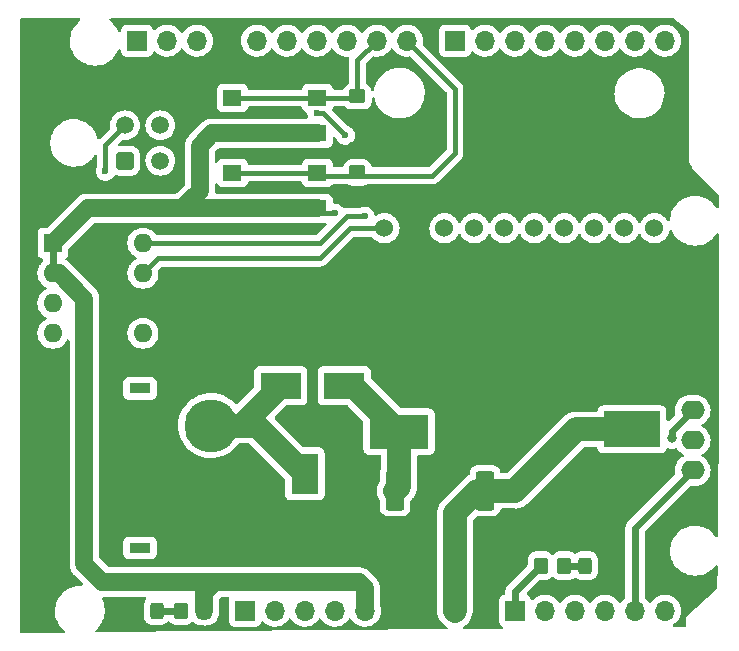
<source format=gtl>
G04 #@! TF.GenerationSoftware,KiCad,Pcbnew,6.0.7-f9a2dced07~116~ubuntu20.04.1*
G04 #@! TF.CreationDate,2022-08-22T20:33:42+08:00*
G04 #@! TF.ProjectId,arduino_can_bus_shield_v2.1,61726475-696e-46f5-9f63-616e5f627573,rev?*
G04 #@! TF.SameCoordinates,Original*
G04 #@! TF.FileFunction,Copper,L1,Top*
G04 #@! TF.FilePolarity,Positive*
%FSLAX46Y46*%
G04 Gerber Fmt 4.6, Leading zero omitted, Abs format (unit mm)*
G04 Created by KiCad (PCBNEW 6.0.7-f9a2dced07~116~ubuntu20.04.1) date 2022-08-22 20:33:42*
%MOMM*%
%LPD*%
G01*
G04 APERTURE LIST*
G04 Aperture macros list*
%AMRoundRect*
0 Rectangle with rounded corners*
0 $1 Rounding radius*
0 $2 $3 $4 $5 $6 $7 $8 $9 X,Y pos of 4 corners*
0 Add a 4 corners polygon primitive as box body*
4,1,4,$2,$3,$4,$5,$6,$7,$8,$9,$2,$3,0*
0 Add four circle primitives for the rounded corners*
1,1,$1+$1,$2,$3*
1,1,$1+$1,$4,$5*
1,1,$1+$1,$6,$7*
1,1,$1+$1,$8,$9*
0 Add four rect primitives between the rounded corners*
20,1,$1+$1,$2,$3,$4,$5,0*
20,1,$1+$1,$4,$5,$6,$7,0*
20,1,$1+$1,$6,$7,$8,$9,0*
20,1,$1+$1,$8,$9,$2,$3,0*%
G04 Aperture macros list end*
G04 #@! TA.AperFunction,ComponentPad*
%ADD10O,2.000000X1.600000*%
G04 #@! TD*
G04 #@! TA.AperFunction,ComponentPad*
%ADD11R,1.700000X1.700000*%
G04 #@! TD*
G04 #@! TA.AperFunction,ComponentPad*
%ADD12O,1.700000X1.700000*%
G04 #@! TD*
G04 #@! TA.AperFunction,SMDPad,CuDef*
%ADD13RoundRect,0.250000X0.450000X-0.350000X0.450000X0.350000X-0.450000X0.350000X-0.450000X-0.350000X0*%
G04 #@! TD*
G04 #@! TA.AperFunction,SMDPad,CuDef*
%ADD14RoundRect,0.250000X-0.350000X-0.450000X0.350000X-0.450000X0.350000X0.450000X-0.350000X0.450000X0*%
G04 #@! TD*
G04 #@! TA.AperFunction,SMDPad,CuDef*
%ADD15RoundRect,0.250000X-0.325000X-0.450000X0.325000X-0.450000X0.325000X0.450000X-0.325000X0.450000X0*%
G04 #@! TD*
G04 #@! TA.AperFunction,WasherPad*
%ADD16R,1.800000X0.900000*%
G04 #@! TD*
G04 #@! TA.AperFunction,ComponentPad*
%ADD17C,4.500000*%
G04 #@! TD*
G04 #@! TA.AperFunction,SMDPad,CuDef*
%ADD18R,1.600000X1.400000*%
G04 #@! TD*
G04 #@! TA.AperFunction,ComponentPad*
%ADD19RoundRect,0.250001X0.499999X-0.499999X0.499999X0.499999X-0.499999X0.499999X-0.499999X-0.499999X0*%
G04 #@! TD*
G04 #@! TA.AperFunction,ComponentPad*
%ADD20C,1.500000*%
G04 #@! TD*
G04 #@! TA.AperFunction,SMDPad,CuDef*
%ADD21RoundRect,0.250000X-0.550000X1.412500X-0.550000X-1.412500X0.550000X-1.412500X0.550000X1.412500X0*%
G04 #@! TD*
G04 #@! TA.AperFunction,SMDPad,CuDef*
%ADD22RoundRect,0.250000X-0.450000X0.350000X-0.450000X-0.350000X0.450000X-0.350000X0.450000X0.350000X0*%
G04 #@! TD*
G04 #@! TA.AperFunction,ComponentPad*
%ADD23C,1.524000*%
G04 #@! TD*
G04 #@! TA.AperFunction,SMDPad,CuDef*
%ADD24R,2.300000X3.500000*%
G04 #@! TD*
G04 #@! TA.AperFunction,ComponentPad*
%ADD25R,1.600000X1.600000*%
G04 #@! TD*
G04 #@! TA.AperFunction,ComponentPad*
%ADD26O,1.600000X1.600000*%
G04 #@! TD*
G04 #@! TA.AperFunction,SMDPad,CuDef*
%ADD27R,5.020000X2.940000*%
G04 #@! TD*
G04 #@! TA.AperFunction,SMDPad,CuDef*
%ADD28R,4.826000X3.048000*%
G04 #@! TD*
G04 #@! TA.AperFunction,SMDPad,CuDef*
%ADD29R,5.118000X3.070000*%
G04 #@! TD*
G04 #@! TA.AperFunction,SMDPad,CuDef*
%ADD30RoundRect,0.250000X0.350000X0.450000X-0.350000X0.450000X-0.350000X-0.450000X0.350000X-0.450000X0*%
G04 #@! TD*
G04 #@! TA.AperFunction,SMDPad,CuDef*
%ADD31RoundRect,0.250000X0.325000X0.450000X-0.325000X0.450000X-0.325000X-0.450000X0.325000X-0.450000X0*%
G04 #@! TD*
G04 #@! TA.AperFunction,SMDPad,CuDef*
%ADD32R,3.500000X2.300000*%
G04 #@! TD*
G04 #@! TA.AperFunction,ViaPad*
%ADD33C,0.800000*%
G04 #@! TD*
G04 #@! TA.AperFunction,ViaPad*
%ADD34C,0.600000*%
G04 #@! TD*
G04 #@! TA.AperFunction,Conductor*
%ADD35C,2.000000*%
G04 #@! TD*
G04 #@! TA.AperFunction,Conductor*
%ADD36C,0.600000*%
G04 #@! TD*
G04 #@! TA.AperFunction,Conductor*
%ADD37C,1.500000*%
G04 #@! TD*
G04 #@! TA.AperFunction,Conductor*
%ADD38C,0.400000*%
G04 #@! TD*
G04 APERTURE END LIST*
D10*
X165845000Y-77965000D03*
X165845000Y-80505000D03*
X165845000Y-83045000D03*
X165845000Y-85585000D03*
D11*
X127940000Y-97460000D03*
D12*
X130480000Y-97460000D03*
X133020000Y-97460000D03*
X135560000Y-97460000D03*
X138100000Y-97460000D03*
X140640000Y-97460000D03*
X143180000Y-97460000D03*
X145720000Y-97460000D03*
D11*
X150800000Y-97460000D03*
D12*
X153340000Y-97460000D03*
X155880000Y-97460000D03*
X158420000Y-97460000D03*
X160960000Y-97460000D03*
X163500000Y-97460000D03*
D11*
X118796000Y-49200000D03*
D12*
X121336000Y-49200000D03*
X123876000Y-49200000D03*
X126416000Y-49200000D03*
X128956000Y-49200000D03*
X131496000Y-49200000D03*
X134036000Y-49200000D03*
X136576000Y-49200000D03*
X139116000Y-49200000D03*
X141656000Y-49200000D03*
D11*
X145720000Y-49200000D03*
D12*
X148260000Y-49200000D03*
X150800000Y-49200000D03*
X153340000Y-49200000D03*
X155880000Y-49200000D03*
X158420000Y-49200000D03*
X160960000Y-49200000D03*
X163500000Y-49200000D03*
D13*
X137465000Y-60360000D03*
X137465000Y-58360000D03*
D14*
X152975000Y-93650000D03*
X154975000Y-93650000D03*
D15*
X118415000Y-97460000D03*
X120465000Y-97460000D03*
D16*
X119050000Y-92145000D03*
X119050000Y-78645000D03*
D17*
X125050000Y-88995000D03*
X125050000Y-81795000D03*
D18*
X134080000Y-54050000D03*
X126880000Y-54050000D03*
X134080000Y-57050000D03*
X126880000Y-57050000D03*
D19*
X117780000Y-59360000D03*
D20*
X117780000Y-56360000D03*
X120780000Y-59360000D03*
X120780000Y-56360000D03*
D18*
X126880000Y-60400000D03*
X134080000Y-60400000D03*
X126880000Y-63400000D03*
X134080000Y-63400000D03*
D21*
X148260000Y-92377500D03*
X148260000Y-87302500D03*
X140640000Y-87302500D03*
X140640000Y-92377500D03*
D22*
X137465000Y-53915000D03*
X137465000Y-55915000D03*
D23*
X139751000Y-65075000D03*
X142291000Y-65075000D03*
X144831000Y-65075000D03*
X147371000Y-65075000D03*
X149911000Y-65075000D03*
X152451000Y-65075000D03*
X154991000Y-65075000D03*
X157531000Y-65075000D03*
X160071000Y-65075000D03*
X162611000Y-65075000D03*
D24*
X133020000Y-85870000D03*
X133020000Y-91270000D03*
D25*
X111684000Y-66345000D03*
D26*
X111684000Y-68885000D03*
X111684000Y-71425000D03*
X111684000Y-73965000D03*
X119304000Y-73965000D03*
X119304000Y-71425000D03*
X119304000Y-68885000D03*
X119304000Y-66345000D03*
D27*
X140991000Y-82317750D03*
X140991000Y-70233750D03*
D28*
X160706000Y-82117750D03*
D29*
X160560000Y-70422750D03*
D30*
X124495000Y-97460000D03*
X122495000Y-97460000D03*
D31*
X158810000Y-93650000D03*
X156760000Y-93650000D03*
D32*
X136355000Y-78410000D03*
X130955000Y-78410000D03*
D33*
X143815000Y-57455000D03*
X140005000Y-56820000D03*
X110795000Y-49835000D03*
X110795000Y-55550000D03*
X110795000Y-53010000D03*
X115240000Y-53010000D03*
X129210000Y-51740000D03*
X122860000Y-56185000D03*
X158420000Y-59995000D03*
X162865000Y-59995000D03*
X166675000Y-70155000D03*
X157785000Y-91110000D03*
X153975000Y-91110000D03*
X153975000Y-87300000D03*
X157785000Y-87300000D03*
X110160000Y-97460000D03*
X116510000Y-98095000D03*
X148260000Y-97460000D03*
X129210000Y-89840000D03*
X136195000Y-90475000D03*
X134925000Y-82220000D03*
X111430000Y-87935000D03*
X111430000Y-82220000D03*
X119050000Y-87300000D03*
X119050000Y-82855000D03*
X124765000Y-74600000D03*
X129210000Y-74600000D03*
X133655000Y-74600000D03*
X153975000Y-77775000D03*
X147625000Y-77775000D03*
X147625000Y-72695000D03*
X153975000Y-72695000D03*
X149530000Y-56820000D03*
X152070000Y-56820000D03*
X155245000Y-56820000D03*
X155245000Y-53645000D03*
X152070000Y-53645000D03*
X149530000Y-53645000D03*
X164135000Y-82855000D03*
D34*
X135560000Y-63805000D03*
X138100000Y-64059000D03*
X116129000Y-60249000D03*
X136449000Y-57201000D03*
X134036000Y-55296000D03*
D35*
X140991000Y-82317750D02*
X140991000Y-86951500D01*
X140991000Y-86951500D02*
X140640000Y-87302500D01*
X160706000Y-82117750D02*
X155982250Y-82117750D01*
X155982250Y-82117750D02*
X150797500Y-87302500D01*
X150797500Y-87302500D02*
X148260000Y-87302500D01*
X148260000Y-87302500D02*
X147625000Y-87302500D01*
X147625000Y-87302500D02*
X145720000Y-89207500D01*
X145720000Y-89207500D02*
X145720000Y-97460000D01*
D36*
X156760000Y-93650000D02*
X154975000Y-93650000D01*
X152975000Y-93650000D02*
X150800000Y-95825000D01*
X150800000Y-95825000D02*
X150800000Y-97460000D01*
D37*
X129210000Y-57050000D02*
X125170000Y-57050000D01*
X125170000Y-57050000D02*
X124130000Y-58090000D01*
X124130000Y-58090000D02*
X124130000Y-61900000D01*
X124130000Y-61900000D02*
X122630000Y-63400000D01*
X122630000Y-63400000D02*
X121820000Y-63400000D01*
X134080000Y-57050000D02*
X129186000Y-57050000D01*
D38*
X134080000Y-60400000D02*
X126880000Y-60400000D01*
D37*
X126880000Y-63400000D02*
X121820000Y-63400000D01*
X121820000Y-63400000D02*
X114629000Y-63400000D01*
D35*
X136355000Y-78410000D02*
X137083250Y-78410000D01*
X137083250Y-78410000D02*
X140991000Y-82317750D01*
X125050000Y-81795000D02*
X128945000Y-81795000D01*
X128945000Y-81795000D02*
X133020000Y-85870000D01*
X125050000Y-81795000D02*
X127570000Y-81795000D01*
X127570000Y-81795000D02*
X130955000Y-78410000D01*
D38*
X119304000Y-68885000D02*
X120574000Y-67615000D01*
X120574000Y-67615000D02*
X134290000Y-67615000D01*
X136830000Y-65075000D02*
X139751000Y-65075000D01*
X134290000Y-67615000D02*
X136830000Y-65075000D01*
X138100000Y-64059000D02*
X136602050Y-64059000D01*
X136602050Y-64059000D02*
X134316050Y-66345000D01*
X134316050Y-66345000D02*
X119304000Y-66345000D01*
X135560000Y-63805000D02*
X134485000Y-63805000D01*
X134485000Y-63805000D02*
X134080000Y-63400000D01*
X141656000Y-49200000D02*
X145720000Y-53264000D01*
X145720000Y-53264000D02*
X145720000Y-58725000D01*
X145720000Y-58725000D02*
X143815000Y-60630000D01*
X143815000Y-60630000D02*
X134310000Y-60630000D01*
X134310000Y-60630000D02*
X134080000Y-60400000D01*
X139116000Y-49200000D02*
X137465000Y-50851000D01*
X137465000Y-50851000D02*
X137465000Y-53915000D01*
X137465000Y-53915000D02*
X137330000Y-54050000D01*
X137330000Y-54050000D02*
X134080000Y-54050000D01*
D36*
X164135000Y-82855000D02*
X164135000Y-82215000D01*
X164135000Y-82215000D02*
X165845000Y-80505000D01*
D37*
X125400000Y-95047000D02*
X124495000Y-95952000D01*
X129107000Y-63400000D02*
X126880000Y-63400000D01*
X138100000Y-97460000D02*
X138100000Y-95555000D01*
X114629000Y-63400000D02*
X111684000Y-66345000D01*
X112192000Y-68885000D02*
X111684000Y-68885000D01*
X125400000Y-95047000D02*
X115875000Y-95047000D01*
X138100000Y-95555000D02*
X137592000Y-95047000D01*
D36*
X111684000Y-66345000D02*
X111684000Y-68885000D01*
D37*
X114351000Y-93523000D02*
X114351000Y-71044000D01*
X124495000Y-95952000D02*
X124495000Y-97460000D01*
X114351000Y-71044000D02*
X112192000Y-68885000D01*
X115875000Y-95047000D02*
X114351000Y-93523000D01*
X134080000Y-63400000D02*
X129107000Y-63400000D01*
X137592000Y-95047000D02*
X125400000Y-95047000D01*
D36*
X160960000Y-90470000D02*
X165845000Y-85585000D01*
X160960000Y-97460000D02*
X160960000Y-90470000D01*
X122495000Y-97460000D02*
X120465000Y-97460000D01*
D38*
X116129000Y-58011000D02*
X117780000Y-56360000D01*
X116129000Y-60249000D02*
X116129000Y-58011000D01*
X134080000Y-54050000D02*
X126880000Y-54050000D01*
X134544000Y-55296000D02*
X136449000Y-57201000D01*
X134036000Y-55296000D02*
X134544000Y-55296000D01*
G04 #@! TA.AperFunction,Conductor*
G36*
X113953273Y-47315002D02*
G01*
X113999766Y-47368658D01*
X114009870Y-47438932D01*
X113980376Y-47503512D01*
X113957602Y-47524087D01*
X113913489Y-47555090D01*
X113913482Y-47555095D01*
X113909977Y-47557559D01*
X113906836Y-47560478D01*
X113768725Y-47688819D01*
X113699378Y-47753260D01*
X113517287Y-47975732D01*
X113367073Y-48220858D01*
X113251517Y-48484102D01*
X113250342Y-48488229D01*
X113250341Y-48488230D01*
X113247097Y-48499618D01*
X113172756Y-48760594D01*
X113132249Y-49045216D01*
X113132227Y-49049505D01*
X113132226Y-49049512D01*
X113130765Y-49328417D01*
X113130743Y-49332703D01*
X113168268Y-49617734D01*
X113244129Y-49895036D01*
X113245813Y-49898984D01*
X113341202Y-50122618D01*
X113356923Y-50159476D01*
X113504561Y-50406161D01*
X113684313Y-50630528D01*
X113729606Y-50673509D01*
X113877407Y-50813767D01*
X113892851Y-50828423D01*
X114126317Y-50996186D01*
X114130112Y-50998195D01*
X114130113Y-50998196D01*
X114151869Y-51009715D01*
X114380392Y-51130712D01*
X114650373Y-51229511D01*
X114931264Y-51290755D01*
X114959841Y-51293004D01*
X115154282Y-51308307D01*
X115154291Y-51308307D01*
X115156739Y-51308500D01*
X115312271Y-51308500D01*
X115314407Y-51308354D01*
X115314418Y-51308354D01*
X115522548Y-51294165D01*
X115522554Y-51294164D01*
X115526825Y-51293873D01*
X115531020Y-51293004D01*
X115531022Y-51293004D01*
X115667584Y-51264723D01*
X115808342Y-51235574D01*
X116079343Y-51139607D01*
X116334812Y-51007750D01*
X116338313Y-51005289D01*
X116338317Y-51005287D01*
X116533098Y-50868392D01*
X116570023Y-50842441D01*
X116751815Y-50673509D01*
X116777479Y-50649661D01*
X116777481Y-50649658D01*
X116780622Y-50646740D01*
X116962713Y-50424268D01*
X117112927Y-50179142D01*
X117116927Y-50170031D01*
X117196127Y-49989607D01*
X117241823Y-49935271D01*
X117309641Y-49914266D01*
X117378049Y-49933260D01*
X117425329Y-49986224D01*
X117437500Y-50040252D01*
X117437500Y-50098134D01*
X117444255Y-50160316D01*
X117495385Y-50296705D01*
X117582739Y-50413261D01*
X117699295Y-50500615D01*
X117835684Y-50551745D01*
X117897866Y-50558500D01*
X119694134Y-50558500D01*
X119756316Y-50551745D01*
X119892705Y-50500615D01*
X120009261Y-50413261D01*
X120096615Y-50296705D01*
X120118799Y-50237529D01*
X120140598Y-50179382D01*
X120183240Y-50122618D01*
X120249802Y-50097918D01*
X120319150Y-50113126D01*
X120353817Y-50141114D01*
X120382250Y-50173938D01*
X120554126Y-50316632D01*
X120747000Y-50429338D01*
X120955692Y-50509030D01*
X120960760Y-50510061D01*
X120960763Y-50510062D01*
X121020891Y-50522295D01*
X121174597Y-50553567D01*
X121179772Y-50553757D01*
X121179774Y-50553757D01*
X121392673Y-50561564D01*
X121392677Y-50561564D01*
X121397837Y-50561753D01*
X121402957Y-50561097D01*
X121402959Y-50561097D01*
X121614288Y-50534025D01*
X121614289Y-50534025D01*
X121619416Y-50533368D01*
X121659264Y-50521413D01*
X121828429Y-50470661D01*
X121828434Y-50470659D01*
X121833384Y-50469174D01*
X122033994Y-50370896D01*
X122215860Y-50241173D01*
X122374096Y-50083489D01*
X122433594Y-50000689D01*
X122504453Y-49902077D01*
X122505776Y-49903028D01*
X122552645Y-49859857D01*
X122622580Y-49847625D01*
X122688026Y-49875144D01*
X122715875Y-49906994D01*
X122775987Y-50005088D01*
X122922250Y-50173938D01*
X123094126Y-50316632D01*
X123287000Y-50429338D01*
X123495692Y-50509030D01*
X123500760Y-50510061D01*
X123500763Y-50510062D01*
X123560891Y-50522295D01*
X123714597Y-50553567D01*
X123719772Y-50553757D01*
X123719774Y-50553757D01*
X123932673Y-50561564D01*
X123932677Y-50561564D01*
X123937837Y-50561753D01*
X123942957Y-50561097D01*
X123942959Y-50561097D01*
X124154288Y-50534025D01*
X124154289Y-50534025D01*
X124159416Y-50533368D01*
X124199264Y-50521413D01*
X124368429Y-50470661D01*
X124368434Y-50470659D01*
X124373384Y-50469174D01*
X124573994Y-50370896D01*
X124755860Y-50241173D01*
X124914096Y-50083489D01*
X124973594Y-50000689D01*
X125041435Y-49906277D01*
X125044453Y-49902077D01*
X125049979Y-49890897D01*
X125141136Y-49706453D01*
X125141137Y-49706451D01*
X125143430Y-49701811D01*
X125208370Y-49488069D01*
X125237529Y-49266590D01*
X125239156Y-49200000D01*
X125220852Y-48977361D01*
X125166431Y-48760702D01*
X125077354Y-48555840D01*
X124996769Y-48431274D01*
X124958822Y-48372617D01*
X124958820Y-48372614D01*
X124956014Y-48368277D01*
X124805670Y-48203051D01*
X124801619Y-48199852D01*
X124801615Y-48199848D01*
X124634414Y-48067800D01*
X124634410Y-48067798D01*
X124630359Y-48064598D01*
X124434789Y-47956638D01*
X124429920Y-47954914D01*
X124429916Y-47954912D01*
X124229087Y-47883795D01*
X124229083Y-47883794D01*
X124224212Y-47882069D01*
X124219119Y-47881162D01*
X124219116Y-47881161D01*
X124009373Y-47843800D01*
X124009367Y-47843799D01*
X124004284Y-47842894D01*
X123930452Y-47841992D01*
X123786081Y-47840228D01*
X123786079Y-47840228D01*
X123780911Y-47840165D01*
X123560091Y-47873955D01*
X123347756Y-47943357D01*
X123149607Y-48046507D01*
X123145474Y-48049610D01*
X123145471Y-48049612D01*
X122975100Y-48177530D01*
X122970965Y-48180635D01*
X122967393Y-48184373D01*
X122826888Y-48331403D01*
X122816629Y-48342138D01*
X122709201Y-48499621D01*
X122654293Y-48544621D01*
X122583768Y-48552792D01*
X122520021Y-48521538D01*
X122499324Y-48497054D01*
X122418822Y-48372617D01*
X122418820Y-48372614D01*
X122416014Y-48368277D01*
X122265670Y-48203051D01*
X122261619Y-48199852D01*
X122261615Y-48199848D01*
X122094414Y-48067800D01*
X122094410Y-48067798D01*
X122090359Y-48064598D01*
X121894789Y-47956638D01*
X121889920Y-47954914D01*
X121889916Y-47954912D01*
X121689087Y-47883795D01*
X121689083Y-47883794D01*
X121684212Y-47882069D01*
X121679119Y-47881162D01*
X121679116Y-47881161D01*
X121469373Y-47843800D01*
X121469367Y-47843799D01*
X121464284Y-47842894D01*
X121390452Y-47841992D01*
X121246081Y-47840228D01*
X121246079Y-47840228D01*
X121240911Y-47840165D01*
X121020091Y-47873955D01*
X120807756Y-47943357D01*
X120609607Y-48046507D01*
X120605474Y-48049610D01*
X120605471Y-48049612D01*
X120435100Y-48177530D01*
X120430965Y-48180635D01*
X120374537Y-48239684D01*
X120350283Y-48265064D01*
X120288759Y-48300494D01*
X120217846Y-48297037D01*
X120160060Y-48255791D01*
X120141207Y-48222243D01*
X120099767Y-48111703D01*
X120096615Y-48103295D01*
X120009261Y-47986739D01*
X119892705Y-47899385D01*
X119756316Y-47848255D01*
X119694134Y-47841500D01*
X117897866Y-47841500D01*
X117835684Y-47848255D01*
X117699295Y-47899385D01*
X117582739Y-47986739D01*
X117495385Y-48103295D01*
X117444255Y-48239684D01*
X117437500Y-48301866D01*
X117437500Y-48361123D01*
X117417498Y-48429244D01*
X117363842Y-48475737D01*
X117293568Y-48485841D01*
X117228988Y-48456347D01*
X117195603Y-48410558D01*
X117124763Y-48244476D01*
X117124761Y-48244472D01*
X117123077Y-48240524D01*
X117019704Y-48067800D01*
X116977643Y-47997521D01*
X116977640Y-47997517D01*
X116975439Y-47993839D01*
X116795687Y-47769472D01*
X116587149Y-47571577D01*
X116519993Y-47523320D01*
X116476347Y-47467328D01*
X116469901Y-47396625D01*
X116502704Y-47333660D01*
X116564340Y-47298426D01*
X116593521Y-47295000D01*
X164092144Y-47295000D01*
X164160265Y-47315002D01*
X164168964Y-47321127D01*
X165359388Y-48236837D01*
X165482324Y-48331403D01*
X165524122Y-48388791D01*
X165531500Y-48431274D01*
X165531500Y-59288928D01*
X165530145Y-59301058D01*
X165530627Y-59301097D01*
X165529907Y-59310044D01*
X165527926Y-59318800D01*
X165528482Y-59327760D01*
X165531258Y-59372508D01*
X165531500Y-59380310D01*
X165531500Y-59396513D01*
X165532136Y-59400953D01*
X165532984Y-59406878D01*
X165534013Y-59416928D01*
X165536945Y-59464177D01*
X165539994Y-59472623D01*
X165540593Y-59475514D01*
X165544822Y-59492480D01*
X165545648Y-59495305D01*
X165546920Y-59504187D01*
X165566522Y-59547298D01*
X165570327Y-59556647D01*
X165586404Y-59601181D01*
X165591699Y-59608429D01*
X165593080Y-59611027D01*
X165601915Y-59626145D01*
X165603494Y-59628614D01*
X165607208Y-59636782D01*
X165613064Y-59643578D01*
X165638115Y-59672652D01*
X165644401Y-59680569D01*
X165649548Y-59687615D01*
X165649553Y-59687620D01*
X165652425Y-59691552D01*
X165663400Y-59702527D01*
X165669758Y-59709374D01*
X165702287Y-59747127D01*
X165709822Y-59752011D01*
X165716066Y-59757458D01*
X165727931Y-59767058D01*
X165749095Y-59788222D01*
X165783121Y-59850534D01*
X165786000Y-59877317D01*
X165786000Y-59995000D01*
X168036851Y-62364317D01*
X168069267Y-62427478D01*
X168071500Y-62451097D01*
X168071500Y-63272636D01*
X168051498Y-63340757D01*
X167997842Y-63387250D01*
X167927568Y-63397354D01*
X167862988Y-63367860D01*
X167837384Y-63337342D01*
X167833892Y-63331506D01*
X167793708Y-63264364D01*
X167777643Y-63237521D01*
X167777640Y-63237517D01*
X167775439Y-63233839D01*
X167595687Y-63009472D01*
X167387149Y-62811577D01*
X167169644Y-62655283D01*
X167157172Y-62646321D01*
X167157171Y-62646320D01*
X167153683Y-62643814D01*
X167131843Y-62632250D01*
X167037475Y-62582285D01*
X166899608Y-62509288D01*
X166676052Y-62427478D01*
X166633658Y-62411964D01*
X166633656Y-62411963D01*
X166629627Y-62410489D01*
X166348736Y-62349245D01*
X166317685Y-62346801D01*
X166125718Y-62331693D01*
X166125709Y-62331693D01*
X166123261Y-62331500D01*
X165967729Y-62331500D01*
X165965593Y-62331646D01*
X165965582Y-62331646D01*
X165757452Y-62345835D01*
X165757446Y-62345836D01*
X165753175Y-62346127D01*
X165748980Y-62346996D01*
X165748978Y-62346996D01*
X165681360Y-62360999D01*
X165471658Y-62404426D01*
X165200657Y-62500393D01*
X164945188Y-62632250D01*
X164941687Y-62634711D01*
X164941683Y-62634713D01*
X164917277Y-62651866D01*
X164709977Y-62797559D01*
X164499378Y-62993260D01*
X164317287Y-63215732D01*
X164167073Y-63460858D01*
X164051517Y-63724102D01*
X163972756Y-64000594D01*
X163932249Y-64285216D01*
X163931923Y-64347467D01*
X163911565Y-64415482D01*
X163857666Y-64461693D01*
X163787340Y-64471429D01*
X163722915Y-64441598D01*
X163702712Y-64419078D01*
X163591136Y-64259730D01*
X163591134Y-64259727D01*
X163587977Y-64255219D01*
X163430781Y-64098023D01*
X163426273Y-64094866D01*
X163426270Y-64094864D01*
X163301615Y-64007580D01*
X163248677Y-63970512D01*
X163243695Y-63968189D01*
X163243690Y-63968186D01*
X163052178Y-63878883D01*
X163052177Y-63878882D01*
X163047196Y-63876560D01*
X163041888Y-63875138D01*
X163041886Y-63875137D01*
X162976051Y-63857497D01*
X162832463Y-63819022D01*
X162611000Y-63799647D01*
X162389537Y-63819022D01*
X162245949Y-63857497D01*
X162180114Y-63875137D01*
X162180112Y-63875138D01*
X162174804Y-63876560D01*
X162169823Y-63878882D01*
X162169822Y-63878883D01*
X161978311Y-63968186D01*
X161978306Y-63968189D01*
X161973324Y-63970512D01*
X161968817Y-63973668D01*
X161968815Y-63973669D01*
X161795730Y-64094864D01*
X161795727Y-64094866D01*
X161791219Y-64098023D01*
X161634023Y-64255219D01*
X161630866Y-64259727D01*
X161630864Y-64259730D01*
X161569430Y-64347467D01*
X161506512Y-64437324D01*
X161504189Y-64442306D01*
X161504186Y-64442311D01*
X161455195Y-64547373D01*
X161408277Y-64600658D01*
X161340000Y-64620119D01*
X161272040Y-64599577D01*
X161226805Y-64547373D01*
X161177814Y-64442311D01*
X161177811Y-64442306D01*
X161175488Y-64437324D01*
X161112570Y-64347467D01*
X161051136Y-64259730D01*
X161051134Y-64259727D01*
X161047977Y-64255219D01*
X160890781Y-64098023D01*
X160886273Y-64094866D01*
X160886270Y-64094864D01*
X160761615Y-64007580D01*
X160708677Y-63970512D01*
X160703695Y-63968189D01*
X160703690Y-63968186D01*
X160512178Y-63878883D01*
X160512177Y-63878882D01*
X160507196Y-63876560D01*
X160501888Y-63875138D01*
X160501886Y-63875137D01*
X160436051Y-63857497D01*
X160292463Y-63819022D01*
X160071000Y-63799647D01*
X159849537Y-63819022D01*
X159705949Y-63857497D01*
X159640114Y-63875137D01*
X159640112Y-63875138D01*
X159634804Y-63876560D01*
X159629823Y-63878882D01*
X159629822Y-63878883D01*
X159438311Y-63968186D01*
X159438306Y-63968189D01*
X159433324Y-63970512D01*
X159428817Y-63973668D01*
X159428815Y-63973669D01*
X159255730Y-64094864D01*
X159255727Y-64094866D01*
X159251219Y-64098023D01*
X159094023Y-64255219D01*
X159090866Y-64259727D01*
X159090864Y-64259730D01*
X159029430Y-64347467D01*
X158966512Y-64437324D01*
X158964189Y-64442306D01*
X158964186Y-64442311D01*
X158915195Y-64547373D01*
X158868277Y-64600658D01*
X158800000Y-64620119D01*
X158732040Y-64599577D01*
X158686805Y-64547373D01*
X158637814Y-64442311D01*
X158637811Y-64442306D01*
X158635488Y-64437324D01*
X158572570Y-64347467D01*
X158511136Y-64259730D01*
X158511134Y-64259727D01*
X158507977Y-64255219D01*
X158350781Y-64098023D01*
X158346273Y-64094866D01*
X158346270Y-64094864D01*
X158221615Y-64007580D01*
X158168677Y-63970512D01*
X158163695Y-63968189D01*
X158163690Y-63968186D01*
X157972178Y-63878883D01*
X157972177Y-63878882D01*
X157967196Y-63876560D01*
X157961888Y-63875138D01*
X157961886Y-63875137D01*
X157896051Y-63857497D01*
X157752463Y-63819022D01*
X157531000Y-63799647D01*
X157309537Y-63819022D01*
X157165949Y-63857497D01*
X157100114Y-63875137D01*
X157100112Y-63875138D01*
X157094804Y-63876560D01*
X157089823Y-63878882D01*
X157089822Y-63878883D01*
X156898311Y-63968186D01*
X156898306Y-63968189D01*
X156893324Y-63970512D01*
X156888817Y-63973668D01*
X156888815Y-63973669D01*
X156715730Y-64094864D01*
X156715727Y-64094866D01*
X156711219Y-64098023D01*
X156554023Y-64255219D01*
X156550866Y-64259727D01*
X156550864Y-64259730D01*
X156489430Y-64347467D01*
X156426512Y-64437324D01*
X156424189Y-64442306D01*
X156424186Y-64442311D01*
X156375195Y-64547373D01*
X156328277Y-64600658D01*
X156260000Y-64620119D01*
X156192040Y-64599577D01*
X156146805Y-64547373D01*
X156097814Y-64442311D01*
X156097811Y-64442306D01*
X156095488Y-64437324D01*
X156032570Y-64347467D01*
X155971136Y-64259730D01*
X155971134Y-64259727D01*
X155967977Y-64255219D01*
X155810781Y-64098023D01*
X155806273Y-64094866D01*
X155806270Y-64094864D01*
X155681615Y-64007580D01*
X155628677Y-63970512D01*
X155623695Y-63968189D01*
X155623690Y-63968186D01*
X155432178Y-63878883D01*
X155432177Y-63878882D01*
X155427196Y-63876560D01*
X155421888Y-63875138D01*
X155421886Y-63875137D01*
X155356051Y-63857497D01*
X155212463Y-63819022D01*
X154991000Y-63799647D01*
X154769537Y-63819022D01*
X154625949Y-63857497D01*
X154560114Y-63875137D01*
X154560112Y-63875138D01*
X154554804Y-63876560D01*
X154549823Y-63878882D01*
X154549822Y-63878883D01*
X154358311Y-63968186D01*
X154358306Y-63968189D01*
X154353324Y-63970512D01*
X154348817Y-63973668D01*
X154348815Y-63973669D01*
X154175730Y-64094864D01*
X154175727Y-64094866D01*
X154171219Y-64098023D01*
X154014023Y-64255219D01*
X154010866Y-64259727D01*
X154010864Y-64259730D01*
X153949430Y-64347467D01*
X153886512Y-64437324D01*
X153884189Y-64442306D01*
X153884186Y-64442311D01*
X153835195Y-64547373D01*
X153788277Y-64600658D01*
X153720000Y-64620119D01*
X153652040Y-64599577D01*
X153606805Y-64547373D01*
X153557814Y-64442311D01*
X153557811Y-64442306D01*
X153555488Y-64437324D01*
X153492570Y-64347467D01*
X153431136Y-64259730D01*
X153431134Y-64259727D01*
X153427977Y-64255219D01*
X153270781Y-64098023D01*
X153266273Y-64094866D01*
X153266270Y-64094864D01*
X153141615Y-64007580D01*
X153088677Y-63970512D01*
X153083695Y-63968189D01*
X153083690Y-63968186D01*
X152892178Y-63878883D01*
X152892177Y-63878882D01*
X152887196Y-63876560D01*
X152881888Y-63875138D01*
X152881886Y-63875137D01*
X152816051Y-63857497D01*
X152672463Y-63819022D01*
X152451000Y-63799647D01*
X152229537Y-63819022D01*
X152085949Y-63857497D01*
X152020114Y-63875137D01*
X152020112Y-63875138D01*
X152014804Y-63876560D01*
X152009823Y-63878882D01*
X152009822Y-63878883D01*
X151818311Y-63968186D01*
X151818306Y-63968189D01*
X151813324Y-63970512D01*
X151808817Y-63973668D01*
X151808815Y-63973669D01*
X151635730Y-64094864D01*
X151635727Y-64094866D01*
X151631219Y-64098023D01*
X151474023Y-64255219D01*
X151470866Y-64259727D01*
X151470864Y-64259730D01*
X151409430Y-64347467D01*
X151346512Y-64437324D01*
X151344189Y-64442306D01*
X151344186Y-64442311D01*
X151295195Y-64547373D01*
X151248277Y-64600658D01*
X151180000Y-64620119D01*
X151112040Y-64599577D01*
X151066805Y-64547373D01*
X151017814Y-64442311D01*
X151017811Y-64442306D01*
X151015488Y-64437324D01*
X150952570Y-64347467D01*
X150891136Y-64259730D01*
X150891134Y-64259727D01*
X150887977Y-64255219D01*
X150730781Y-64098023D01*
X150726273Y-64094866D01*
X150726270Y-64094864D01*
X150601615Y-64007580D01*
X150548677Y-63970512D01*
X150543695Y-63968189D01*
X150543690Y-63968186D01*
X150352178Y-63878883D01*
X150352177Y-63878882D01*
X150347196Y-63876560D01*
X150341888Y-63875138D01*
X150341886Y-63875137D01*
X150276051Y-63857497D01*
X150132463Y-63819022D01*
X149911000Y-63799647D01*
X149689537Y-63819022D01*
X149545949Y-63857497D01*
X149480114Y-63875137D01*
X149480112Y-63875138D01*
X149474804Y-63876560D01*
X149469823Y-63878882D01*
X149469822Y-63878883D01*
X149278311Y-63968186D01*
X149278306Y-63968189D01*
X149273324Y-63970512D01*
X149268817Y-63973668D01*
X149268815Y-63973669D01*
X149095730Y-64094864D01*
X149095727Y-64094866D01*
X149091219Y-64098023D01*
X148934023Y-64255219D01*
X148930866Y-64259727D01*
X148930864Y-64259730D01*
X148869430Y-64347467D01*
X148806512Y-64437324D01*
X148804189Y-64442306D01*
X148804186Y-64442311D01*
X148755195Y-64547373D01*
X148708277Y-64600658D01*
X148640000Y-64620119D01*
X148572040Y-64599577D01*
X148526805Y-64547373D01*
X148477814Y-64442311D01*
X148477811Y-64442306D01*
X148475488Y-64437324D01*
X148412570Y-64347467D01*
X148351136Y-64259730D01*
X148351134Y-64259727D01*
X148347977Y-64255219D01*
X148190781Y-64098023D01*
X148186273Y-64094866D01*
X148186270Y-64094864D01*
X148061615Y-64007580D01*
X148008677Y-63970512D01*
X148003695Y-63968189D01*
X148003690Y-63968186D01*
X147812178Y-63878883D01*
X147812177Y-63878882D01*
X147807196Y-63876560D01*
X147801888Y-63875138D01*
X147801886Y-63875137D01*
X147736051Y-63857497D01*
X147592463Y-63819022D01*
X147371000Y-63799647D01*
X147149537Y-63819022D01*
X147005949Y-63857497D01*
X146940114Y-63875137D01*
X146940112Y-63875138D01*
X146934804Y-63876560D01*
X146929823Y-63878882D01*
X146929822Y-63878883D01*
X146738311Y-63968186D01*
X146738306Y-63968189D01*
X146733324Y-63970512D01*
X146728817Y-63973668D01*
X146728815Y-63973669D01*
X146555730Y-64094864D01*
X146555727Y-64094866D01*
X146551219Y-64098023D01*
X146394023Y-64255219D01*
X146390866Y-64259727D01*
X146390864Y-64259730D01*
X146329430Y-64347467D01*
X146266512Y-64437324D01*
X146264189Y-64442306D01*
X146264186Y-64442311D01*
X146215195Y-64547373D01*
X146168277Y-64600658D01*
X146100000Y-64620119D01*
X146032040Y-64599577D01*
X145986805Y-64547373D01*
X145937814Y-64442311D01*
X145937811Y-64442306D01*
X145935488Y-64437324D01*
X145872570Y-64347467D01*
X145811136Y-64259730D01*
X145811134Y-64259727D01*
X145807977Y-64255219D01*
X145650781Y-64098023D01*
X145646273Y-64094866D01*
X145646270Y-64094864D01*
X145521615Y-64007580D01*
X145468677Y-63970512D01*
X145463695Y-63968189D01*
X145463690Y-63968186D01*
X145272178Y-63878883D01*
X145272177Y-63878882D01*
X145267196Y-63876560D01*
X145261888Y-63875138D01*
X145261886Y-63875137D01*
X145196051Y-63857497D01*
X145052463Y-63819022D01*
X144831000Y-63799647D01*
X144609537Y-63819022D01*
X144465949Y-63857497D01*
X144400114Y-63875137D01*
X144400112Y-63875138D01*
X144394804Y-63876560D01*
X144389823Y-63878882D01*
X144389822Y-63878883D01*
X144198311Y-63968186D01*
X144198306Y-63968189D01*
X144193324Y-63970512D01*
X144188817Y-63973668D01*
X144188815Y-63973669D01*
X144015730Y-64094864D01*
X144015727Y-64094866D01*
X144011219Y-64098023D01*
X143854023Y-64255219D01*
X143850866Y-64259727D01*
X143850864Y-64259730D01*
X143789430Y-64347467D01*
X143726512Y-64437324D01*
X143724189Y-64442306D01*
X143724186Y-64442311D01*
X143650852Y-64599577D01*
X143632560Y-64638804D01*
X143631138Y-64644112D01*
X143631137Y-64644114D01*
X143626511Y-64661379D01*
X143575022Y-64853537D01*
X143555647Y-65075000D01*
X143575022Y-65296463D01*
X143607894Y-65419142D01*
X143629748Y-65500700D01*
X143632560Y-65511196D01*
X143634882Y-65516177D01*
X143634883Y-65516178D01*
X143724186Y-65707689D01*
X143724189Y-65707694D01*
X143726512Y-65712676D01*
X143729668Y-65717183D01*
X143729669Y-65717185D01*
X143850861Y-65890265D01*
X143854023Y-65894781D01*
X144011219Y-66051977D01*
X144015727Y-66055134D01*
X144015730Y-66055136D01*
X144030493Y-66065473D01*
X144193323Y-66179488D01*
X144198305Y-66181811D01*
X144198310Y-66181814D01*
X144389822Y-66271117D01*
X144394804Y-66273440D01*
X144400112Y-66274862D01*
X144400114Y-66274863D01*
X144465949Y-66292503D01*
X144609537Y-66330978D01*
X144831000Y-66350353D01*
X145052463Y-66330978D01*
X145196051Y-66292503D01*
X145261886Y-66274863D01*
X145261888Y-66274862D01*
X145267196Y-66273440D01*
X145272178Y-66271117D01*
X145463690Y-66181814D01*
X145463695Y-66181811D01*
X145468677Y-66179488D01*
X145631507Y-66065473D01*
X145646270Y-66055136D01*
X145646273Y-66055134D01*
X145650781Y-66051977D01*
X145807977Y-65894781D01*
X145811140Y-65890265D01*
X145932331Y-65717185D01*
X145932332Y-65717183D01*
X145935488Y-65712676D01*
X145937811Y-65707694D01*
X145937814Y-65707689D01*
X145986805Y-65602627D01*
X146033723Y-65549342D01*
X146102000Y-65529881D01*
X146169960Y-65550423D01*
X146215195Y-65602627D01*
X146264186Y-65707689D01*
X146264189Y-65707694D01*
X146266512Y-65712676D01*
X146269668Y-65717183D01*
X146269669Y-65717185D01*
X146390861Y-65890265D01*
X146394023Y-65894781D01*
X146551219Y-66051977D01*
X146555727Y-66055134D01*
X146555730Y-66055136D01*
X146570493Y-66065473D01*
X146733323Y-66179488D01*
X146738305Y-66181811D01*
X146738310Y-66181814D01*
X146929822Y-66271117D01*
X146934804Y-66273440D01*
X146940112Y-66274862D01*
X146940114Y-66274863D01*
X147005949Y-66292503D01*
X147149537Y-66330978D01*
X147371000Y-66350353D01*
X147592463Y-66330978D01*
X147736051Y-66292503D01*
X147801886Y-66274863D01*
X147801888Y-66274862D01*
X147807196Y-66273440D01*
X147812178Y-66271117D01*
X148003690Y-66181814D01*
X148003695Y-66181811D01*
X148008677Y-66179488D01*
X148171507Y-66065473D01*
X148186270Y-66055136D01*
X148186273Y-66055134D01*
X148190781Y-66051977D01*
X148347977Y-65894781D01*
X148351140Y-65890265D01*
X148472331Y-65717185D01*
X148472332Y-65717183D01*
X148475488Y-65712676D01*
X148477811Y-65707694D01*
X148477814Y-65707689D01*
X148526805Y-65602627D01*
X148573723Y-65549342D01*
X148642000Y-65529881D01*
X148709960Y-65550423D01*
X148755195Y-65602627D01*
X148804186Y-65707689D01*
X148804189Y-65707694D01*
X148806512Y-65712676D01*
X148809668Y-65717183D01*
X148809669Y-65717185D01*
X148930861Y-65890265D01*
X148934023Y-65894781D01*
X149091219Y-66051977D01*
X149095727Y-66055134D01*
X149095730Y-66055136D01*
X149110493Y-66065473D01*
X149273323Y-66179488D01*
X149278305Y-66181811D01*
X149278310Y-66181814D01*
X149469822Y-66271117D01*
X149474804Y-66273440D01*
X149480112Y-66274862D01*
X149480114Y-66274863D01*
X149545949Y-66292503D01*
X149689537Y-66330978D01*
X149911000Y-66350353D01*
X150132463Y-66330978D01*
X150276051Y-66292503D01*
X150341886Y-66274863D01*
X150341888Y-66274862D01*
X150347196Y-66273440D01*
X150352178Y-66271117D01*
X150543690Y-66181814D01*
X150543695Y-66181811D01*
X150548677Y-66179488D01*
X150711507Y-66065473D01*
X150726270Y-66055136D01*
X150726273Y-66055134D01*
X150730781Y-66051977D01*
X150887977Y-65894781D01*
X150891140Y-65890265D01*
X151012331Y-65717185D01*
X151012332Y-65717183D01*
X151015488Y-65712676D01*
X151017811Y-65707694D01*
X151017814Y-65707689D01*
X151066805Y-65602627D01*
X151113723Y-65549342D01*
X151182000Y-65529881D01*
X151249960Y-65550423D01*
X151295195Y-65602627D01*
X151344186Y-65707689D01*
X151344189Y-65707694D01*
X151346512Y-65712676D01*
X151349668Y-65717183D01*
X151349669Y-65717185D01*
X151470861Y-65890265D01*
X151474023Y-65894781D01*
X151631219Y-66051977D01*
X151635727Y-66055134D01*
X151635730Y-66055136D01*
X151650493Y-66065473D01*
X151813323Y-66179488D01*
X151818305Y-66181811D01*
X151818310Y-66181814D01*
X152009822Y-66271117D01*
X152014804Y-66273440D01*
X152020112Y-66274862D01*
X152020114Y-66274863D01*
X152085949Y-66292503D01*
X152229537Y-66330978D01*
X152451000Y-66350353D01*
X152672463Y-66330978D01*
X152816051Y-66292503D01*
X152881886Y-66274863D01*
X152881888Y-66274862D01*
X152887196Y-66273440D01*
X152892178Y-66271117D01*
X153083690Y-66181814D01*
X153083695Y-66181811D01*
X153088677Y-66179488D01*
X153251507Y-66065473D01*
X153266270Y-66055136D01*
X153266273Y-66055134D01*
X153270781Y-66051977D01*
X153427977Y-65894781D01*
X153431140Y-65890265D01*
X153552331Y-65717185D01*
X153552332Y-65717183D01*
X153555488Y-65712676D01*
X153557811Y-65707694D01*
X153557814Y-65707689D01*
X153606805Y-65602627D01*
X153653723Y-65549342D01*
X153722000Y-65529881D01*
X153789960Y-65550423D01*
X153835195Y-65602627D01*
X153884186Y-65707689D01*
X153884189Y-65707694D01*
X153886512Y-65712676D01*
X153889668Y-65717183D01*
X153889669Y-65717185D01*
X154010861Y-65890265D01*
X154014023Y-65894781D01*
X154171219Y-66051977D01*
X154175727Y-66055134D01*
X154175730Y-66055136D01*
X154190493Y-66065473D01*
X154353323Y-66179488D01*
X154358305Y-66181811D01*
X154358310Y-66181814D01*
X154549822Y-66271117D01*
X154554804Y-66273440D01*
X154560112Y-66274862D01*
X154560114Y-66274863D01*
X154625949Y-66292503D01*
X154769537Y-66330978D01*
X154991000Y-66350353D01*
X155212463Y-66330978D01*
X155356051Y-66292503D01*
X155421886Y-66274863D01*
X155421888Y-66274862D01*
X155427196Y-66273440D01*
X155432178Y-66271117D01*
X155623690Y-66181814D01*
X155623695Y-66181811D01*
X155628677Y-66179488D01*
X155791507Y-66065473D01*
X155806270Y-66055136D01*
X155806273Y-66055134D01*
X155810781Y-66051977D01*
X155967977Y-65894781D01*
X155971140Y-65890265D01*
X156092331Y-65717185D01*
X156092332Y-65717183D01*
X156095488Y-65712676D01*
X156097811Y-65707694D01*
X156097814Y-65707689D01*
X156146805Y-65602627D01*
X156193723Y-65549342D01*
X156262000Y-65529881D01*
X156329960Y-65550423D01*
X156375195Y-65602627D01*
X156424186Y-65707689D01*
X156424189Y-65707694D01*
X156426512Y-65712676D01*
X156429668Y-65717183D01*
X156429669Y-65717185D01*
X156550861Y-65890265D01*
X156554023Y-65894781D01*
X156711219Y-66051977D01*
X156715727Y-66055134D01*
X156715730Y-66055136D01*
X156730493Y-66065473D01*
X156893323Y-66179488D01*
X156898305Y-66181811D01*
X156898310Y-66181814D01*
X157089822Y-66271117D01*
X157094804Y-66273440D01*
X157100112Y-66274862D01*
X157100114Y-66274863D01*
X157165949Y-66292503D01*
X157309537Y-66330978D01*
X157531000Y-66350353D01*
X157752463Y-66330978D01*
X157896051Y-66292503D01*
X157961886Y-66274863D01*
X157961888Y-66274862D01*
X157967196Y-66273440D01*
X157972178Y-66271117D01*
X158163690Y-66181814D01*
X158163695Y-66181811D01*
X158168677Y-66179488D01*
X158331507Y-66065473D01*
X158346270Y-66055136D01*
X158346273Y-66055134D01*
X158350781Y-66051977D01*
X158507977Y-65894781D01*
X158511140Y-65890265D01*
X158632331Y-65717185D01*
X158632332Y-65717183D01*
X158635488Y-65712676D01*
X158637811Y-65707694D01*
X158637814Y-65707689D01*
X158686805Y-65602627D01*
X158733723Y-65549342D01*
X158802000Y-65529881D01*
X158869960Y-65550423D01*
X158915195Y-65602627D01*
X158964186Y-65707689D01*
X158964189Y-65707694D01*
X158966512Y-65712676D01*
X158969668Y-65717183D01*
X158969669Y-65717185D01*
X159090861Y-65890265D01*
X159094023Y-65894781D01*
X159251219Y-66051977D01*
X159255727Y-66055134D01*
X159255730Y-66055136D01*
X159270493Y-66065473D01*
X159433323Y-66179488D01*
X159438305Y-66181811D01*
X159438310Y-66181814D01*
X159629822Y-66271117D01*
X159634804Y-66273440D01*
X159640112Y-66274862D01*
X159640114Y-66274863D01*
X159705949Y-66292503D01*
X159849537Y-66330978D01*
X160071000Y-66350353D01*
X160292463Y-66330978D01*
X160436051Y-66292503D01*
X160501886Y-66274863D01*
X160501888Y-66274862D01*
X160507196Y-66273440D01*
X160512178Y-66271117D01*
X160703690Y-66181814D01*
X160703695Y-66181811D01*
X160708677Y-66179488D01*
X160871507Y-66065473D01*
X160886270Y-66055136D01*
X160886273Y-66055134D01*
X160890781Y-66051977D01*
X161047977Y-65894781D01*
X161051140Y-65890265D01*
X161172331Y-65717185D01*
X161172332Y-65717183D01*
X161175488Y-65712676D01*
X161177811Y-65707694D01*
X161177814Y-65707689D01*
X161226805Y-65602627D01*
X161273723Y-65549342D01*
X161342000Y-65529881D01*
X161409960Y-65550423D01*
X161455195Y-65602627D01*
X161504186Y-65707689D01*
X161504189Y-65707694D01*
X161506512Y-65712676D01*
X161509668Y-65717183D01*
X161509669Y-65717185D01*
X161630861Y-65890265D01*
X161634023Y-65894781D01*
X161791219Y-66051977D01*
X161795727Y-66055134D01*
X161795730Y-66055136D01*
X161810493Y-66065473D01*
X161973323Y-66179488D01*
X161978305Y-66181811D01*
X161978310Y-66181814D01*
X162169822Y-66271117D01*
X162174804Y-66273440D01*
X162180112Y-66274862D01*
X162180114Y-66274863D01*
X162245949Y-66292503D01*
X162389537Y-66330978D01*
X162611000Y-66350353D01*
X162832463Y-66330978D01*
X162976051Y-66292503D01*
X163041886Y-66274863D01*
X163041888Y-66274862D01*
X163047196Y-66273440D01*
X163052178Y-66271117D01*
X163243690Y-66181814D01*
X163243695Y-66181811D01*
X163248677Y-66179488D01*
X163411507Y-66065473D01*
X163426270Y-66055136D01*
X163426273Y-66055134D01*
X163430781Y-66051977D01*
X163587977Y-65894781D01*
X163591140Y-65890265D01*
X163712331Y-65717185D01*
X163712332Y-65717183D01*
X163715488Y-65712676D01*
X163717811Y-65707694D01*
X163717814Y-65707689D01*
X163807117Y-65516178D01*
X163807118Y-65516177D01*
X163809440Y-65511196D01*
X163812253Y-65500700D01*
X163866978Y-65296463D01*
X163868994Y-65297003D01*
X163896507Y-65241526D01*
X163957430Y-65205072D01*
X164028390Y-65207342D01*
X164086858Y-65247616D01*
X164104940Y-65277604D01*
X164156923Y-65399476D01*
X164206351Y-65482064D01*
X164281206Y-65607137D01*
X164304561Y-65646161D01*
X164484313Y-65870528D01*
X164607711Y-65987628D01*
X164675521Y-66051977D01*
X164692851Y-66068423D01*
X164926317Y-66236186D01*
X164930112Y-66238195D01*
X164930113Y-66238196D01*
X164951869Y-66249715D01*
X165180392Y-66370712D01*
X165450373Y-66469511D01*
X165731264Y-66530755D01*
X165759841Y-66533004D01*
X165954282Y-66548307D01*
X165954291Y-66548307D01*
X165956739Y-66548500D01*
X166112271Y-66548500D01*
X166114407Y-66548354D01*
X166114418Y-66548354D01*
X166322548Y-66534165D01*
X166322554Y-66534164D01*
X166326825Y-66533873D01*
X166331020Y-66533004D01*
X166331022Y-66533004D01*
X166467584Y-66504723D01*
X166608342Y-66475574D01*
X166879343Y-66379607D01*
X167134812Y-66247750D01*
X167138313Y-66245289D01*
X167138317Y-66245287D01*
X167320974Y-66116913D01*
X167370023Y-66082441D01*
X167448403Y-66009606D01*
X167577479Y-65889661D01*
X167577481Y-65889658D01*
X167580622Y-65886740D01*
X167762713Y-65664268D01*
X167838067Y-65541302D01*
X167890715Y-65493671D01*
X167960757Y-65482064D01*
X168025954Y-65510167D01*
X168065608Y-65569058D01*
X168071500Y-65607137D01*
X168071500Y-79109551D01*
X168071496Y-79110520D01*
X167979494Y-91070722D01*
X167958970Y-91138685D01*
X167904958Y-91184764D01*
X167834609Y-91194327D01*
X167770257Y-91164338D01*
X167755165Y-91148532D01*
X167598364Y-90952814D01*
X167595687Y-90949472D01*
X167387149Y-90751577D01*
X167153683Y-90583814D01*
X167131843Y-90572250D01*
X167098022Y-90554343D01*
X166899608Y-90449288D01*
X166719927Y-90383534D01*
X166633658Y-90351964D01*
X166633656Y-90351963D01*
X166629627Y-90350489D01*
X166348736Y-90289245D01*
X166317685Y-90286801D01*
X166125718Y-90271693D01*
X166125709Y-90271693D01*
X166123261Y-90271500D01*
X165967729Y-90271500D01*
X165965593Y-90271646D01*
X165965582Y-90271646D01*
X165757452Y-90285835D01*
X165757446Y-90285836D01*
X165753175Y-90286127D01*
X165748980Y-90286996D01*
X165748978Y-90286996D01*
X165612416Y-90315277D01*
X165471658Y-90344426D01*
X165200657Y-90440393D01*
X164945188Y-90572250D01*
X164941687Y-90574711D01*
X164941683Y-90574713D01*
X164931594Y-90581804D01*
X164709977Y-90737559D01*
X164499378Y-90933260D01*
X164317287Y-91155732D01*
X164167073Y-91400858D01*
X164165347Y-91404791D01*
X164165346Y-91404792D01*
X164060574Y-91643469D01*
X164051517Y-91664102D01*
X163972756Y-91940594D01*
X163932249Y-92225216D01*
X163932227Y-92229505D01*
X163932226Y-92229512D01*
X163931047Y-92454655D01*
X163930743Y-92512703D01*
X163968268Y-92797734D01*
X163969401Y-92801874D01*
X163969401Y-92801876D01*
X163977997Y-92833297D01*
X164044129Y-93075036D01*
X164045813Y-93078984D01*
X164077327Y-93152866D01*
X164156923Y-93339476D01*
X164217003Y-93439863D01*
X164285587Y-93554457D01*
X164304561Y-93586161D01*
X164484313Y-93810528D01*
X164547284Y-93870285D01*
X164647523Y-93965408D01*
X164692851Y-94008423D01*
X164926317Y-94176186D01*
X164930112Y-94178195D01*
X164930113Y-94178196D01*
X164951869Y-94189715D01*
X165180392Y-94310712D01*
X165450373Y-94409511D01*
X165731264Y-94470755D01*
X165759841Y-94473004D01*
X165954282Y-94488307D01*
X165954291Y-94488307D01*
X165956739Y-94488500D01*
X166112271Y-94488500D01*
X166114407Y-94488354D01*
X166114418Y-94488354D01*
X166322548Y-94474165D01*
X166322554Y-94474164D01*
X166326825Y-94473873D01*
X166331020Y-94473004D01*
X166331022Y-94473004D01*
X166569006Y-94423720D01*
X166608342Y-94415574D01*
X166879343Y-94319607D01*
X167118533Y-94196152D01*
X167131005Y-94189715D01*
X167131006Y-94189715D01*
X167134812Y-94187750D01*
X167138313Y-94185289D01*
X167138317Y-94185287D01*
X167264505Y-94096600D01*
X167370023Y-94022441D01*
X167569211Y-93837344D01*
X167577479Y-93829661D01*
X167577481Y-93829658D01*
X167580622Y-93826740D01*
X167735630Y-93637357D01*
X167794255Y-93597311D01*
X167865223Y-93595318D01*
X167926004Y-93632009D01*
X167957299Y-93695736D01*
X167959130Y-93718129D01*
X167945639Y-95472013D01*
X167945426Y-95499662D01*
X167924901Y-95567627D01*
X167903965Y-95592127D01*
X165278000Y-97968000D01*
X165278000Y-98732130D01*
X165257998Y-98800251D01*
X165204342Y-98846744D01*
X165153135Y-98858125D01*
X164261069Y-98866162D01*
X164192773Y-98846774D01*
X164145799Y-98793540D01*
X164135062Y-98723360D01*
X164163972Y-98658516D01*
X164194801Y-98632460D01*
X164197994Y-98630896D01*
X164379860Y-98501173D01*
X164538096Y-98343489D01*
X164547693Y-98330134D01*
X164665435Y-98166277D01*
X164668453Y-98162077D01*
X164671211Y-98156498D01*
X164765136Y-97966453D01*
X164765137Y-97966451D01*
X164767430Y-97961811D01*
X164832370Y-97748069D01*
X164861529Y-97526590D01*
X164863156Y-97460000D01*
X164844852Y-97237361D01*
X164790431Y-97020702D01*
X164701354Y-96815840D01*
X164652401Y-96740170D01*
X164582822Y-96632617D01*
X164582820Y-96632614D01*
X164580014Y-96628277D01*
X164429670Y-96463051D01*
X164425619Y-96459852D01*
X164425615Y-96459848D01*
X164258414Y-96327800D01*
X164258410Y-96327798D01*
X164254359Y-96324598D01*
X164245525Y-96319721D01*
X164202136Y-96295769D01*
X164058789Y-96216638D01*
X164053920Y-96214914D01*
X164053916Y-96214912D01*
X163853087Y-96143795D01*
X163853083Y-96143794D01*
X163848212Y-96142069D01*
X163843119Y-96141162D01*
X163843116Y-96141161D01*
X163633373Y-96103800D01*
X163633367Y-96103799D01*
X163628284Y-96102894D01*
X163554452Y-96101992D01*
X163410081Y-96100228D01*
X163410079Y-96100228D01*
X163404911Y-96100165D01*
X163184091Y-96133955D01*
X162971756Y-96203357D01*
X162773607Y-96306507D01*
X162769474Y-96309610D01*
X162769471Y-96309612D01*
X162600629Y-96436382D01*
X162594965Y-96440635D01*
X162582869Y-96453293D01*
X162483729Y-96557037D01*
X162440629Y-96602138D01*
X162333201Y-96759621D01*
X162278293Y-96804621D01*
X162207768Y-96812792D01*
X162144021Y-96781538D01*
X162123324Y-96757054D01*
X162042822Y-96632617D01*
X162042820Y-96632614D01*
X162040014Y-96628277D01*
X161889670Y-96463051D01*
X161885625Y-96459857D01*
X161885616Y-96459848D01*
X161816408Y-96405191D01*
X161775345Y-96347274D01*
X161768500Y-96306309D01*
X161768500Y-90857082D01*
X161788502Y-90788961D01*
X161805405Y-90767987D01*
X165642987Y-86930405D01*
X165705299Y-86896379D01*
X165732082Y-86893500D01*
X166102127Y-86893500D01*
X166104844Y-86893262D01*
X166104851Y-86893262D01*
X166173520Y-86887254D01*
X166273087Y-86878543D01*
X166278400Y-86877119D01*
X166278402Y-86877119D01*
X166488933Y-86820707D01*
X166488935Y-86820706D01*
X166494243Y-86819284D01*
X166499225Y-86816961D01*
X166696762Y-86724849D01*
X166696767Y-86724846D01*
X166701749Y-86722523D01*
X166806611Y-86649098D01*
X166884789Y-86594357D01*
X166884792Y-86594355D01*
X166889300Y-86591198D01*
X167051198Y-86429300D01*
X167073793Y-86397032D01*
X167110336Y-86344842D01*
X167182523Y-86241749D01*
X167184846Y-86236767D01*
X167184849Y-86236762D01*
X167276961Y-86039225D01*
X167276961Y-86039224D01*
X167279284Y-86034243D01*
X167301972Y-85949573D01*
X167337119Y-85818402D01*
X167337119Y-85818400D01*
X167338543Y-85813087D01*
X167358498Y-85585000D01*
X167338543Y-85356913D01*
X167322410Y-85296704D01*
X167280707Y-85141067D01*
X167280706Y-85141065D01*
X167279284Y-85135757D01*
X167276961Y-85130775D01*
X167184849Y-84933238D01*
X167184846Y-84933233D01*
X167182523Y-84928251D01*
X167051198Y-84740700D01*
X166889300Y-84578802D01*
X166884792Y-84575645D01*
X166884789Y-84575643D01*
X166761645Y-84489417D01*
X166701749Y-84447477D01*
X166696767Y-84445154D01*
X166696762Y-84445151D01*
X166662543Y-84429195D01*
X166609258Y-84382278D01*
X166589797Y-84314001D01*
X166610339Y-84246041D01*
X166662543Y-84200805D01*
X166696762Y-84184849D01*
X166696767Y-84184846D01*
X166701749Y-84182523D01*
X166864635Y-84068469D01*
X166884789Y-84054357D01*
X166884792Y-84054355D01*
X166889300Y-84051198D01*
X167051198Y-83889300D01*
X167056518Y-83881703D01*
X167140245Y-83762128D01*
X167182523Y-83701749D01*
X167184846Y-83696767D01*
X167184849Y-83696762D01*
X167276961Y-83499225D01*
X167276961Y-83499224D01*
X167279284Y-83494243D01*
X167329635Y-83306334D01*
X167337119Y-83278402D01*
X167337119Y-83278400D01*
X167338543Y-83273087D01*
X167358498Y-83045000D01*
X167338543Y-82816913D01*
X167279284Y-82595757D01*
X167276961Y-82590775D01*
X167184849Y-82393238D01*
X167184846Y-82393233D01*
X167182523Y-82388251D01*
X167051198Y-82200700D01*
X166889300Y-82038802D01*
X166884792Y-82035645D01*
X166884789Y-82035643D01*
X166806611Y-81980902D01*
X166701749Y-81907477D01*
X166696767Y-81905154D01*
X166696762Y-81905151D01*
X166662543Y-81889195D01*
X166609258Y-81842278D01*
X166589797Y-81774001D01*
X166610339Y-81706041D01*
X166662543Y-81660805D01*
X166696762Y-81644849D01*
X166696767Y-81644846D01*
X166701749Y-81642523D01*
X166806611Y-81569098D01*
X166884789Y-81514357D01*
X166884792Y-81514355D01*
X166889300Y-81511198D01*
X167051198Y-81349300D01*
X167182523Y-81161749D01*
X167184846Y-81156767D01*
X167184849Y-81156762D01*
X167276961Y-80959225D01*
X167276961Y-80959224D01*
X167279284Y-80954243D01*
X167292956Y-80903221D01*
X167337119Y-80738402D01*
X167337119Y-80738400D01*
X167338543Y-80733087D01*
X167358498Y-80505000D01*
X167338543Y-80276913D01*
X167302697Y-80143135D01*
X167280707Y-80061067D01*
X167280706Y-80061065D01*
X167279284Y-80055757D01*
X167238100Y-79967437D01*
X167184849Y-79853238D01*
X167184846Y-79853233D01*
X167182523Y-79848251D01*
X167063112Y-79677715D01*
X167054357Y-79665211D01*
X167054355Y-79665208D01*
X167051198Y-79660700D01*
X166889300Y-79498802D01*
X166884792Y-79495645D01*
X166884789Y-79495643D01*
X166806611Y-79440902D01*
X166701749Y-79367477D01*
X166696767Y-79365154D01*
X166696762Y-79365151D01*
X166499225Y-79273039D01*
X166499224Y-79273039D01*
X166494243Y-79270716D01*
X166488935Y-79269294D01*
X166488933Y-79269293D01*
X166278402Y-79212881D01*
X166278400Y-79212881D01*
X166273087Y-79211457D01*
X166173520Y-79202746D01*
X166104851Y-79196738D01*
X166104844Y-79196738D01*
X166102127Y-79196500D01*
X165587873Y-79196500D01*
X165585156Y-79196738D01*
X165585149Y-79196738D01*
X165516480Y-79202746D01*
X165416913Y-79211457D01*
X165411600Y-79212881D01*
X165411598Y-79212881D01*
X165201067Y-79269293D01*
X165201065Y-79269294D01*
X165195757Y-79270716D01*
X165190776Y-79273039D01*
X165190775Y-79273039D01*
X164993238Y-79365151D01*
X164993233Y-79365154D01*
X164988251Y-79367477D01*
X164883389Y-79440902D01*
X164805211Y-79495643D01*
X164805208Y-79495645D01*
X164800700Y-79498802D01*
X164638802Y-79660700D01*
X164635645Y-79665208D01*
X164635643Y-79665211D01*
X164626888Y-79677715D01*
X164507477Y-79848251D01*
X164505154Y-79853233D01*
X164505151Y-79853238D01*
X164451900Y-79967437D01*
X164410716Y-80055757D01*
X164409294Y-80061065D01*
X164409293Y-80061067D01*
X164387303Y-80143135D01*
X164351457Y-80276913D01*
X164331502Y-80505000D01*
X164351457Y-80733087D01*
X164352880Y-80738398D01*
X164352882Y-80738409D01*
X164358424Y-80759092D01*
X164356733Y-80830068D01*
X164325812Y-80880796D01*
X163842595Y-81364013D01*
X163780283Y-81398039D01*
X163709468Y-81392974D01*
X163652632Y-81350427D01*
X163627821Y-81283907D01*
X163627500Y-81274918D01*
X163627500Y-80545616D01*
X163620745Y-80483434D01*
X163569615Y-80347045D01*
X163482261Y-80230489D01*
X163365705Y-80143135D01*
X163229316Y-80092005D01*
X163167134Y-80085250D01*
X158244866Y-80085250D01*
X158182684Y-80092005D01*
X158046295Y-80143135D01*
X157929739Y-80230489D01*
X157842385Y-80347045D01*
X157791255Y-80483434D01*
X157790402Y-80491287D01*
X157790401Y-80491291D01*
X157789797Y-80496855D01*
X157762557Y-80562418D01*
X157704195Y-80602845D01*
X157664534Y-80609250D01*
X156006266Y-80609250D01*
X156002748Y-80609201D01*
X155908100Y-80606557D01*
X155908097Y-80606557D01*
X155903045Y-80606416D01*
X155825152Y-80616809D01*
X155818611Y-80617508D01*
X155789918Y-80619817D01*
X155745327Y-80623404D01*
X155745323Y-80623405D01*
X155740285Y-80623810D01*
X155708372Y-80631649D01*
X155694992Y-80634176D01*
X155662430Y-80638521D01*
X155657589Y-80639982D01*
X155657587Y-80639983D01*
X155587221Y-80661228D01*
X155580860Y-80662969D01*
X155504544Y-80681713D01*
X155499884Y-80683691D01*
X155474299Y-80694551D01*
X155461489Y-80699188D01*
X155430042Y-80708683D01*
X155425494Y-80710901D01*
X155425487Y-80710904D01*
X155359432Y-80743121D01*
X155353430Y-80745857D01*
X155322251Y-80759092D01*
X155281094Y-80776562D01*
X155263414Y-80787696D01*
X155253294Y-80794069D01*
X155241390Y-80800695D01*
X155211862Y-80815096D01*
X155207725Y-80818015D01*
X155207724Y-80818015D01*
X155147653Y-80860391D01*
X155142164Y-80864051D01*
X155115574Y-80880796D01*
X155075683Y-80905917D01*
X155071894Y-80909258D01*
X155071888Y-80909262D01*
X155051033Y-80927648D01*
X155040338Y-80936094D01*
X155013503Y-80955024D01*
X154992000Y-80974659D01*
X154952284Y-81014375D01*
X154946514Y-81019794D01*
X154897392Y-81063100D01*
X154897389Y-81063103D01*
X154893595Y-81066448D01*
X154890385Y-81070356D01*
X154890384Y-81070357D01*
X154867071Y-81098739D01*
X154858801Y-81107858D01*
X150209564Y-85757095D01*
X150147252Y-85791121D01*
X150120469Y-85794000D01*
X149668390Y-85794000D01*
X149600269Y-85773998D01*
X149553776Y-85720342D01*
X149548867Y-85707877D01*
X149503870Y-85573007D01*
X149503869Y-85573005D01*
X149501550Y-85566054D01*
X149408478Y-85415652D01*
X149283303Y-85290695D01*
X149277072Y-85286854D01*
X149138968Y-85201725D01*
X149138966Y-85201724D01*
X149132738Y-85197885D01*
X148972254Y-85144655D01*
X148971389Y-85144368D01*
X148971387Y-85144368D01*
X148964861Y-85142203D01*
X148958025Y-85141503D01*
X148958022Y-85141502D01*
X148914969Y-85137091D01*
X148860400Y-85131500D01*
X147659600Y-85131500D01*
X147656354Y-85131837D01*
X147656350Y-85131837D01*
X147560692Y-85141762D01*
X147560688Y-85141763D01*
X147553834Y-85142474D01*
X147547298Y-85144655D01*
X147547296Y-85144655D01*
X147415194Y-85188728D01*
X147386054Y-85198450D01*
X147235652Y-85291522D01*
X147110695Y-85416697D01*
X147106855Y-85422927D01*
X147106854Y-85422928D01*
X147083760Y-85460394D01*
X147017885Y-85567262D01*
X146962203Y-85735139D01*
X146961503Y-85741975D01*
X146961502Y-85741978D01*
X146957091Y-85785031D01*
X146951500Y-85839600D01*
X146951500Y-85873857D01*
X146931498Y-85941978D01*
X146880735Y-85987105D01*
X146859165Y-85997625D01*
X146859161Y-85997627D01*
X146854612Y-85999846D01*
X146850475Y-86002765D01*
X146850474Y-86002765D01*
X146790403Y-86045141D01*
X146784914Y-86048801D01*
X146722714Y-86087971D01*
X146718433Y-86090667D01*
X146714644Y-86094008D01*
X146714638Y-86094012D01*
X146693783Y-86112398D01*
X146683088Y-86120844D01*
X146656253Y-86139774D01*
X146634750Y-86159409D01*
X146595034Y-86199125D01*
X146589264Y-86204544D01*
X146540142Y-86247850D01*
X146540139Y-86247853D01*
X146536345Y-86251198D01*
X146533135Y-86255106D01*
X146533134Y-86255107D01*
X146509821Y-86283489D01*
X146501551Y-86292608D01*
X144670334Y-88123825D01*
X144667812Y-88126279D01*
X144595319Y-88194832D01*
X144592252Y-88198844D01*
X144547592Y-88257257D01*
X144543448Y-88262392D01*
X144492530Y-88322220D01*
X144489911Y-88326545D01*
X144489907Y-88326550D01*
X144475509Y-88350324D01*
X144467837Y-88361571D01*
X144447880Y-88387674D01*
X144416305Y-88446562D01*
X144410761Y-88456901D01*
X144407496Y-88462626D01*
X144366779Y-88529858D01*
X144364884Y-88534549D01*
X144354473Y-88560317D01*
X144348693Y-88572658D01*
X144333169Y-88601609D01*
X144331523Y-88606390D01*
X144331521Y-88606394D01*
X144307588Y-88675901D01*
X144305278Y-88682079D01*
X144288732Y-88723033D01*
X144275845Y-88754929D01*
X144268568Y-88786960D01*
X144264837Y-88800059D01*
X144254138Y-88831131D01*
X144240757Y-88908600D01*
X144239477Y-88915004D01*
X144222065Y-88991644D01*
X144220001Y-89024453D01*
X144218415Y-89037953D01*
X144212821Y-89070336D01*
X144211500Y-89099425D01*
X144211500Y-89155608D01*
X144211251Y-89163519D01*
X144206822Y-89233913D01*
X144207316Y-89238948D01*
X144210899Y-89275492D01*
X144211500Y-89287788D01*
X144211500Y-97521001D01*
X144211702Y-97523509D01*
X144211702Y-97523514D01*
X144219388Y-97619036D01*
X144226060Y-97701965D01*
X144227266Y-97706873D01*
X144227266Y-97706876D01*
X144274556Y-97899406D01*
X144283963Y-97937706D01*
X144285938Y-97942358D01*
X144285939Y-97942362D01*
X144296165Y-97966453D01*
X144378812Y-98161156D01*
X144385496Y-98171770D01*
X144504996Y-98361531D01*
X144508167Y-98366567D01*
X144528404Y-98389521D01*
X144665350Y-98544858D01*
X144665353Y-98544861D01*
X144668698Y-98548655D01*
X144672606Y-98551865D01*
X144672607Y-98551866D01*
X144848870Y-98696649D01*
X144856278Y-98702734D01*
X145032096Y-98805063D01*
X145080908Y-98856616D01*
X145094101Y-98926376D01*
X145067484Y-98992194D01*
X145009509Y-99033174D01*
X144969849Y-99039956D01*
X115402433Y-99306329D01*
X115334135Y-99286941D01*
X115287161Y-99233707D01*
X115276424Y-99163527D01*
X115305334Y-99098683D01*
X115315527Y-99088034D01*
X115507479Y-98909661D01*
X115507481Y-98909658D01*
X115510622Y-98906740D01*
X115692713Y-98684268D01*
X115842927Y-98439142D01*
X115846927Y-98430031D01*
X115956757Y-98179830D01*
X115958483Y-98175898D01*
X115963742Y-98157438D01*
X116036068Y-97903534D01*
X116037244Y-97899406D01*
X116077751Y-97614784D01*
X116077778Y-97609757D01*
X116079235Y-97331583D01*
X116079235Y-97331576D01*
X116079257Y-97327297D01*
X116041732Y-97042266D01*
X115965871Y-96764964D01*
X115898239Y-96606403D01*
X115854763Y-96504476D01*
X115854761Y-96504472D01*
X115853077Y-96500524D01*
X115850490Y-96496201D01*
X115850432Y-96495976D01*
X115848926Y-96493021D01*
X115849579Y-96492688D01*
X115832673Y-96427477D01*
X115854840Y-96360029D01*
X115909953Y-96315273D01*
X115958609Y-96305500D01*
X119467673Y-96305500D01*
X119535794Y-96325502D01*
X119582287Y-96379158D01*
X119592391Y-96449432D01*
X119562897Y-96514012D01*
X119556848Y-96520515D01*
X119540695Y-96536697D01*
X119536855Y-96542927D01*
X119536854Y-96542928D01*
X119507922Y-96589865D01*
X119447885Y-96687262D01*
X119392203Y-96855139D01*
X119381500Y-96959600D01*
X119381500Y-97960400D01*
X119381837Y-97963646D01*
X119381837Y-97963650D01*
X119389101Y-98033656D01*
X119392474Y-98066166D01*
X119394655Y-98072702D01*
X119394655Y-98072704D01*
X119425874Y-98166277D01*
X119448450Y-98233946D01*
X119541522Y-98384348D01*
X119546704Y-98389521D01*
X119553450Y-98396255D01*
X119666697Y-98509305D01*
X119672927Y-98513145D01*
X119672928Y-98513146D01*
X119810090Y-98597694D01*
X119817262Y-98602115D01*
X119870231Y-98619684D01*
X119978611Y-98655632D01*
X119978613Y-98655632D01*
X119985139Y-98657797D01*
X119991975Y-98658497D01*
X119991978Y-98658498D01*
X120030835Y-98662479D01*
X120089600Y-98668500D01*
X120840400Y-98668500D01*
X120843646Y-98668163D01*
X120843650Y-98668163D01*
X120939308Y-98658238D01*
X120939312Y-98658237D01*
X120946166Y-98657526D01*
X120952702Y-98655345D01*
X120952704Y-98655345D01*
X121084806Y-98611272D01*
X121113946Y-98601550D01*
X121264348Y-98508478D01*
X121378237Y-98394391D01*
X121440518Y-98360312D01*
X121511338Y-98365315D01*
X121556427Y-98394236D01*
X121601652Y-98439382D01*
X121671697Y-98509305D01*
X121677927Y-98513145D01*
X121677928Y-98513146D01*
X121815090Y-98597694D01*
X121822262Y-98602115D01*
X121875231Y-98619684D01*
X121983611Y-98655632D01*
X121983613Y-98655632D01*
X121990139Y-98657797D01*
X121996975Y-98658497D01*
X121996978Y-98658498D01*
X122035835Y-98662479D01*
X122094600Y-98668500D01*
X122895400Y-98668500D01*
X122898646Y-98668163D01*
X122898650Y-98668163D01*
X122994308Y-98658238D01*
X122994312Y-98658237D01*
X123001166Y-98657526D01*
X123007702Y-98655345D01*
X123007704Y-98655345D01*
X123139806Y-98611272D01*
X123168946Y-98601550D01*
X123319348Y-98508478D01*
X123405784Y-98421891D01*
X123468066Y-98387812D01*
X123538886Y-98392815D01*
X123583975Y-98421736D01*
X123601652Y-98439382D01*
X123671697Y-98509305D01*
X123677927Y-98513145D01*
X123677928Y-98513146D01*
X123815090Y-98597694D01*
X123822262Y-98602115D01*
X123875231Y-98619684D01*
X123983611Y-98655632D01*
X123983613Y-98655632D01*
X123990139Y-98657797D01*
X123996975Y-98658497D01*
X123996978Y-98658498D01*
X124035835Y-98662479D01*
X124094600Y-98668500D01*
X124122504Y-98668500D01*
X124151918Y-98671981D01*
X124290601Y-98705276D01*
X124310411Y-98710032D01*
X124394475Y-98714879D01*
X124529083Y-98722640D01*
X124529086Y-98722640D01*
X124534690Y-98722963D01*
X124757715Y-98695975D01*
X124828917Y-98674070D01*
X124865967Y-98668500D01*
X124895400Y-98668500D01*
X124898646Y-98668163D01*
X124898650Y-98668163D01*
X124994308Y-98658238D01*
X124994312Y-98658237D01*
X125001166Y-98657526D01*
X125007702Y-98655345D01*
X125007704Y-98655345D01*
X125139806Y-98611272D01*
X125168946Y-98601550D01*
X125319348Y-98508478D01*
X125444305Y-98383303D01*
X125458477Y-98360312D01*
X125533275Y-98238968D01*
X125533276Y-98238966D01*
X125537115Y-98232738D01*
X125569485Y-98135144D01*
X125578486Y-98108008D01*
X125591341Y-98080720D01*
X125617882Y-98038409D01*
X125620864Y-98033656D01*
X125704656Y-97825217D01*
X125750213Y-97605233D01*
X125750907Y-97593202D01*
X125753395Y-97550048D01*
X125753395Y-97550044D01*
X125753500Y-97548225D01*
X125753500Y-96525478D01*
X125773502Y-96457357D01*
X125790405Y-96436382D01*
X125884384Y-96342404D01*
X125946696Y-96308379D01*
X125973479Y-96305500D01*
X126479253Y-96305500D01*
X126547374Y-96325502D01*
X126593867Y-96379158D01*
X126603971Y-96449432D01*
X126597235Y-96475730D01*
X126588255Y-96499684D01*
X126581500Y-96561866D01*
X126581500Y-98358134D01*
X126588255Y-98420316D01*
X126639385Y-98556705D01*
X126726739Y-98673261D01*
X126843295Y-98760615D01*
X126979684Y-98811745D01*
X127041866Y-98818500D01*
X128838134Y-98818500D01*
X128900316Y-98811745D01*
X129036705Y-98760615D01*
X129153261Y-98673261D01*
X129240615Y-98556705D01*
X129257250Y-98512332D01*
X129284598Y-98439382D01*
X129327240Y-98382618D01*
X129393802Y-98357918D01*
X129463150Y-98373126D01*
X129497817Y-98401114D01*
X129526250Y-98433938D01*
X129698126Y-98576632D01*
X129891000Y-98689338D01*
X129895825Y-98691180D01*
X129895826Y-98691181D01*
X129945192Y-98710032D01*
X130099692Y-98769030D01*
X130104760Y-98770061D01*
X130104763Y-98770062D01*
X130212017Y-98791883D01*
X130318597Y-98813567D01*
X130323772Y-98813757D01*
X130323774Y-98813757D01*
X130536673Y-98821564D01*
X130536677Y-98821564D01*
X130541837Y-98821753D01*
X130546957Y-98821097D01*
X130546959Y-98821097D01*
X130758288Y-98794025D01*
X130758289Y-98794025D01*
X130763416Y-98793368D01*
X130768366Y-98791883D01*
X130972429Y-98730661D01*
X130972434Y-98730659D01*
X130977384Y-98729174D01*
X131177994Y-98630896D01*
X131359860Y-98501173D01*
X131518096Y-98343489D01*
X131527693Y-98330134D01*
X131648453Y-98162077D01*
X131649776Y-98163028D01*
X131696645Y-98119857D01*
X131766580Y-98107625D01*
X131832026Y-98135144D01*
X131859875Y-98166994D01*
X131919987Y-98265088D01*
X131923367Y-98268990D01*
X131934352Y-98281671D01*
X132066250Y-98433938D01*
X132238126Y-98576632D01*
X132431000Y-98689338D01*
X132435825Y-98691180D01*
X132435826Y-98691181D01*
X132485192Y-98710032D01*
X132639692Y-98769030D01*
X132644760Y-98770061D01*
X132644763Y-98770062D01*
X132752017Y-98791883D01*
X132858597Y-98813567D01*
X132863772Y-98813757D01*
X132863774Y-98813757D01*
X133076673Y-98821564D01*
X133076677Y-98821564D01*
X133081837Y-98821753D01*
X133086957Y-98821097D01*
X133086959Y-98821097D01*
X133298288Y-98794025D01*
X133298289Y-98794025D01*
X133303416Y-98793368D01*
X133308366Y-98791883D01*
X133512429Y-98730661D01*
X133512434Y-98730659D01*
X133517384Y-98729174D01*
X133717994Y-98630896D01*
X133899860Y-98501173D01*
X134058096Y-98343489D01*
X134067693Y-98330134D01*
X134188453Y-98162077D01*
X134189776Y-98163028D01*
X134236645Y-98119857D01*
X134306580Y-98107625D01*
X134372026Y-98135144D01*
X134399875Y-98166994D01*
X134459987Y-98265088D01*
X134463367Y-98268990D01*
X134474352Y-98281671D01*
X134606250Y-98433938D01*
X134778126Y-98576632D01*
X134971000Y-98689338D01*
X134975825Y-98691180D01*
X134975826Y-98691181D01*
X135025192Y-98710032D01*
X135179692Y-98769030D01*
X135184760Y-98770061D01*
X135184763Y-98770062D01*
X135292017Y-98791883D01*
X135398597Y-98813567D01*
X135403772Y-98813757D01*
X135403774Y-98813757D01*
X135616673Y-98821564D01*
X135616677Y-98821564D01*
X135621837Y-98821753D01*
X135626957Y-98821097D01*
X135626959Y-98821097D01*
X135838288Y-98794025D01*
X135838289Y-98794025D01*
X135843416Y-98793368D01*
X135848366Y-98791883D01*
X136052429Y-98730661D01*
X136052434Y-98730659D01*
X136057384Y-98729174D01*
X136257994Y-98630896D01*
X136439860Y-98501173D01*
X136598096Y-98343489D01*
X136607693Y-98330134D01*
X136728453Y-98162077D01*
X136729776Y-98163028D01*
X136776645Y-98119857D01*
X136846580Y-98107625D01*
X136912026Y-98135144D01*
X136939875Y-98166994D01*
X136999987Y-98265088D01*
X137003367Y-98268990D01*
X137014352Y-98281671D01*
X137146250Y-98433938D01*
X137318126Y-98576632D01*
X137511000Y-98689338D01*
X137515825Y-98691180D01*
X137515826Y-98691181D01*
X137565192Y-98710032D01*
X137719692Y-98769030D01*
X137724760Y-98770061D01*
X137724763Y-98770062D01*
X137832017Y-98791883D01*
X137938597Y-98813567D01*
X137943772Y-98813757D01*
X137943774Y-98813757D01*
X138156673Y-98821564D01*
X138156677Y-98821564D01*
X138161837Y-98821753D01*
X138166957Y-98821097D01*
X138166959Y-98821097D01*
X138378288Y-98794025D01*
X138378289Y-98794025D01*
X138383416Y-98793368D01*
X138388366Y-98791883D01*
X138592429Y-98730661D01*
X138592434Y-98730659D01*
X138597384Y-98729174D01*
X138797994Y-98630896D01*
X138979860Y-98501173D01*
X139138096Y-98343489D01*
X139147693Y-98330134D01*
X139265435Y-98166277D01*
X139268453Y-98162077D01*
X139271211Y-98156498D01*
X139365136Y-97966453D01*
X139365137Y-97966451D01*
X139367430Y-97961811D01*
X139432370Y-97748069D01*
X139461529Y-97526590D01*
X139463156Y-97460000D01*
X139444852Y-97237361D01*
X139394807Y-97038124D01*
X139391689Y-97025709D01*
X139391688Y-97025705D01*
X139390431Y-97020702D01*
X139388375Y-97015973D01*
X139388372Y-97015965D01*
X139368950Y-96971298D01*
X139358500Y-96921056D01*
X139358500Y-95646395D01*
X139359578Y-95629948D01*
X139361746Y-95613483D01*
X139361746Y-95613479D01*
X139362479Y-95607913D01*
X139358640Y-95526510D01*
X139358500Y-95520575D01*
X139358500Y-95498001D01*
X139356181Y-95472013D01*
X139355822Y-95466750D01*
X139352160Y-95389112D01*
X139351896Y-95383511D01*
X139350645Y-95378048D01*
X139350644Y-95378042D01*
X139347893Y-95366032D01*
X139345211Y-95349099D01*
X139344116Y-95336832D01*
X139343617Y-95331238D01*
X139339637Y-95316687D01*
X139321627Y-95250859D01*
X139320341Y-95245739D01*
X139301742Y-95164530D01*
X139294706Y-95148033D01*
X139289073Y-95131858D01*
X139285818Y-95119961D01*
X139285817Y-95119957D01*
X139284337Y-95114549D01*
X139248461Y-95039333D01*
X139246290Y-95034524D01*
X139215804Y-94963051D01*
X139215804Y-94963050D01*
X139213603Y-94957891D01*
X139203749Y-94942890D01*
X139195343Y-94927970D01*
X139190035Y-94916841D01*
X139187622Y-94911782D01*
X139184354Y-94907234D01*
X139184351Y-94907229D01*
X139138998Y-94844114D01*
X139136009Y-94839765D01*
X139090265Y-94770125D01*
X139071747Y-94749341D01*
X139063498Y-94739045D01*
X139059804Y-94733904D01*
X139056529Y-94729346D01*
X138979777Y-94654968D01*
X138978367Y-94653579D01*
X138546525Y-94221737D01*
X138535657Y-94209346D01*
X138525533Y-94196152D01*
X138522123Y-94191708D01*
X138461826Y-94136842D01*
X138457531Y-94132743D01*
X138441590Y-94116802D01*
X138439374Y-94114949D01*
X138421577Y-94100068D01*
X138417602Y-94096600D01*
X138360112Y-94044288D01*
X138360103Y-94044281D01*
X138355964Y-94040515D01*
X138340773Y-94030986D01*
X138326907Y-94020911D01*
X138317451Y-94013004D01*
X138317441Y-94012997D01*
X138313146Y-94009406D01*
X138240752Y-93968113D01*
X138236232Y-93965408D01*
X138233113Y-93963451D01*
X138179734Y-93929967D01*
X138170404Y-93924114D01*
X138170401Y-93924112D01*
X138165656Y-93921136D01*
X138160451Y-93919043D01*
X138160448Y-93919042D01*
X138149021Y-93914448D01*
X138133589Y-93906988D01*
X138122881Y-93900880D01*
X138122872Y-93900876D01*
X138118007Y-93898101D01*
X138112730Y-93896232D01*
X138112725Y-93896230D01*
X138039458Y-93870285D01*
X138034522Y-93868420D01*
X137962416Y-93839434D01*
X137957217Y-93837344D01*
X137951730Y-93836208D01*
X137951728Y-93836207D01*
X137939651Y-93833706D01*
X137923156Y-93829101D01*
X137906241Y-93823111D01*
X137823990Y-93809641D01*
X137818820Y-93808683D01*
X137737233Y-93791787D01*
X137732621Y-93791521D01*
X137732620Y-93791521D01*
X137709452Y-93790185D01*
X137696347Y-93788738D01*
X137690090Y-93787714D01*
X137690086Y-93787714D01*
X137684543Y-93786806D01*
X137678930Y-93786894D01*
X137678928Y-93786894D01*
X137577736Y-93788484D01*
X137575757Y-93788500D01*
X125491395Y-93788500D01*
X125474948Y-93787422D01*
X125458483Y-93785254D01*
X125458479Y-93785254D01*
X125452913Y-93784521D01*
X125371512Y-93788360D01*
X125365576Y-93788500D01*
X116448478Y-93788500D01*
X116380357Y-93768498D01*
X116359383Y-93751595D01*
X115646405Y-93038617D01*
X115612379Y-92976305D01*
X115609500Y-92949522D01*
X115609500Y-92643134D01*
X117641500Y-92643134D01*
X117648255Y-92705316D01*
X117699385Y-92841705D01*
X117786739Y-92958261D01*
X117903295Y-93045615D01*
X118039684Y-93096745D01*
X118101866Y-93103500D01*
X119998134Y-93103500D01*
X120060316Y-93096745D01*
X120196705Y-93045615D01*
X120313261Y-92958261D01*
X120400615Y-92841705D01*
X120451745Y-92705316D01*
X120458500Y-92643134D01*
X120458500Y-91646866D01*
X120451745Y-91584684D01*
X120400615Y-91448295D01*
X120313261Y-91331739D01*
X120196705Y-91244385D01*
X120060316Y-91193255D01*
X119998134Y-91186500D01*
X118101866Y-91186500D01*
X118039684Y-91193255D01*
X117903295Y-91244385D01*
X117786739Y-91331739D01*
X117699385Y-91448295D01*
X117648255Y-91584684D01*
X117641500Y-91646866D01*
X117641500Y-92643134D01*
X115609500Y-92643134D01*
X115609500Y-81766061D01*
X122286610Y-81766061D01*
X122303147Y-82098255D01*
X122303788Y-82101986D01*
X122303789Y-82101994D01*
X122353835Y-82393238D01*
X122359474Y-82426057D01*
X122454774Y-82744718D01*
X122456287Y-82748189D01*
X122456289Y-82748195D01*
X122547458Y-82957370D01*
X122587666Y-83049622D01*
X122756226Y-83336352D01*
X122758527Y-83339367D01*
X122955712Y-83597742D01*
X122955717Y-83597748D01*
X122958012Y-83600755D01*
X122960656Y-83603469D01*
X123187065Y-83835884D01*
X123190102Y-83839002D01*
X123449132Y-84047640D01*
X123731352Y-84223648D01*
X124032672Y-84364476D01*
X124121737Y-84393673D01*
X124285865Y-84447477D01*
X124348729Y-84468085D01*
X124674944Y-84532973D01*
X124678716Y-84533260D01*
X124678724Y-84533261D01*
X125002815Y-84557914D01*
X125002820Y-84557914D01*
X125006592Y-84558201D01*
X125338869Y-84543403D01*
X125343401Y-84542649D01*
X125663220Y-84489417D01*
X125663225Y-84489416D01*
X125666961Y-84488794D01*
X125986116Y-84395164D01*
X125989583Y-84393674D01*
X125989587Y-84393673D01*
X126288228Y-84265366D01*
X126288230Y-84265365D01*
X126291712Y-84263869D01*
X126579321Y-84096813D01*
X126582343Y-84094532D01*
X126582347Y-84094529D01*
X126841753Y-83898697D01*
X126841754Y-83898696D01*
X126844777Y-83896414D01*
X127022420Y-83725165D01*
X127081508Y-83668204D01*
X127081509Y-83668203D01*
X127084235Y-83665575D01*
X127294227Y-83407641D01*
X127322857Y-83362265D01*
X127376124Y-83315326D01*
X127429419Y-83303500D01*
X127545984Y-83303500D01*
X127549502Y-83303549D01*
X127644150Y-83306193D01*
X127644153Y-83306193D01*
X127649205Y-83306334D01*
X127662150Y-83304607D01*
X127678812Y-83303500D01*
X128267969Y-83303500D01*
X128336090Y-83323502D01*
X128357064Y-83340405D01*
X131324595Y-86307937D01*
X131358621Y-86370249D01*
X131361500Y-86397032D01*
X131361500Y-87668134D01*
X131368255Y-87730316D01*
X131419385Y-87866705D01*
X131506739Y-87983261D01*
X131623295Y-88070615D01*
X131759684Y-88121745D01*
X131821866Y-88128500D01*
X134218134Y-88128500D01*
X134280316Y-88121745D01*
X134416705Y-88070615D01*
X134533261Y-87983261D01*
X134620615Y-87866705D01*
X134671745Y-87730316D01*
X134678500Y-87668134D01*
X134678500Y-84071866D01*
X134671745Y-84009684D01*
X134620615Y-83873295D01*
X134533261Y-83756739D01*
X134416705Y-83669385D01*
X134280316Y-83618255D01*
X134218134Y-83611500D01*
X132947031Y-83611500D01*
X132878910Y-83591498D01*
X132857936Y-83574595D01*
X130479936Y-81196595D01*
X130445910Y-81134283D01*
X130450975Y-81063468D01*
X130479936Y-81018405D01*
X131392936Y-80105405D01*
X131455248Y-80071379D01*
X131482031Y-80068500D01*
X132753134Y-80068500D01*
X132815316Y-80061745D01*
X132951705Y-80010615D01*
X133068261Y-79923261D01*
X133155615Y-79806705D01*
X133206745Y-79670316D01*
X133213500Y-79608134D01*
X134096500Y-79608134D01*
X134103255Y-79670316D01*
X134154385Y-79806705D01*
X134241739Y-79923261D01*
X134358295Y-80010615D01*
X134494684Y-80061745D01*
X134556866Y-80068500D01*
X136556219Y-80068500D01*
X136624340Y-80088502D01*
X136645314Y-80105405D01*
X137935595Y-81395686D01*
X137969621Y-81457998D01*
X137972500Y-81484781D01*
X137972500Y-83835884D01*
X137979255Y-83898066D01*
X138030385Y-84034455D01*
X138117739Y-84151011D01*
X138234295Y-84238365D01*
X138370684Y-84289495D01*
X138432866Y-84296250D01*
X139356500Y-84296250D01*
X139424621Y-84316252D01*
X139471114Y-84369908D01*
X139482500Y-84422250D01*
X139482500Y-85394278D01*
X139463760Y-85460393D01*
X139397885Y-85567262D01*
X139342203Y-85735139D01*
X139341503Y-85741975D01*
X139341502Y-85741978D01*
X139337091Y-85785031D01*
X139331500Y-85839600D01*
X139331500Y-86515835D01*
X139313276Y-86581106D01*
X139286779Y-86624858D01*
X139195845Y-86849929D01*
X139194725Y-86854859D01*
X139147893Y-87060994D01*
X139142065Y-87086644D01*
X139141747Y-87091691D01*
X139141747Y-87091694D01*
X139132166Y-87243982D01*
X139126822Y-87328913D01*
X139150511Y-87570502D01*
X139212519Y-87805196D01*
X139214575Y-87809813D01*
X139214575Y-87809814D01*
X139294195Y-87988642D01*
X139311254Y-88026956D01*
X139314026Y-88031191D01*
X139316123Y-88035038D01*
X139331500Y-88095358D01*
X139331500Y-88765400D01*
X139331837Y-88768646D01*
X139331837Y-88768650D01*
X139339134Y-88838973D01*
X139342474Y-88871166D01*
X139344655Y-88877702D01*
X139344655Y-88877704D01*
X139357104Y-88915018D01*
X139398450Y-89038946D01*
X139491522Y-89189348D01*
X139616697Y-89314305D01*
X139622927Y-89318145D01*
X139622928Y-89318146D01*
X139760090Y-89402694D01*
X139767262Y-89407115D01*
X139847005Y-89433564D01*
X139928611Y-89460632D01*
X139928613Y-89460632D01*
X139935139Y-89462797D01*
X139941975Y-89463497D01*
X139941978Y-89463498D01*
X139985031Y-89467909D01*
X140039600Y-89473500D01*
X141240400Y-89473500D01*
X141243646Y-89473163D01*
X141243650Y-89473163D01*
X141339308Y-89463238D01*
X141339312Y-89463237D01*
X141346166Y-89462526D01*
X141352702Y-89460345D01*
X141352704Y-89460345D01*
X141484806Y-89416272D01*
X141513946Y-89406550D01*
X141664348Y-89313478D01*
X141789305Y-89188303D01*
X141843219Y-89100839D01*
X141878275Y-89043968D01*
X141878276Y-89043966D01*
X141882115Y-89037738D01*
X141937797Y-88869861D01*
X141948500Y-88765400D01*
X141948500Y-88179531D01*
X141968502Y-88111410D01*
X141985405Y-88090436D01*
X142040666Y-88035175D01*
X142043188Y-88032721D01*
X142112012Y-87967638D01*
X142112014Y-87967635D01*
X142115681Y-87964168D01*
X142163411Y-87901739D01*
X142167552Y-87896608D01*
X142215191Y-87840633D01*
X142215192Y-87840632D01*
X142218470Y-87836780D01*
X142221089Y-87832455D01*
X142221093Y-87832450D01*
X142235491Y-87808676D01*
X142243163Y-87797429D01*
X142263120Y-87771326D01*
X142300243Y-87702092D01*
X142303507Y-87696368D01*
X142341602Y-87633466D01*
X142344221Y-87629142D01*
X142356528Y-87598681D01*
X142362308Y-87586341D01*
X142375440Y-87561850D01*
X142377831Y-87557391D01*
X142403412Y-87483099D01*
X142405722Y-87476921D01*
X142433258Y-87408766D01*
X142435155Y-87404071D01*
X142442432Y-87372039D01*
X142446163Y-87358941D01*
X142456862Y-87327869D01*
X142470243Y-87250400D01*
X142471526Y-87243982D01*
X142487815Y-87172286D01*
X142487815Y-87172285D01*
X142488935Y-87167356D01*
X142490999Y-87134547D01*
X142492585Y-87121047D01*
X142498179Y-87088664D01*
X142499500Y-87059575D01*
X142499500Y-87003392D01*
X142499749Y-86995480D01*
X142503860Y-86930141D01*
X142504178Y-86925087D01*
X142500101Y-86883508D01*
X142499500Y-86871212D01*
X142499500Y-84422250D01*
X142519502Y-84354129D01*
X142573158Y-84307636D01*
X142625500Y-84296250D01*
X143549134Y-84296250D01*
X143611316Y-84289495D01*
X143747705Y-84238365D01*
X143864261Y-84151011D01*
X143951615Y-84034455D01*
X144002745Y-83898066D01*
X144009500Y-83835884D01*
X144009500Y-80799616D01*
X144002745Y-80737434D01*
X143951615Y-80601045D01*
X143864261Y-80484489D01*
X143747705Y-80397135D01*
X143611316Y-80346005D01*
X143549134Y-80339250D01*
X141198031Y-80339250D01*
X141129910Y-80319248D01*
X141108936Y-80302345D01*
X138650405Y-77843814D01*
X138616379Y-77781502D01*
X138613500Y-77754719D01*
X138613500Y-77211866D01*
X138606745Y-77149684D01*
X138555615Y-77013295D01*
X138468261Y-76896739D01*
X138351705Y-76809385D01*
X138215316Y-76758255D01*
X138153134Y-76751500D01*
X134556866Y-76751500D01*
X134494684Y-76758255D01*
X134358295Y-76809385D01*
X134241739Y-76896739D01*
X134154385Y-77013295D01*
X134103255Y-77149684D01*
X134096500Y-77211866D01*
X134096500Y-79608134D01*
X133213500Y-79608134D01*
X133213500Y-77211866D01*
X133206745Y-77149684D01*
X133155615Y-77013295D01*
X133068261Y-76896739D01*
X132951705Y-76809385D01*
X132815316Y-76758255D01*
X132753134Y-76751500D01*
X129156866Y-76751500D01*
X129094684Y-76758255D01*
X128958295Y-76809385D01*
X128841739Y-76896739D01*
X128754385Y-77013295D01*
X128703255Y-77149684D01*
X128696500Y-77211866D01*
X128696500Y-78482969D01*
X128676498Y-78551090D01*
X128659595Y-78572064D01*
X127282737Y-79948922D01*
X127220425Y-79982948D01*
X127149610Y-79977883D01*
X127104314Y-79948689D01*
X126891070Y-79734325D01*
X126891061Y-79734317D01*
X126888392Y-79731634D01*
X126627191Y-79525720D01*
X126343144Y-79352677D01*
X126222046Y-79297617D01*
X126043817Y-79216580D01*
X126043809Y-79216577D01*
X126040365Y-79215011D01*
X125723240Y-79114718D01*
X125500896Y-79072906D01*
X125400087Y-79053949D01*
X125400085Y-79053949D01*
X125396364Y-79053249D01*
X125064470Y-79031496D01*
X125060690Y-79031704D01*
X125060689Y-79031704D01*
X124962918Y-79037085D01*
X124732366Y-79049773D01*
X124728639Y-79050434D01*
X124728635Y-79050434D01*
X124469510Y-79096358D01*
X124404864Y-79107815D01*
X124401239Y-79108920D01*
X124401234Y-79108921D01*
X124193683Y-79172178D01*
X124086707Y-79204782D01*
X124083243Y-79206313D01*
X124083236Y-79206316D01*
X123896051Y-79289070D01*
X123782503Y-79339269D01*
X123779249Y-79341205D01*
X123779243Y-79341208D01*
X123507801Y-79502699D01*
X123496659Y-79509328D01*
X123493658Y-79511643D01*
X123493654Y-79511646D01*
X123449624Y-79545615D01*
X123233316Y-79712496D01*
X122996288Y-79945829D01*
X122789009Y-80205949D01*
X122614481Y-80489086D01*
X122475232Y-80791140D01*
X122474073Y-80794740D01*
X122474070Y-80794747D01*
X122376177Y-81098739D01*
X122373280Y-81107735D01*
X122372561Y-81111451D01*
X122372559Y-81111459D01*
X122310819Y-81430567D01*
X122310100Y-81434285D01*
X122309833Y-81438061D01*
X122309832Y-81438066D01*
X122295192Y-81644849D01*
X122286610Y-81766061D01*
X115609500Y-81766061D01*
X115609500Y-79143134D01*
X117641500Y-79143134D01*
X117648255Y-79205316D01*
X117699385Y-79341705D01*
X117786739Y-79458261D01*
X117903295Y-79545615D01*
X118039684Y-79596745D01*
X118101866Y-79603500D01*
X119998134Y-79603500D01*
X120060316Y-79596745D01*
X120196705Y-79545615D01*
X120313261Y-79458261D01*
X120400615Y-79341705D01*
X120451745Y-79205316D01*
X120458500Y-79143134D01*
X120458500Y-78146866D01*
X120451745Y-78084684D01*
X120400615Y-77948295D01*
X120313261Y-77831739D01*
X120196705Y-77744385D01*
X120060316Y-77693255D01*
X119998134Y-77686500D01*
X118101866Y-77686500D01*
X118039684Y-77693255D01*
X117903295Y-77744385D01*
X117786739Y-77831739D01*
X117699385Y-77948295D01*
X117648255Y-78084684D01*
X117641500Y-78146866D01*
X117641500Y-79143134D01*
X115609500Y-79143134D01*
X115609500Y-73965000D01*
X117990502Y-73965000D01*
X118010457Y-74193087D01*
X118069716Y-74414243D01*
X118072039Y-74419224D01*
X118072039Y-74419225D01*
X118164151Y-74616762D01*
X118164154Y-74616767D01*
X118166477Y-74621749D01*
X118297802Y-74809300D01*
X118459700Y-74971198D01*
X118464208Y-74974355D01*
X118464211Y-74974357D01*
X118542389Y-75029098D01*
X118647251Y-75102523D01*
X118652233Y-75104846D01*
X118652238Y-75104849D01*
X118849775Y-75196961D01*
X118854757Y-75199284D01*
X118860065Y-75200706D01*
X118860067Y-75200707D01*
X119070598Y-75257119D01*
X119070600Y-75257119D01*
X119075913Y-75258543D01*
X119304000Y-75278498D01*
X119532087Y-75258543D01*
X119537400Y-75257119D01*
X119537402Y-75257119D01*
X119747933Y-75200707D01*
X119747935Y-75200706D01*
X119753243Y-75199284D01*
X119758225Y-75196961D01*
X119955762Y-75104849D01*
X119955767Y-75104846D01*
X119960749Y-75102523D01*
X120065611Y-75029098D01*
X120143789Y-74974357D01*
X120143792Y-74974355D01*
X120148300Y-74971198D01*
X120310198Y-74809300D01*
X120441523Y-74621749D01*
X120443846Y-74616767D01*
X120443849Y-74616762D01*
X120535961Y-74419225D01*
X120535961Y-74419224D01*
X120538284Y-74414243D01*
X120597543Y-74193087D01*
X120617498Y-73965000D01*
X120597543Y-73736913D01*
X120538284Y-73515757D01*
X120505631Y-73445732D01*
X120443849Y-73313238D01*
X120443846Y-73313233D01*
X120441523Y-73308251D01*
X120310198Y-73120700D01*
X120148300Y-72958802D01*
X120143792Y-72955645D01*
X120143789Y-72955643D01*
X120065611Y-72900902D01*
X119960749Y-72827477D01*
X119955767Y-72825154D01*
X119955762Y-72825151D01*
X119758225Y-72733039D01*
X119758224Y-72733039D01*
X119753243Y-72730716D01*
X119747935Y-72729294D01*
X119747933Y-72729293D01*
X119537402Y-72672881D01*
X119537400Y-72672881D01*
X119532087Y-72671457D01*
X119304000Y-72651502D01*
X119075913Y-72671457D01*
X119070600Y-72672881D01*
X119070598Y-72672881D01*
X118860067Y-72729293D01*
X118860065Y-72729294D01*
X118854757Y-72730716D01*
X118849776Y-72733039D01*
X118849775Y-72733039D01*
X118652238Y-72825151D01*
X118652233Y-72825154D01*
X118647251Y-72827477D01*
X118542389Y-72900902D01*
X118464211Y-72955643D01*
X118464208Y-72955645D01*
X118459700Y-72958802D01*
X118297802Y-73120700D01*
X118166477Y-73308251D01*
X118164154Y-73313233D01*
X118164151Y-73313238D01*
X118102369Y-73445732D01*
X118069716Y-73515757D01*
X118010457Y-73736913D01*
X117990502Y-73965000D01*
X115609500Y-73965000D01*
X115609500Y-71135395D01*
X115610578Y-71118948D01*
X115612746Y-71102483D01*
X115612746Y-71102479D01*
X115613479Y-71096913D01*
X115609640Y-71015511D01*
X115609500Y-71009576D01*
X115609500Y-70987001D01*
X115607181Y-70961011D01*
X115606822Y-70955749D01*
X115603160Y-70878113D01*
X115602896Y-70872512D01*
X115598892Y-70855030D01*
X115596211Y-70838100D01*
X115595116Y-70825832D01*
X115594617Y-70820238D01*
X115572630Y-70739867D01*
X115571344Y-70734749D01*
X115553995Y-70659000D01*
X115553994Y-70658998D01*
X115552742Y-70653530D01*
X115545706Y-70637033D01*
X115540073Y-70620858D01*
X115536818Y-70608961D01*
X115536817Y-70608957D01*
X115535337Y-70603549D01*
X115499461Y-70528333D01*
X115497290Y-70523524D01*
X115466804Y-70452051D01*
X115466804Y-70452050D01*
X115464603Y-70446891D01*
X115454749Y-70431890D01*
X115446343Y-70416970D01*
X115441035Y-70405841D01*
X115438622Y-70400782D01*
X115389994Y-70333108D01*
X115387011Y-70328768D01*
X115343804Y-70262990D01*
X115343798Y-70262982D01*
X115341265Y-70259126D01*
X115322743Y-70238338D01*
X115314506Y-70228056D01*
X115310799Y-70222897D01*
X115307529Y-70218346D01*
X115230746Y-70143938D01*
X115229336Y-70142549D01*
X113146525Y-68059737D01*
X113135657Y-68047346D01*
X113125533Y-68034152D01*
X113122123Y-68029708D01*
X113061826Y-67974842D01*
X113057531Y-67970743D01*
X113041590Y-67954802D01*
X113039440Y-67953004D01*
X113021577Y-67938068D01*
X113017602Y-67934600D01*
X112960112Y-67882288D01*
X112960103Y-67882281D01*
X112955964Y-67878515D01*
X112940773Y-67868986D01*
X112926907Y-67858911D01*
X112917451Y-67851004D01*
X112917441Y-67850997D01*
X112913146Y-67847406D01*
X112840752Y-67806113D01*
X112836231Y-67803407D01*
X112783306Y-67770207D01*
X112736229Y-67717064D01*
X112725357Y-67646904D01*
X112754141Y-67582005D01*
X112774698Y-67562644D01*
X112840081Y-67513642D01*
X112847261Y-67508261D01*
X112934615Y-67391705D01*
X112985745Y-67255316D01*
X112992500Y-67193134D01*
X112992500Y-66868477D01*
X113012502Y-66800356D01*
X113029405Y-66779382D01*
X115113382Y-64695405D01*
X115175694Y-64661379D01*
X115202477Y-64658500D01*
X122538604Y-64658500D01*
X122555051Y-64659578D01*
X122571516Y-64661746D01*
X122571520Y-64661746D01*
X122577086Y-64662479D01*
X122658489Y-64658640D01*
X122664424Y-64658500D01*
X134136999Y-64658500D01*
X134139786Y-64658251D01*
X134139792Y-64658251D01*
X134209929Y-64651991D01*
X134303762Y-64643617D01*
X134309176Y-64642136D01*
X134309181Y-64642135D01*
X134415802Y-64612966D01*
X134449050Y-64608500D01*
X134746390Y-64608500D01*
X134814511Y-64628502D01*
X134861004Y-64682158D01*
X134871108Y-64752432D01*
X134841614Y-64817012D01*
X134835485Y-64823595D01*
X134059485Y-65599595D01*
X133997173Y-65633621D01*
X133970390Y-65636500D01*
X120470878Y-65636500D01*
X120402757Y-65616498D01*
X120367665Y-65582771D01*
X120313357Y-65505211D01*
X120313355Y-65505208D01*
X120310198Y-65500700D01*
X120148300Y-65338802D01*
X120143792Y-65335645D01*
X120143789Y-65335643D01*
X120009376Y-65241526D01*
X119960749Y-65207477D01*
X119955767Y-65205154D01*
X119955762Y-65205151D01*
X119758225Y-65113039D01*
X119758224Y-65113039D01*
X119753243Y-65110716D01*
X119747935Y-65109294D01*
X119747933Y-65109293D01*
X119537402Y-65052881D01*
X119537400Y-65052881D01*
X119532087Y-65051457D01*
X119304000Y-65031502D01*
X119075913Y-65051457D01*
X119070600Y-65052881D01*
X119070598Y-65052881D01*
X118860067Y-65109293D01*
X118860065Y-65109294D01*
X118854757Y-65110716D01*
X118849776Y-65113039D01*
X118849775Y-65113039D01*
X118652238Y-65205151D01*
X118652233Y-65205154D01*
X118647251Y-65207477D01*
X118598624Y-65241526D01*
X118464211Y-65335643D01*
X118464208Y-65335645D01*
X118459700Y-65338802D01*
X118297802Y-65500700D01*
X118294645Y-65505208D01*
X118294643Y-65505211D01*
X118286964Y-65516178D01*
X118166477Y-65688251D01*
X118164154Y-65693233D01*
X118164151Y-65693238D01*
X118072039Y-65890775D01*
X118069716Y-65895757D01*
X118010457Y-66116913D01*
X117990502Y-66345000D01*
X118010457Y-66573087D01*
X118069716Y-66794243D01*
X118072039Y-66799224D01*
X118072039Y-66799225D01*
X118164151Y-66996762D01*
X118164154Y-66996767D01*
X118166477Y-67001749D01*
X118297802Y-67189300D01*
X118459700Y-67351198D01*
X118464208Y-67354355D01*
X118464211Y-67354357D01*
X118505542Y-67383297D01*
X118647251Y-67482523D01*
X118652233Y-67484846D01*
X118652238Y-67484849D01*
X118686457Y-67500805D01*
X118739742Y-67547722D01*
X118759203Y-67615999D01*
X118738661Y-67683959D01*
X118686457Y-67729195D01*
X118652238Y-67745151D01*
X118652233Y-67745154D01*
X118647251Y-67747477D01*
X118567375Y-67803407D01*
X118464211Y-67875643D01*
X118464208Y-67875645D01*
X118459700Y-67878802D01*
X118297802Y-68040700D01*
X118294645Y-68045208D01*
X118294643Y-68045211D01*
X118253598Y-68103830D01*
X118166477Y-68228251D01*
X118164154Y-68233233D01*
X118164151Y-68233238D01*
X118104853Y-68360405D01*
X118069716Y-68435757D01*
X118010457Y-68656913D01*
X117990502Y-68885000D01*
X118010457Y-69113087D01*
X118069716Y-69334243D01*
X118072039Y-69339224D01*
X118072039Y-69339225D01*
X118164151Y-69536762D01*
X118164154Y-69536767D01*
X118166477Y-69541749D01*
X118297802Y-69729300D01*
X118459700Y-69891198D01*
X118464208Y-69894355D01*
X118464211Y-69894357D01*
X118542389Y-69949098D01*
X118647251Y-70022523D01*
X118652233Y-70024846D01*
X118652238Y-70024849D01*
X118849775Y-70116961D01*
X118854757Y-70119284D01*
X118860065Y-70120706D01*
X118860067Y-70120707D01*
X119070598Y-70177119D01*
X119070600Y-70177119D01*
X119075913Y-70178543D01*
X119304000Y-70198498D01*
X119532087Y-70178543D01*
X119537400Y-70177119D01*
X119537402Y-70177119D01*
X119747933Y-70120707D01*
X119747935Y-70120706D01*
X119753243Y-70119284D01*
X119758225Y-70116961D01*
X119955762Y-70024849D01*
X119955767Y-70024846D01*
X119960749Y-70022523D01*
X120065611Y-69949098D01*
X120143789Y-69894357D01*
X120143792Y-69894355D01*
X120148300Y-69891198D01*
X120310198Y-69729300D01*
X120441523Y-69541749D01*
X120443846Y-69536767D01*
X120443849Y-69536762D01*
X120535961Y-69339225D01*
X120535961Y-69339224D01*
X120538284Y-69334243D01*
X120597543Y-69113087D01*
X120617498Y-68885000D01*
X120597556Y-68657065D01*
X120611545Y-68587461D01*
X120633982Y-68556989D01*
X120830566Y-68360405D01*
X120892878Y-68326379D01*
X120919661Y-68323500D01*
X134261088Y-68323500D01*
X134269658Y-68323792D01*
X134319776Y-68327209D01*
X134319780Y-68327209D01*
X134327352Y-68327725D01*
X134334829Y-68326420D01*
X134334830Y-68326420D01*
X134361308Y-68321799D01*
X134390303Y-68316738D01*
X134396821Y-68315777D01*
X134460242Y-68308102D01*
X134467343Y-68305419D01*
X134469952Y-68304778D01*
X134486262Y-68300315D01*
X134488798Y-68299550D01*
X134496284Y-68298243D01*
X134554800Y-68272556D01*
X134560904Y-68270065D01*
X134613548Y-68250173D01*
X134613549Y-68250172D01*
X134620656Y-68247487D01*
X134626919Y-68243183D01*
X134629285Y-68241946D01*
X134644097Y-68233701D01*
X134646351Y-68232368D01*
X134653305Y-68229315D01*
X134704002Y-68190413D01*
X134709332Y-68186541D01*
X134755720Y-68154661D01*
X134755725Y-68154656D01*
X134761981Y-68150357D01*
X134803436Y-68103829D01*
X134808416Y-68098554D01*
X137086566Y-65820405D01*
X137148878Y-65786379D01*
X137175661Y-65783500D01*
X138630512Y-65783500D01*
X138698633Y-65803502D01*
X138733725Y-65837230D01*
X138770860Y-65890265D01*
X138770864Y-65890270D01*
X138774023Y-65894781D01*
X138931219Y-66051977D01*
X138935727Y-66055134D01*
X138935730Y-66055136D01*
X138950493Y-66065473D01*
X139113323Y-66179488D01*
X139118305Y-66181811D01*
X139118310Y-66181814D01*
X139309822Y-66271117D01*
X139314804Y-66273440D01*
X139320112Y-66274862D01*
X139320114Y-66274863D01*
X139385949Y-66292503D01*
X139529537Y-66330978D01*
X139751000Y-66350353D01*
X139972463Y-66330978D01*
X140116051Y-66292503D01*
X140181886Y-66274863D01*
X140181888Y-66274862D01*
X140187196Y-66273440D01*
X140192178Y-66271117D01*
X140383690Y-66181814D01*
X140383695Y-66181811D01*
X140388677Y-66179488D01*
X140551507Y-66065473D01*
X140566270Y-66055136D01*
X140566273Y-66055134D01*
X140570781Y-66051977D01*
X140727977Y-65894781D01*
X140731140Y-65890265D01*
X140852331Y-65717185D01*
X140852332Y-65717183D01*
X140855488Y-65712676D01*
X140857811Y-65707694D01*
X140857814Y-65707689D01*
X140947117Y-65516178D01*
X140947118Y-65516177D01*
X140949440Y-65511196D01*
X140952253Y-65500700D01*
X140974106Y-65419142D01*
X141006978Y-65296463D01*
X141026353Y-65075000D01*
X141006978Y-64853537D01*
X140955489Y-64661379D01*
X140950863Y-64644114D01*
X140950862Y-64644112D01*
X140949440Y-64638804D01*
X140931148Y-64599577D01*
X140857814Y-64442311D01*
X140857811Y-64442306D01*
X140855488Y-64437324D01*
X140792570Y-64347467D01*
X140731136Y-64259730D01*
X140731134Y-64259727D01*
X140727977Y-64255219D01*
X140570781Y-64098023D01*
X140566273Y-64094866D01*
X140566270Y-64094864D01*
X140441615Y-64007580D01*
X140388677Y-63970512D01*
X140383695Y-63968189D01*
X140383690Y-63968186D01*
X140192178Y-63878883D01*
X140192177Y-63878882D01*
X140187196Y-63876560D01*
X140181888Y-63875138D01*
X140181886Y-63875137D01*
X140116051Y-63857497D01*
X139972463Y-63819022D01*
X139751000Y-63799647D01*
X139529537Y-63819022D01*
X139385949Y-63857497D01*
X139320114Y-63875137D01*
X139320112Y-63875138D01*
X139314804Y-63876560D01*
X139309823Y-63878882D01*
X139309822Y-63878883D01*
X139118311Y-63968186D01*
X139118306Y-63968189D01*
X139113324Y-63970512D01*
X139092786Y-63984893D01*
X139025512Y-64007580D01*
X138956652Y-63990295D01*
X138908068Y-63938525D01*
X138895301Y-63895720D01*
X138894183Y-63885746D01*
X138894182Y-63885740D01*
X138893397Y-63878745D01*
X138872599Y-63819022D01*
X138836064Y-63714106D01*
X138836062Y-63714103D01*
X138833745Y-63707448D01*
X138737626Y-63553624D01*
X138732664Y-63548627D01*
X138614778Y-63429915D01*
X138614774Y-63429912D01*
X138609815Y-63424918D01*
X138456666Y-63327727D01*
X138427463Y-63317328D01*
X138292425Y-63269243D01*
X138292420Y-63269242D01*
X138285790Y-63266881D01*
X138278802Y-63266048D01*
X138278799Y-63266047D01*
X138155698Y-63251368D01*
X138105680Y-63245404D01*
X138098677Y-63246140D01*
X138098676Y-63246140D01*
X137932288Y-63263628D01*
X137932286Y-63263629D01*
X137925288Y-63264364D01*
X137836390Y-63294627D01*
X137760249Y-63320547D01*
X137760246Y-63320548D01*
X137753579Y-63322818D01*
X137747576Y-63326511D01*
X137747574Y-63326512D01*
X137738949Y-63331818D01*
X137672928Y-63350500D01*
X136630962Y-63350500D01*
X136622392Y-63350208D01*
X136572274Y-63346791D01*
X136572270Y-63346791D01*
X136564698Y-63346275D01*
X136557221Y-63347580D01*
X136557220Y-63347580D01*
X136542163Y-63350208D01*
X136501753Y-63357261D01*
X136495236Y-63358222D01*
X136431808Y-63365898D01*
X136424700Y-63368584D01*
X136422106Y-63369221D01*
X136405800Y-63373682D01*
X136403248Y-63374452D01*
X136395766Y-63375758D01*
X136388815Y-63378809D01*
X136388806Y-63378812D01*
X136377370Y-63383832D01*
X136306955Y-63392897D01*
X136242817Y-63362453D01*
X136219873Y-63335227D01*
X136201359Y-63305598D01*
X136197626Y-63299624D01*
X136170826Y-63272636D01*
X136074778Y-63175915D01*
X136074774Y-63175912D01*
X136069815Y-63170918D01*
X135916666Y-63073727D01*
X135887463Y-63063328D01*
X135752425Y-63015243D01*
X135752420Y-63015242D01*
X135745790Y-63012881D01*
X135738802Y-63012048D01*
X135738799Y-63012047D01*
X135609078Y-62996579D01*
X135565680Y-62991404D01*
X135527670Y-62995399D01*
X135457832Y-62982627D01*
X135405985Y-62934125D01*
X135388500Y-62870089D01*
X135388500Y-62651866D01*
X135381745Y-62589684D01*
X135330615Y-62453295D01*
X135243261Y-62336739D01*
X135126705Y-62249385D01*
X134990316Y-62198255D01*
X134928134Y-62191500D01*
X134463708Y-62191500D01*
X134438159Y-62188882D01*
X134225233Y-62144787D01*
X134220622Y-62144521D01*
X134220621Y-62144521D01*
X134170048Y-62141605D01*
X134170044Y-62141605D01*
X134168225Y-62141500D01*
X125514112Y-62141500D01*
X125445991Y-62121498D01*
X125399498Y-62067842D01*
X125390930Y-62003830D01*
X125388875Y-62003679D01*
X125389286Y-61998083D01*
X125390193Y-61992543D01*
X125388516Y-61885769D01*
X125388500Y-61883791D01*
X125388500Y-61396592D01*
X125408502Y-61328471D01*
X125462158Y-61281978D01*
X125532432Y-61271874D01*
X125597012Y-61301368D01*
X125625019Y-61336082D01*
X125626236Y-61338304D01*
X125629385Y-61346705D01*
X125716739Y-61463261D01*
X125833295Y-61550615D01*
X125969684Y-61601745D01*
X126031866Y-61608500D01*
X127728134Y-61608500D01*
X127790316Y-61601745D01*
X127926705Y-61550615D01*
X128043261Y-61463261D01*
X128130615Y-61346705D01*
X128138181Y-61326522D01*
X128178972Y-61217714D01*
X128178973Y-61217711D01*
X128181745Y-61210316D01*
X128182372Y-61204547D01*
X128217126Y-61143709D01*
X128280081Y-61110887D01*
X128304493Y-61108500D01*
X132655507Y-61108500D01*
X132723628Y-61128502D01*
X132770121Y-61182158D01*
X132777543Y-61203763D01*
X132778255Y-61210316D01*
X132781027Y-61217711D01*
X132781028Y-61217714D01*
X132821819Y-61326522D01*
X132829385Y-61346705D01*
X132916739Y-61463261D01*
X133033295Y-61550615D01*
X133169684Y-61601745D01*
X133231866Y-61608500D01*
X134928134Y-61608500D01*
X134990316Y-61601745D01*
X135126705Y-61550615D01*
X135243261Y-61463261D01*
X135298966Y-61388934D01*
X135355824Y-61346420D01*
X135399791Y-61338500D01*
X136553346Y-61338500D01*
X136619462Y-61357240D01*
X136654296Y-61378712D01*
X136692262Y-61402115D01*
X136732970Y-61415617D01*
X136853611Y-61455632D01*
X136853613Y-61455632D01*
X136860139Y-61457797D01*
X136866975Y-61458497D01*
X136866978Y-61458498D01*
X136910031Y-61462909D01*
X136964600Y-61468500D01*
X137965400Y-61468500D01*
X137968646Y-61468163D01*
X137968650Y-61468163D01*
X138064308Y-61458238D01*
X138064312Y-61458237D01*
X138071166Y-61457526D01*
X138077702Y-61455345D01*
X138077704Y-61455345D01*
X138209806Y-61411272D01*
X138238946Y-61401550D01*
X138259332Y-61388935D01*
X138310362Y-61357356D01*
X138376665Y-61338500D01*
X143786088Y-61338500D01*
X143794658Y-61338792D01*
X143844776Y-61342209D01*
X143844780Y-61342209D01*
X143852352Y-61342725D01*
X143859829Y-61341420D01*
X143859830Y-61341420D01*
X143890415Y-61336082D01*
X143915303Y-61331738D01*
X143921821Y-61330777D01*
X143985242Y-61323102D01*
X143992343Y-61320419D01*
X143994952Y-61319778D01*
X144011262Y-61315315D01*
X144013798Y-61314550D01*
X144021284Y-61313243D01*
X144079800Y-61287556D01*
X144085904Y-61285065D01*
X144138548Y-61265173D01*
X144138549Y-61265172D01*
X144145656Y-61262487D01*
X144151919Y-61258183D01*
X144154285Y-61256946D01*
X144169097Y-61248701D01*
X144171351Y-61247368D01*
X144178305Y-61244315D01*
X144229002Y-61205413D01*
X144234332Y-61201541D01*
X144280720Y-61169661D01*
X144280725Y-61169656D01*
X144286981Y-61165357D01*
X144328436Y-61118829D01*
X144333416Y-61113554D01*
X146200520Y-59246450D01*
X146206785Y-59240596D01*
X146207651Y-59239840D01*
X146250385Y-59202561D01*
X146287114Y-59150300D01*
X146291046Y-59145005D01*
X146325791Y-59100694D01*
X146330477Y-59094718D01*
X146333602Y-59087796D01*
X146334964Y-59085548D01*
X146343368Y-59070815D01*
X146344622Y-59068476D01*
X146348990Y-59062261D01*
X146351749Y-59055185D01*
X146351751Y-59055181D01*
X146372200Y-59002731D01*
X146374749Y-58996666D01*
X146401045Y-58938427D01*
X146402429Y-58930962D01*
X146403226Y-58928418D01*
X146407859Y-58912152D01*
X146408521Y-58909572D01*
X146411282Y-58902491D01*
X146419622Y-58839143D01*
X146420653Y-58832629D01*
X146424316Y-58812866D01*
X146432296Y-58769813D01*
X146430193Y-58733334D01*
X146428709Y-58707607D01*
X146428500Y-58700353D01*
X146428500Y-53622801D01*
X159221237Y-53622801D01*
X159237837Y-53910691D01*
X159238662Y-53914896D01*
X159238663Y-53914904D01*
X159266543Y-54057007D01*
X159293354Y-54193665D01*
X159294741Y-54197715D01*
X159294742Y-54197720D01*
X159377394Y-54439125D01*
X159386762Y-54466486D01*
X159388689Y-54470317D01*
X159510545Y-54712601D01*
X159516331Y-54724106D01*
X159518757Y-54727635D01*
X159518760Y-54727641D01*
X159615030Y-54867714D01*
X159679665Y-54961758D01*
X159682552Y-54964931D01*
X159682553Y-54964932D01*
X159821204Y-55117308D01*
X159873740Y-55175044D01*
X159924275Y-55217298D01*
X160091674Y-55357266D01*
X160091679Y-55357270D01*
X160094966Y-55360018D01*
X160159457Y-55400473D01*
X160335610Y-55510974D01*
X160335614Y-55510976D01*
X160339250Y-55513257D01*
X160602069Y-55631924D01*
X160606189Y-55633144D01*
X160606188Y-55633144D01*
X160874450Y-55712607D01*
X160874454Y-55712608D01*
X160878563Y-55713825D01*
X160882797Y-55714473D01*
X160882802Y-55714474D01*
X161043421Y-55739052D01*
X161163613Y-55757444D01*
X161310373Y-55759750D01*
X161447655Y-55761907D01*
X161447661Y-55761907D01*
X161451946Y-55761974D01*
X161738226Y-55727330D01*
X161954759Y-55670523D01*
X162013012Y-55655241D01*
X162013013Y-55655241D01*
X162017155Y-55654154D01*
X162283573Y-55543801D01*
X162532549Y-55398311D01*
X162759476Y-55220377D01*
X162960155Y-55013292D01*
X162962688Y-55009844D01*
X162962692Y-55009839D01*
X163128335Y-54784343D01*
X163130873Y-54780888D01*
X163203018Y-54648015D01*
X163266423Y-54531237D01*
X163268471Y-54527465D01*
X163366135Y-54269003D01*
X163368886Y-54261722D01*
X163368887Y-54261719D01*
X163370401Y-54257712D01*
X163426792Y-54011499D01*
X163433823Y-53980802D01*
X163433824Y-53980797D01*
X163434780Y-53976622D01*
X163456265Y-53735890D01*
X163460194Y-53691861D01*
X163460194Y-53691859D01*
X163460414Y-53689395D01*
X163460879Y-53645000D01*
X163441266Y-53357299D01*
X163440399Y-53353113D01*
X163440398Y-53353105D01*
X163390405Y-53111703D01*
X163382788Y-53074923D01*
X163344109Y-52965695D01*
X163287960Y-52807136D01*
X163286529Y-52803095D01*
X163204592Y-52644344D01*
X163156234Y-52550652D01*
X163156234Y-52550651D01*
X163154269Y-52546845D01*
X163139197Y-52525400D01*
X162990919Y-52314422D01*
X162990914Y-52314416D01*
X162988455Y-52310917D01*
X162792157Y-52099675D01*
X162569006Y-51917028D01*
X162510832Y-51881379D01*
X162326782Y-51768592D01*
X162326774Y-51768588D01*
X162323132Y-51766356D01*
X162319215Y-51764637D01*
X162319212Y-51764635D01*
X162202762Y-51713517D01*
X162059083Y-51650447D01*
X162054955Y-51649271D01*
X162054952Y-51649270D01*
X161785876Y-51572621D01*
X161785877Y-51572621D01*
X161781748Y-51571445D01*
X161569063Y-51541176D01*
X161500508Y-51531419D01*
X161500506Y-51531419D01*
X161496256Y-51530814D01*
X161344269Y-51530018D01*
X161212178Y-51529326D01*
X161212171Y-51529326D01*
X161207892Y-51529304D01*
X161203648Y-51529863D01*
X161203644Y-51529863D01*
X161100899Y-51543390D01*
X160921990Y-51566944D01*
X160643843Y-51643036D01*
X160639895Y-51644720D01*
X160382547Y-51754488D01*
X160382543Y-51754490D01*
X160378595Y-51756174D01*
X160253662Y-51830945D01*
X160134838Y-51902059D01*
X160134834Y-51902062D01*
X160131156Y-51904263D01*
X159906105Y-52084563D01*
X159903161Y-52087665D01*
X159903157Y-52087669D01*
X159815599Y-52179936D01*
X159707605Y-52293738D01*
X159539330Y-52527917D01*
X159518009Y-52568186D01*
X159414546Y-52763595D01*
X159404394Y-52782768D01*
X159402922Y-52786791D01*
X159402920Y-52786795D01*
X159327424Y-52993099D01*
X159305294Y-53053573D01*
X159243862Y-53335322D01*
X159229753Y-53514600D01*
X159221752Y-53616259D01*
X159221751Y-53616259D01*
X159221752Y-53616263D01*
X159221237Y-53622801D01*
X146428500Y-53622801D01*
X146428500Y-53292922D01*
X146428792Y-53284352D01*
X146432210Y-53234224D01*
X146432210Y-53234220D01*
X146432726Y-53226648D01*
X146421736Y-53163681D01*
X146420775Y-53157165D01*
X146413102Y-53093758D01*
X146410419Y-53086657D01*
X146409778Y-53084048D01*
X146405309Y-53067715D01*
X146404548Y-53065195D01*
X146403243Y-53057717D01*
X146400180Y-53050739D01*
X146377559Y-52999204D01*
X146375068Y-52993099D01*
X146355175Y-52940456D01*
X146355173Y-52940452D01*
X146352487Y-52933344D01*
X146348184Y-52927083D01*
X146346947Y-52924717D01*
X146338720Y-52909937D01*
X146337369Y-52907652D01*
X146334315Y-52900695D01*
X146329695Y-52894675D01*
X146329692Y-52894669D01*
X146305806Y-52863542D01*
X146295413Y-52849998D01*
X146291541Y-52844668D01*
X146259661Y-52798280D01*
X146259656Y-52798275D01*
X146255357Y-52792019D01*
X146240724Y-52778981D01*
X146208830Y-52750565D01*
X146203554Y-52745584D01*
X143556104Y-50098134D01*
X144361500Y-50098134D01*
X144368255Y-50160316D01*
X144419385Y-50296705D01*
X144506739Y-50413261D01*
X144623295Y-50500615D01*
X144759684Y-50551745D01*
X144821866Y-50558500D01*
X146618134Y-50558500D01*
X146680316Y-50551745D01*
X146816705Y-50500615D01*
X146933261Y-50413261D01*
X147020615Y-50296705D01*
X147042799Y-50237529D01*
X147064598Y-50179382D01*
X147107240Y-50122618D01*
X147173802Y-50097918D01*
X147243150Y-50113126D01*
X147277817Y-50141114D01*
X147306250Y-50173938D01*
X147478126Y-50316632D01*
X147671000Y-50429338D01*
X147879692Y-50509030D01*
X147884760Y-50510061D01*
X147884763Y-50510062D01*
X147944891Y-50522295D01*
X148098597Y-50553567D01*
X148103772Y-50553757D01*
X148103774Y-50553757D01*
X148316673Y-50561564D01*
X148316677Y-50561564D01*
X148321837Y-50561753D01*
X148326957Y-50561097D01*
X148326959Y-50561097D01*
X148538288Y-50534025D01*
X148538289Y-50534025D01*
X148543416Y-50533368D01*
X148583264Y-50521413D01*
X148752429Y-50470661D01*
X148752434Y-50470659D01*
X148757384Y-50469174D01*
X148957994Y-50370896D01*
X149139860Y-50241173D01*
X149298096Y-50083489D01*
X149357594Y-50000689D01*
X149428453Y-49902077D01*
X149429776Y-49903028D01*
X149476645Y-49859857D01*
X149546580Y-49847625D01*
X149612026Y-49875144D01*
X149639875Y-49906994D01*
X149699987Y-50005088D01*
X149846250Y-50173938D01*
X150018126Y-50316632D01*
X150211000Y-50429338D01*
X150419692Y-50509030D01*
X150424760Y-50510061D01*
X150424763Y-50510062D01*
X150484891Y-50522295D01*
X150638597Y-50553567D01*
X150643772Y-50553757D01*
X150643774Y-50553757D01*
X150856673Y-50561564D01*
X150856677Y-50561564D01*
X150861837Y-50561753D01*
X150866957Y-50561097D01*
X150866959Y-50561097D01*
X151078288Y-50534025D01*
X151078289Y-50534025D01*
X151083416Y-50533368D01*
X151123264Y-50521413D01*
X151292429Y-50470661D01*
X151292434Y-50470659D01*
X151297384Y-50469174D01*
X151497994Y-50370896D01*
X151679860Y-50241173D01*
X151838096Y-50083489D01*
X151897594Y-50000689D01*
X151968453Y-49902077D01*
X151969776Y-49903028D01*
X152016645Y-49859857D01*
X152086580Y-49847625D01*
X152152026Y-49875144D01*
X152179875Y-49906994D01*
X152239987Y-50005088D01*
X152386250Y-50173938D01*
X152558126Y-50316632D01*
X152751000Y-50429338D01*
X152959692Y-50509030D01*
X152964760Y-50510061D01*
X152964763Y-50510062D01*
X153024891Y-50522295D01*
X153178597Y-50553567D01*
X153183772Y-50553757D01*
X153183774Y-50553757D01*
X153396673Y-50561564D01*
X153396677Y-50561564D01*
X153401837Y-50561753D01*
X153406957Y-50561097D01*
X153406959Y-50561097D01*
X153618288Y-50534025D01*
X153618289Y-50534025D01*
X153623416Y-50533368D01*
X153663264Y-50521413D01*
X153832429Y-50470661D01*
X153832434Y-50470659D01*
X153837384Y-50469174D01*
X154037994Y-50370896D01*
X154219860Y-50241173D01*
X154378096Y-50083489D01*
X154437594Y-50000689D01*
X154508453Y-49902077D01*
X154509776Y-49903028D01*
X154556645Y-49859857D01*
X154626580Y-49847625D01*
X154692026Y-49875144D01*
X154719875Y-49906994D01*
X154779987Y-50005088D01*
X154926250Y-50173938D01*
X155098126Y-50316632D01*
X155291000Y-50429338D01*
X155499692Y-50509030D01*
X155504760Y-50510061D01*
X155504763Y-50510062D01*
X155564891Y-50522295D01*
X155718597Y-50553567D01*
X155723772Y-50553757D01*
X155723774Y-50553757D01*
X155936673Y-50561564D01*
X155936677Y-50561564D01*
X155941837Y-50561753D01*
X155946957Y-50561097D01*
X155946959Y-50561097D01*
X156158288Y-50534025D01*
X156158289Y-50534025D01*
X156163416Y-50533368D01*
X156203264Y-50521413D01*
X156372429Y-50470661D01*
X156372434Y-50470659D01*
X156377384Y-50469174D01*
X156577994Y-50370896D01*
X156759860Y-50241173D01*
X156918096Y-50083489D01*
X156977594Y-50000689D01*
X157048453Y-49902077D01*
X157049776Y-49903028D01*
X157096645Y-49859857D01*
X157166580Y-49847625D01*
X157232026Y-49875144D01*
X157259875Y-49906994D01*
X157319987Y-50005088D01*
X157466250Y-50173938D01*
X157638126Y-50316632D01*
X157831000Y-50429338D01*
X158039692Y-50509030D01*
X158044760Y-50510061D01*
X158044763Y-50510062D01*
X158104891Y-50522295D01*
X158258597Y-50553567D01*
X158263772Y-50553757D01*
X158263774Y-50553757D01*
X158476673Y-50561564D01*
X158476677Y-50561564D01*
X158481837Y-50561753D01*
X158486957Y-50561097D01*
X158486959Y-50561097D01*
X158698288Y-50534025D01*
X158698289Y-50534025D01*
X158703416Y-50533368D01*
X158743264Y-50521413D01*
X158912429Y-50470661D01*
X158912434Y-50470659D01*
X158917384Y-50469174D01*
X159117994Y-50370896D01*
X159299860Y-50241173D01*
X159458096Y-50083489D01*
X159517594Y-50000689D01*
X159588453Y-49902077D01*
X159589776Y-49903028D01*
X159636645Y-49859857D01*
X159706580Y-49847625D01*
X159772026Y-49875144D01*
X159799875Y-49906994D01*
X159859987Y-50005088D01*
X160006250Y-50173938D01*
X160178126Y-50316632D01*
X160371000Y-50429338D01*
X160579692Y-50509030D01*
X160584760Y-50510061D01*
X160584763Y-50510062D01*
X160644891Y-50522295D01*
X160798597Y-50553567D01*
X160803772Y-50553757D01*
X160803774Y-50553757D01*
X161016673Y-50561564D01*
X161016677Y-50561564D01*
X161021837Y-50561753D01*
X161026957Y-50561097D01*
X161026959Y-50561097D01*
X161238288Y-50534025D01*
X161238289Y-50534025D01*
X161243416Y-50533368D01*
X161283264Y-50521413D01*
X161452429Y-50470661D01*
X161452434Y-50470659D01*
X161457384Y-50469174D01*
X161657994Y-50370896D01*
X161839860Y-50241173D01*
X161998096Y-50083489D01*
X162057594Y-50000689D01*
X162128453Y-49902077D01*
X162129776Y-49903028D01*
X162176645Y-49859857D01*
X162246580Y-49847625D01*
X162312026Y-49875144D01*
X162339875Y-49906994D01*
X162399987Y-50005088D01*
X162546250Y-50173938D01*
X162718126Y-50316632D01*
X162911000Y-50429338D01*
X163119692Y-50509030D01*
X163124760Y-50510061D01*
X163124763Y-50510062D01*
X163184891Y-50522295D01*
X163338597Y-50553567D01*
X163343772Y-50553757D01*
X163343774Y-50553757D01*
X163556673Y-50561564D01*
X163556677Y-50561564D01*
X163561837Y-50561753D01*
X163566957Y-50561097D01*
X163566959Y-50561097D01*
X163778288Y-50534025D01*
X163778289Y-50534025D01*
X163783416Y-50533368D01*
X163823264Y-50521413D01*
X163992429Y-50470661D01*
X163992434Y-50470659D01*
X163997384Y-50469174D01*
X164197994Y-50370896D01*
X164379860Y-50241173D01*
X164538096Y-50083489D01*
X164597594Y-50000689D01*
X164665435Y-49906277D01*
X164668453Y-49902077D01*
X164673979Y-49890897D01*
X164765136Y-49706453D01*
X164765137Y-49706451D01*
X164767430Y-49701811D01*
X164832370Y-49488069D01*
X164861529Y-49266590D01*
X164863156Y-49200000D01*
X164844852Y-48977361D01*
X164790431Y-48760702D01*
X164701354Y-48555840D01*
X164620769Y-48431274D01*
X164582822Y-48372617D01*
X164582820Y-48372614D01*
X164580014Y-48368277D01*
X164429670Y-48203051D01*
X164425619Y-48199852D01*
X164425615Y-48199848D01*
X164258414Y-48067800D01*
X164258410Y-48067798D01*
X164254359Y-48064598D01*
X164058789Y-47956638D01*
X164053920Y-47954914D01*
X164053916Y-47954912D01*
X163853087Y-47883795D01*
X163853083Y-47883794D01*
X163848212Y-47882069D01*
X163843119Y-47881162D01*
X163843116Y-47881161D01*
X163633373Y-47843800D01*
X163633367Y-47843799D01*
X163628284Y-47842894D01*
X163554452Y-47841992D01*
X163410081Y-47840228D01*
X163410079Y-47840228D01*
X163404911Y-47840165D01*
X163184091Y-47873955D01*
X162971756Y-47943357D01*
X162773607Y-48046507D01*
X162769474Y-48049610D01*
X162769471Y-48049612D01*
X162599100Y-48177530D01*
X162594965Y-48180635D01*
X162591393Y-48184373D01*
X162450888Y-48331403D01*
X162440629Y-48342138D01*
X162333201Y-48499621D01*
X162278293Y-48544621D01*
X162207768Y-48552792D01*
X162144021Y-48521538D01*
X162123324Y-48497054D01*
X162042822Y-48372617D01*
X162042820Y-48372614D01*
X162040014Y-48368277D01*
X161889670Y-48203051D01*
X161885619Y-48199852D01*
X161885615Y-48199848D01*
X161718414Y-48067800D01*
X161718410Y-48067798D01*
X161714359Y-48064598D01*
X161518789Y-47956638D01*
X161513920Y-47954914D01*
X161513916Y-47954912D01*
X161313087Y-47883795D01*
X161313083Y-47883794D01*
X161308212Y-47882069D01*
X161303119Y-47881162D01*
X161303116Y-47881161D01*
X161093373Y-47843800D01*
X161093367Y-47843799D01*
X161088284Y-47842894D01*
X161014452Y-47841992D01*
X160870081Y-47840228D01*
X160870079Y-47840228D01*
X160864911Y-47840165D01*
X160644091Y-47873955D01*
X160431756Y-47943357D01*
X160233607Y-48046507D01*
X160229474Y-48049610D01*
X160229471Y-48049612D01*
X160059100Y-48177530D01*
X160054965Y-48180635D01*
X160051393Y-48184373D01*
X159910888Y-48331403D01*
X159900629Y-48342138D01*
X159793201Y-48499621D01*
X159738293Y-48544621D01*
X159667768Y-48552792D01*
X159604021Y-48521538D01*
X159583324Y-48497054D01*
X159502822Y-48372617D01*
X159502820Y-48372614D01*
X159500014Y-48368277D01*
X159349670Y-48203051D01*
X159345619Y-48199852D01*
X159345615Y-48199848D01*
X159178414Y-48067800D01*
X159178410Y-48067798D01*
X159174359Y-48064598D01*
X158978789Y-47956638D01*
X158973920Y-47954914D01*
X158973916Y-47954912D01*
X158773087Y-47883795D01*
X158773083Y-47883794D01*
X158768212Y-47882069D01*
X158763119Y-47881162D01*
X158763116Y-47881161D01*
X158553373Y-47843800D01*
X158553367Y-47843799D01*
X158548284Y-47842894D01*
X158474452Y-47841992D01*
X158330081Y-47840228D01*
X158330079Y-47840228D01*
X158324911Y-47840165D01*
X158104091Y-47873955D01*
X157891756Y-47943357D01*
X157693607Y-48046507D01*
X157689474Y-48049610D01*
X157689471Y-48049612D01*
X157519100Y-48177530D01*
X157514965Y-48180635D01*
X157511393Y-48184373D01*
X157370888Y-48331403D01*
X157360629Y-48342138D01*
X157253201Y-48499621D01*
X157198293Y-48544621D01*
X157127768Y-48552792D01*
X157064021Y-48521538D01*
X157043324Y-48497054D01*
X156962822Y-48372617D01*
X156962820Y-48372614D01*
X156960014Y-48368277D01*
X156809670Y-48203051D01*
X156805619Y-48199852D01*
X156805615Y-48199848D01*
X156638414Y-48067800D01*
X156638410Y-48067798D01*
X156634359Y-48064598D01*
X156438789Y-47956638D01*
X156433920Y-47954914D01*
X156433916Y-47954912D01*
X156233087Y-47883795D01*
X156233083Y-47883794D01*
X156228212Y-47882069D01*
X156223119Y-47881162D01*
X156223116Y-47881161D01*
X156013373Y-47843800D01*
X156013367Y-47843799D01*
X156008284Y-47842894D01*
X155934452Y-47841992D01*
X155790081Y-47840228D01*
X155790079Y-47840228D01*
X155784911Y-47840165D01*
X155564091Y-47873955D01*
X155351756Y-47943357D01*
X155153607Y-48046507D01*
X155149474Y-48049610D01*
X155149471Y-48049612D01*
X154979100Y-48177530D01*
X154974965Y-48180635D01*
X154971393Y-48184373D01*
X154830888Y-48331403D01*
X154820629Y-48342138D01*
X154713201Y-48499621D01*
X154658293Y-48544621D01*
X154587768Y-48552792D01*
X154524021Y-48521538D01*
X154503324Y-48497054D01*
X154422822Y-48372617D01*
X154422820Y-48372614D01*
X154420014Y-48368277D01*
X154269670Y-48203051D01*
X154265619Y-48199852D01*
X154265615Y-48199848D01*
X154098414Y-48067800D01*
X154098410Y-48067798D01*
X154094359Y-48064598D01*
X153898789Y-47956638D01*
X153893920Y-47954914D01*
X153893916Y-47954912D01*
X153693087Y-47883795D01*
X153693083Y-47883794D01*
X153688212Y-47882069D01*
X153683119Y-47881162D01*
X153683116Y-47881161D01*
X153473373Y-47843800D01*
X153473367Y-47843799D01*
X153468284Y-47842894D01*
X153394452Y-47841992D01*
X153250081Y-47840228D01*
X153250079Y-47840228D01*
X153244911Y-47840165D01*
X153024091Y-47873955D01*
X152811756Y-47943357D01*
X152613607Y-48046507D01*
X152609474Y-48049610D01*
X152609471Y-48049612D01*
X152439100Y-48177530D01*
X152434965Y-48180635D01*
X152431393Y-48184373D01*
X152290888Y-48331403D01*
X152280629Y-48342138D01*
X152173201Y-48499621D01*
X152118293Y-48544621D01*
X152047768Y-48552792D01*
X151984021Y-48521538D01*
X151963324Y-48497054D01*
X151882822Y-48372617D01*
X151882820Y-48372614D01*
X151880014Y-48368277D01*
X151729670Y-48203051D01*
X151725619Y-48199852D01*
X151725615Y-48199848D01*
X151558414Y-48067800D01*
X151558410Y-48067798D01*
X151554359Y-48064598D01*
X151358789Y-47956638D01*
X151353920Y-47954914D01*
X151353916Y-47954912D01*
X151153087Y-47883795D01*
X151153083Y-47883794D01*
X151148212Y-47882069D01*
X151143119Y-47881162D01*
X151143116Y-47881161D01*
X150933373Y-47843800D01*
X150933367Y-47843799D01*
X150928284Y-47842894D01*
X150854452Y-47841992D01*
X150710081Y-47840228D01*
X150710079Y-47840228D01*
X150704911Y-47840165D01*
X150484091Y-47873955D01*
X150271756Y-47943357D01*
X150073607Y-48046507D01*
X150069474Y-48049610D01*
X150069471Y-48049612D01*
X149899100Y-48177530D01*
X149894965Y-48180635D01*
X149891393Y-48184373D01*
X149750888Y-48331403D01*
X149740629Y-48342138D01*
X149633201Y-48499621D01*
X149578293Y-48544621D01*
X149507768Y-48552792D01*
X149444021Y-48521538D01*
X149423324Y-48497054D01*
X149342822Y-48372617D01*
X149342820Y-48372614D01*
X149340014Y-48368277D01*
X149189670Y-48203051D01*
X149185619Y-48199852D01*
X149185615Y-48199848D01*
X149018414Y-48067800D01*
X149018410Y-48067798D01*
X149014359Y-48064598D01*
X148818789Y-47956638D01*
X148813920Y-47954914D01*
X148813916Y-47954912D01*
X148613087Y-47883795D01*
X148613083Y-47883794D01*
X148608212Y-47882069D01*
X148603119Y-47881162D01*
X148603116Y-47881161D01*
X148393373Y-47843800D01*
X148393367Y-47843799D01*
X148388284Y-47842894D01*
X148314452Y-47841992D01*
X148170081Y-47840228D01*
X148170079Y-47840228D01*
X148164911Y-47840165D01*
X147944091Y-47873955D01*
X147731756Y-47943357D01*
X147533607Y-48046507D01*
X147529474Y-48049610D01*
X147529471Y-48049612D01*
X147359100Y-48177530D01*
X147354965Y-48180635D01*
X147298537Y-48239684D01*
X147274283Y-48265064D01*
X147212759Y-48300494D01*
X147141846Y-48297037D01*
X147084060Y-48255791D01*
X147065207Y-48222243D01*
X147023767Y-48111703D01*
X147020615Y-48103295D01*
X146933261Y-47986739D01*
X146816705Y-47899385D01*
X146680316Y-47848255D01*
X146618134Y-47841500D01*
X144821866Y-47841500D01*
X144759684Y-47848255D01*
X144623295Y-47899385D01*
X144506739Y-47986739D01*
X144419385Y-48103295D01*
X144368255Y-48239684D01*
X144361500Y-48301866D01*
X144361500Y-50098134D01*
X143556104Y-50098134D01*
X143027383Y-49569413D01*
X142993357Y-49507101D01*
X142991556Y-49463871D01*
X143017092Y-49269908D01*
X143017529Y-49266590D01*
X143019156Y-49200000D01*
X143000852Y-48977361D01*
X142946431Y-48760702D01*
X142857354Y-48555840D01*
X142776769Y-48431274D01*
X142738822Y-48372617D01*
X142738820Y-48372614D01*
X142736014Y-48368277D01*
X142585670Y-48203051D01*
X142581619Y-48199852D01*
X142581615Y-48199848D01*
X142414414Y-48067800D01*
X142414410Y-48067798D01*
X142410359Y-48064598D01*
X142214789Y-47956638D01*
X142209920Y-47954914D01*
X142209916Y-47954912D01*
X142009087Y-47883795D01*
X142009083Y-47883794D01*
X142004212Y-47882069D01*
X141999119Y-47881162D01*
X141999116Y-47881161D01*
X141789373Y-47843800D01*
X141789367Y-47843799D01*
X141784284Y-47842894D01*
X141710452Y-47841992D01*
X141566081Y-47840228D01*
X141566079Y-47840228D01*
X141560911Y-47840165D01*
X141340091Y-47873955D01*
X141127756Y-47943357D01*
X140929607Y-48046507D01*
X140925474Y-48049610D01*
X140925471Y-48049612D01*
X140755100Y-48177530D01*
X140750965Y-48180635D01*
X140747393Y-48184373D01*
X140606888Y-48331403D01*
X140596629Y-48342138D01*
X140489201Y-48499621D01*
X140434293Y-48544621D01*
X140363768Y-48552792D01*
X140300021Y-48521538D01*
X140279324Y-48497054D01*
X140198822Y-48372617D01*
X140198820Y-48372614D01*
X140196014Y-48368277D01*
X140045670Y-48203051D01*
X140041619Y-48199852D01*
X140041615Y-48199848D01*
X139874414Y-48067800D01*
X139874410Y-48067798D01*
X139870359Y-48064598D01*
X139674789Y-47956638D01*
X139669920Y-47954914D01*
X139669916Y-47954912D01*
X139469087Y-47883795D01*
X139469083Y-47883794D01*
X139464212Y-47882069D01*
X139459119Y-47881162D01*
X139459116Y-47881161D01*
X139249373Y-47843800D01*
X139249367Y-47843799D01*
X139244284Y-47842894D01*
X139170452Y-47841992D01*
X139026081Y-47840228D01*
X139026079Y-47840228D01*
X139020911Y-47840165D01*
X138800091Y-47873955D01*
X138587756Y-47943357D01*
X138389607Y-48046507D01*
X138385474Y-48049610D01*
X138385471Y-48049612D01*
X138215100Y-48177530D01*
X138210965Y-48180635D01*
X138207393Y-48184373D01*
X138066888Y-48331403D01*
X138056629Y-48342138D01*
X137949201Y-48499621D01*
X137894293Y-48544621D01*
X137823768Y-48552792D01*
X137760021Y-48521538D01*
X137739324Y-48497054D01*
X137658822Y-48372617D01*
X137658820Y-48372614D01*
X137656014Y-48368277D01*
X137505670Y-48203051D01*
X137501619Y-48199852D01*
X137501615Y-48199848D01*
X137334414Y-48067800D01*
X137334410Y-48067798D01*
X137330359Y-48064598D01*
X137134789Y-47956638D01*
X137129920Y-47954914D01*
X137129916Y-47954912D01*
X136929087Y-47883795D01*
X136929083Y-47883794D01*
X136924212Y-47882069D01*
X136919119Y-47881162D01*
X136919116Y-47881161D01*
X136709373Y-47843800D01*
X136709367Y-47843799D01*
X136704284Y-47842894D01*
X136630452Y-47841992D01*
X136486081Y-47840228D01*
X136486079Y-47840228D01*
X136480911Y-47840165D01*
X136260091Y-47873955D01*
X136047756Y-47943357D01*
X135849607Y-48046507D01*
X135845474Y-48049610D01*
X135845471Y-48049612D01*
X135675100Y-48177530D01*
X135670965Y-48180635D01*
X135667393Y-48184373D01*
X135526888Y-48331403D01*
X135516629Y-48342138D01*
X135409201Y-48499621D01*
X135354293Y-48544621D01*
X135283768Y-48552792D01*
X135220021Y-48521538D01*
X135199324Y-48497054D01*
X135118822Y-48372617D01*
X135118820Y-48372614D01*
X135116014Y-48368277D01*
X134965670Y-48203051D01*
X134961619Y-48199852D01*
X134961615Y-48199848D01*
X134794414Y-48067800D01*
X134794410Y-48067798D01*
X134790359Y-48064598D01*
X134594789Y-47956638D01*
X134589920Y-47954914D01*
X134589916Y-47954912D01*
X134389087Y-47883795D01*
X134389083Y-47883794D01*
X134384212Y-47882069D01*
X134379119Y-47881162D01*
X134379116Y-47881161D01*
X134169373Y-47843800D01*
X134169367Y-47843799D01*
X134164284Y-47842894D01*
X134090452Y-47841992D01*
X133946081Y-47840228D01*
X133946079Y-47840228D01*
X133940911Y-47840165D01*
X133720091Y-47873955D01*
X133507756Y-47943357D01*
X133309607Y-48046507D01*
X133305474Y-48049610D01*
X133305471Y-48049612D01*
X133135100Y-48177530D01*
X133130965Y-48180635D01*
X133127393Y-48184373D01*
X132986888Y-48331403D01*
X132976629Y-48342138D01*
X132869201Y-48499621D01*
X132814293Y-48544621D01*
X132743768Y-48552792D01*
X132680021Y-48521538D01*
X132659324Y-48497054D01*
X132578822Y-48372617D01*
X132578820Y-48372614D01*
X132576014Y-48368277D01*
X132425670Y-48203051D01*
X132421619Y-48199852D01*
X132421615Y-48199848D01*
X132254414Y-48067800D01*
X132254410Y-48067798D01*
X132250359Y-48064598D01*
X132054789Y-47956638D01*
X132049920Y-47954914D01*
X132049916Y-47954912D01*
X131849087Y-47883795D01*
X131849083Y-47883794D01*
X131844212Y-47882069D01*
X131839119Y-47881162D01*
X131839116Y-47881161D01*
X131629373Y-47843800D01*
X131629367Y-47843799D01*
X131624284Y-47842894D01*
X131550452Y-47841992D01*
X131406081Y-47840228D01*
X131406079Y-47840228D01*
X131400911Y-47840165D01*
X131180091Y-47873955D01*
X130967756Y-47943357D01*
X130769607Y-48046507D01*
X130765474Y-48049610D01*
X130765471Y-48049612D01*
X130595100Y-48177530D01*
X130590965Y-48180635D01*
X130587393Y-48184373D01*
X130446888Y-48331403D01*
X130436629Y-48342138D01*
X130329201Y-48499621D01*
X130274293Y-48544621D01*
X130203768Y-48552792D01*
X130140021Y-48521538D01*
X130119324Y-48497054D01*
X130038822Y-48372617D01*
X130038820Y-48372614D01*
X130036014Y-48368277D01*
X129885670Y-48203051D01*
X129881619Y-48199852D01*
X129881615Y-48199848D01*
X129714414Y-48067800D01*
X129714410Y-48067798D01*
X129710359Y-48064598D01*
X129514789Y-47956638D01*
X129509920Y-47954914D01*
X129509916Y-47954912D01*
X129309087Y-47883795D01*
X129309083Y-47883794D01*
X129304212Y-47882069D01*
X129299119Y-47881162D01*
X129299116Y-47881161D01*
X129089373Y-47843800D01*
X129089367Y-47843799D01*
X129084284Y-47842894D01*
X129010452Y-47841992D01*
X128866081Y-47840228D01*
X128866079Y-47840228D01*
X128860911Y-47840165D01*
X128640091Y-47873955D01*
X128427756Y-47943357D01*
X128229607Y-48046507D01*
X128225474Y-48049610D01*
X128225471Y-48049612D01*
X128055100Y-48177530D01*
X128050965Y-48180635D01*
X128047393Y-48184373D01*
X127906888Y-48331403D01*
X127896629Y-48342138D01*
X127770743Y-48526680D01*
X127676688Y-48729305D01*
X127616989Y-48944570D01*
X127593251Y-49166695D01*
X127593548Y-49171848D01*
X127593548Y-49171851D01*
X127599011Y-49266590D01*
X127606110Y-49389715D01*
X127607247Y-49394761D01*
X127607248Y-49394767D01*
X127622822Y-49463871D01*
X127655222Y-49607639D01*
X127739266Y-49814616D01*
X127786011Y-49890897D01*
X127853291Y-50000688D01*
X127855987Y-50005088D01*
X128002250Y-50173938D01*
X128174126Y-50316632D01*
X128367000Y-50429338D01*
X128575692Y-50509030D01*
X128580760Y-50510061D01*
X128580763Y-50510062D01*
X128640891Y-50522295D01*
X128794597Y-50553567D01*
X128799772Y-50553757D01*
X128799774Y-50553757D01*
X129012673Y-50561564D01*
X129012677Y-50561564D01*
X129017837Y-50561753D01*
X129022957Y-50561097D01*
X129022959Y-50561097D01*
X129234288Y-50534025D01*
X129234289Y-50534025D01*
X129239416Y-50533368D01*
X129279264Y-50521413D01*
X129448429Y-50470661D01*
X129448434Y-50470659D01*
X129453384Y-50469174D01*
X129653994Y-50370896D01*
X129835860Y-50241173D01*
X129994096Y-50083489D01*
X130053594Y-50000689D01*
X130124453Y-49902077D01*
X130125776Y-49903028D01*
X130172645Y-49859857D01*
X130242580Y-49847625D01*
X130308026Y-49875144D01*
X130335875Y-49906994D01*
X130395987Y-50005088D01*
X130542250Y-50173938D01*
X130714126Y-50316632D01*
X130907000Y-50429338D01*
X131115692Y-50509030D01*
X131120760Y-50510061D01*
X131120763Y-50510062D01*
X131180891Y-50522295D01*
X131334597Y-50553567D01*
X131339772Y-50553757D01*
X131339774Y-50553757D01*
X131552673Y-50561564D01*
X131552677Y-50561564D01*
X131557837Y-50561753D01*
X131562957Y-50561097D01*
X131562959Y-50561097D01*
X131774288Y-50534025D01*
X131774289Y-50534025D01*
X131779416Y-50533368D01*
X131819264Y-50521413D01*
X131988429Y-50470661D01*
X131988434Y-50470659D01*
X131993384Y-50469174D01*
X132193994Y-50370896D01*
X132375860Y-50241173D01*
X132534096Y-50083489D01*
X132593594Y-50000689D01*
X132664453Y-49902077D01*
X132665776Y-49903028D01*
X132712645Y-49859857D01*
X132782580Y-49847625D01*
X132848026Y-49875144D01*
X132875875Y-49906994D01*
X132935987Y-50005088D01*
X133082250Y-50173938D01*
X133254126Y-50316632D01*
X133447000Y-50429338D01*
X133655692Y-50509030D01*
X133660760Y-50510061D01*
X133660763Y-50510062D01*
X133720891Y-50522295D01*
X133874597Y-50553567D01*
X133879772Y-50553757D01*
X133879774Y-50553757D01*
X134092673Y-50561564D01*
X134092677Y-50561564D01*
X134097837Y-50561753D01*
X134102957Y-50561097D01*
X134102959Y-50561097D01*
X134314288Y-50534025D01*
X134314289Y-50534025D01*
X134319416Y-50533368D01*
X134359264Y-50521413D01*
X134528429Y-50470661D01*
X134528434Y-50470659D01*
X134533384Y-50469174D01*
X134733994Y-50370896D01*
X134915860Y-50241173D01*
X135074096Y-50083489D01*
X135133594Y-50000689D01*
X135204453Y-49902077D01*
X135205776Y-49903028D01*
X135252645Y-49859857D01*
X135322580Y-49847625D01*
X135388026Y-49875144D01*
X135415875Y-49906994D01*
X135475987Y-50005088D01*
X135622250Y-50173938D01*
X135794126Y-50316632D01*
X135987000Y-50429338D01*
X136195692Y-50509030D01*
X136200760Y-50510061D01*
X136200763Y-50510062D01*
X136260891Y-50522295D01*
X136414597Y-50553567D01*
X136419772Y-50553757D01*
X136419774Y-50553757D01*
X136506796Y-50556948D01*
X136637837Y-50561753D01*
X136639977Y-50561479D01*
X136708083Y-50578165D01*
X136756960Y-50629658D01*
X136769758Y-50703586D01*
X136765379Y-50736851D01*
X136764348Y-50743359D01*
X136752704Y-50806186D01*
X136753141Y-50813766D01*
X136753141Y-50813767D01*
X136756291Y-50868392D01*
X136756500Y-50875646D01*
X136756500Y-52763613D01*
X136736498Y-52831734D01*
X136690270Y-52872184D01*
X136691054Y-52873450D01*
X136540652Y-52966522D01*
X136415695Y-53091697D01*
X136322885Y-53242262D01*
X136320579Y-53249213D01*
X136320579Y-53249214D01*
X136318603Y-53255170D01*
X136278172Y-53313529D01*
X136212607Y-53340764D01*
X136199011Y-53341500D01*
X135504493Y-53341500D01*
X135436372Y-53321498D01*
X135389879Y-53267842D01*
X135382457Y-53246237D01*
X135381745Y-53239684D01*
X135378972Y-53232285D01*
X135333767Y-53111703D01*
X135330615Y-53103295D01*
X135243261Y-52986739D01*
X135126705Y-52899385D01*
X134990316Y-52848255D01*
X134928134Y-52841500D01*
X133231866Y-52841500D01*
X133169684Y-52848255D01*
X133033295Y-52899385D01*
X132916739Y-52986739D01*
X132829385Y-53103295D01*
X132826233Y-53111703D01*
X132781029Y-53232285D01*
X132778255Y-53239684D01*
X132777628Y-53245453D01*
X132742874Y-53306291D01*
X132679919Y-53339113D01*
X132655507Y-53341500D01*
X128304493Y-53341500D01*
X128236372Y-53321498D01*
X128189879Y-53267842D01*
X128182457Y-53246237D01*
X128181745Y-53239684D01*
X128178972Y-53232285D01*
X128133767Y-53111703D01*
X128130615Y-53103295D01*
X128043261Y-52986739D01*
X127926705Y-52899385D01*
X127790316Y-52848255D01*
X127728134Y-52841500D01*
X126031866Y-52841500D01*
X125969684Y-52848255D01*
X125833295Y-52899385D01*
X125716739Y-52986739D01*
X125629385Y-53103295D01*
X125578255Y-53239684D01*
X125571500Y-53301866D01*
X125571500Y-54798134D01*
X125578255Y-54860316D01*
X125629385Y-54996705D01*
X125716739Y-55113261D01*
X125833295Y-55200615D01*
X125969684Y-55251745D01*
X126031866Y-55258500D01*
X127728134Y-55258500D01*
X127790316Y-55251745D01*
X127926705Y-55200615D01*
X128043261Y-55113261D01*
X128130615Y-54996705D01*
X128144593Y-54959419D01*
X128178972Y-54867714D01*
X128178973Y-54867711D01*
X128181745Y-54860316D01*
X128182372Y-54854547D01*
X128217126Y-54793709D01*
X128280081Y-54760887D01*
X128304493Y-54758500D01*
X132655507Y-54758500D01*
X132723628Y-54778502D01*
X132770121Y-54832158D01*
X132777543Y-54853763D01*
X132778255Y-54860316D01*
X132781027Y-54867711D01*
X132781028Y-54867714D01*
X132815407Y-54959419D01*
X132829385Y-54996705D01*
X132916739Y-55113261D01*
X133033295Y-55200615D01*
X133041703Y-55203767D01*
X133147620Y-55243474D01*
X133204384Y-55286116D01*
X133228789Y-55349160D01*
X133233014Y-55392251D01*
X133240163Y-55465160D01*
X133242387Y-55471845D01*
X133293577Y-55625728D01*
X133296100Y-55696680D01*
X133259863Y-55757732D01*
X133196371Y-55789502D01*
X133174019Y-55791500D01*
X125261395Y-55791500D01*
X125244948Y-55790422D01*
X125228483Y-55788254D01*
X125228479Y-55788254D01*
X125222913Y-55787521D01*
X125141512Y-55791360D01*
X125135576Y-55791500D01*
X125113001Y-55791500D01*
X125093981Y-55793197D01*
X125087011Y-55793819D01*
X125081749Y-55794178D01*
X125065568Y-55794941D01*
X124998512Y-55798104D01*
X124993053Y-55799354D01*
X124993048Y-55799355D01*
X124981030Y-55802108D01*
X124964101Y-55804789D01*
X124946238Y-55806383D01*
X124940822Y-55807865D01*
X124940820Y-55807865D01*
X124865867Y-55828370D01*
X124860749Y-55829656D01*
X124785000Y-55847005D01*
X124784998Y-55847006D01*
X124779530Y-55848258D01*
X124770494Y-55852112D01*
X124763033Y-55855294D01*
X124746858Y-55860927D01*
X124734961Y-55864182D01*
X124734957Y-55864183D01*
X124729549Y-55865663D01*
X124724483Y-55868079D01*
X124724484Y-55868079D01*
X124654333Y-55901539D01*
X124649524Y-55903710D01*
X124580304Y-55933235D01*
X124572891Y-55936397D01*
X124557890Y-55946251D01*
X124542975Y-55954654D01*
X124526782Y-55962378D01*
X124522231Y-55965648D01*
X124522228Y-55965650D01*
X124459119Y-56010999D01*
X124454768Y-56013989D01*
X124388990Y-56057196D01*
X124388982Y-56057202D01*
X124385126Y-56059735D01*
X124364338Y-56078257D01*
X124354061Y-56086490D01*
X124344346Y-56093471D01*
X124298647Y-56140629D01*
X124269970Y-56170221D01*
X124268581Y-56171632D01*
X123304733Y-57135479D01*
X123292342Y-57146346D01*
X123274708Y-57159877D01*
X123270935Y-57164023D01*
X123270930Y-57164028D01*
X123219851Y-57220164D01*
X123215753Y-57224459D01*
X123199802Y-57240410D01*
X123198007Y-57242557D01*
X123198005Y-57242559D01*
X123183068Y-57260423D01*
X123179600Y-57264398D01*
X123127288Y-57321888D01*
X123127281Y-57321897D01*
X123123515Y-57326036D01*
X123120538Y-57330782D01*
X123120537Y-57330783D01*
X123113987Y-57341225D01*
X123103911Y-57355093D01*
X123096004Y-57364549D01*
X123095997Y-57364559D01*
X123092406Y-57368854D01*
X123060060Y-57425563D01*
X123051118Y-57441240D01*
X123048408Y-57445768D01*
X123007880Y-57510376D01*
X123004136Y-57516344D01*
X123002043Y-57521549D01*
X123002042Y-57521552D01*
X122997448Y-57532979D01*
X122989988Y-57548411D01*
X122983880Y-57559119D01*
X122983876Y-57559128D01*
X122981101Y-57563993D01*
X122979232Y-57569270D01*
X122979230Y-57569275D01*
X122953285Y-57642542D01*
X122951420Y-57647478D01*
X122920344Y-57724783D01*
X122919208Y-57730270D01*
X122919207Y-57730272D01*
X122916706Y-57742349D01*
X122912101Y-57758844D01*
X122906111Y-57775759D01*
X122901891Y-57801531D01*
X122892643Y-57858001D01*
X122891683Y-57863180D01*
X122874787Y-57944767D01*
X122874521Y-57949379D01*
X122874521Y-57949380D01*
X122873185Y-57972548D01*
X122871738Y-57985653D01*
X122870801Y-57991380D01*
X122869806Y-57997457D01*
X122869894Y-58003070D01*
X122869894Y-58003072D01*
X122871484Y-58104264D01*
X122871500Y-58106243D01*
X122871500Y-61326522D01*
X122851498Y-61394643D01*
X122834595Y-61415617D01*
X122145617Y-62104595D01*
X122083305Y-62138621D01*
X122056522Y-62141500D01*
X114720396Y-62141500D01*
X114703949Y-62140422D01*
X114703270Y-62140333D01*
X114681914Y-62137521D01*
X114676314Y-62137785D01*
X114676313Y-62137785D01*
X114600504Y-62141360D01*
X114594569Y-62141500D01*
X114572001Y-62141500D01*
X114569218Y-62141748D01*
X114569204Y-62141749D01*
X114546023Y-62143818D01*
X114540760Y-62144177D01*
X114511342Y-62145564D01*
X114457512Y-62148103D01*
X114440023Y-62152108D01*
X114423104Y-62154788D01*
X114418618Y-62155189D01*
X114405238Y-62156383D01*
X114399830Y-62157862D01*
X114399827Y-62157863D01*
X114324870Y-62178369D01*
X114319752Y-62179655D01*
X114244000Y-62197005D01*
X114243998Y-62197006D01*
X114238530Y-62198258D01*
X114228030Y-62202737D01*
X114222033Y-62205294D01*
X114205858Y-62210927D01*
X114193961Y-62214182D01*
X114193957Y-62214183D01*
X114188549Y-62215663D01*
X114183483Y-62218079D01*
X114183484Y-62218079D01*
X114113333Y-62251539D01*
X114108524Y-62253710D01*
X114031891Y-62286397D01*
X114016890Y-62296251D01*
X114001975Y-62304654D01*
X113985782Y-62312378D01*
X113981231Y-62315648D01*
X113981228Y-62315650D01*
X113958902Y-62331693D01*
X113933206Y-62350158D01*
X113918119Y-62360999D01*
X113913768Y-62363989D01*
X113847990Y-62407196D01*
X113847982Y-62407202D01*
X113844126Y-62409735D01*
X113823338Y-62428257D01*
X113813061Y-62436490D01*
X113803346Y-62443471D01*
X113740994Y-62507813D01*
X113728937Y-62520255D01*
X113727548Y-62521665D01*
X111249617Y-64999595D01*
X111187305Y-65033621D01*
X111160522Y-65036500D01*
X110835866Y-65036500D01*
X110773684Y-65043255D01*
X110637295Y-65094385D01*
X110520739Y-65181739D01*
X110433385Y-65298295D01*
X110382255Y-65434684D01*
X110375500Y-65496866D01*
X110375500Y-67193134D01*
X110382255Y-67255316D01*
X110433385Y-67391705D01*
X110520739Y-67508261D01*
X110637295Y-67595615D01*
X110645703Y-67598767D01*
X110766286Y-67643972D01*
X110766289Y-67643973D01*
X110773684Y-67646745D01*
X110779453Y-67647372D01*
X110840291Y-67682126D01*
X110873113Y-67745081D01*
X110875500Y-67769493D01*
X110875500Y-67790812D01*
X110855498Y-67858933D01*
X110838595Y-67879907D01*
X110677802Y-68040700D01*
X110674645Y-68045208D01*
X110674643Y-68045211D01*
X110633598Y-68103830D01*
X110546477Y-68228251D01*
X110544154Y-68233233D01*
X110544151Y-68233238D01*
X110484853Y-68360405D01*
X110449716Y-68435757D01*
X110390457Y-68656913D01*
X110370502Y-68885000D01*
X110390457Y-69113087D01*
X110449716Y-69334243D01*
X110452039Y-69339224D01*
X110452039Y-69339225D01*
X110544151Y-69536762D01*
X110544154Y-69536767D01*
X110546477Y-69541749D01*
X110677802Y-69729300D01*
X110839700Y-69891198D01*
X110844208Y-69894355D01*
X110844211Y-69894357D01*
X110922389Y-69949098D01*
X111027251Y-70022523D01*
X111032233Y-70024846D01*
X111032238Y-70024849D01*
X111066457Y-70040805D01*
X111119742Y-70087722D01*
X111139203Y-70155999D01*
X111118661Y-70223959D01*
X111066457Y-70269195D01*
X111032238Y-70285151D01*
X111032233Y-70285154D01*
X111027251Y-70287477D01*
X110968282Y-70328768D01*
X110844211Y-70415643D01*
X110844208Y-70415645D01*
X110839700Y-70418802D01*
X110677802Y-70580700D01*
X110546477Y-70768251D01*
X110544154Y-70773233D01*
X110544151Y-70773238D01*
X110495248Y-70878113D01*
X110449716Y-70975757D01*
X110448294Y-70981065D01*
X110448293Y-70981067D01*
X110411348Y-71118948D01*
X110390457Y-71196913D01*
X110370502Y-71425000D01*
X110390457Y-71653087D01*
X110449716Y-71874243D01*
X110452039Y-71879224D01*
X110452039Y-71879225D01*
X110544151Y-72076762D01*
X110544154Y-72076767D01*
X110546477Y-72081749D01*
X110677802Y-72269300D01*
X110839700Y-72431198D01*
X110844208Y-72434355D01*
X110844211Y-72434357D01*
X110922389Y-72489098D01*
X111027251Y-72562523D01*
X111032233Y-72564846D01*
X111032238Y-72564849D01*
X111066457Y-72580805D01*
X111119742Y-72627722D01*
X111139203Y-72695999D01*
X111118661Y-72763959D01*
X111066457Y-72809195D01*
X111032238Y-72825151D01*
X111032233Y-72825154D01*
X111027251Y-72827477D01*
X110922389Y-72900902D01*
X110844211Y-72955643D01*
X110844208Y-72955645D01*
X110839700Y-72958802D01*
X110677802Y-73120700D01*
X110546477Y-73308251D01*
X110544154Y-73313233D01*
X110544151Y-73313238D01*
X110482369Y-73445732D01*
X110449716Y-73515757D01*
X110390457Y-73736913D01*
X110370502Y-73965000D01*
X110390457Y-74193087D01*
X110449716Y-74414243D01*
X110452039Y-74419224D01*
X110452039Y-74419225D01*
X110544151Y-74616762D01*
X110544154Y-74616767D01*
X110546477Y-74621749D01*
X110677802Y-74809300D01*
X110839700Y-74971198D01*
X110844208Y-74974355D01*
X110844211Y-74974357D01*
X110922389Y-75029098D01*
X111027251Y-75102523D01*
X111032233Y-75104846D01*
X111032238Y-75104849D01*
X111229775Y-75196961D01*
X111234757Y-75199284D01*
X111240065Y-75200706D01*
X111240067Y-75200707D01*
X111450598Y-75257119D01*
X111450600Y-75257119D01*
X111455913Y-75258543D01*
X111684000Y-75278498D01*
X111912087Y-75258543D01*
X111917400Y-75257119D01*
X111917402Y-75257119D01*
X112127933Y-75200707D01*
X112127935Y-75200706D01*
X112133243Y-75199284D01*
X112138225Y-75196961D01*
X112335762Y-75104849D01*
X112335767Y-75104846D01*
X112340749Y-75102523D01*
X112445611Y-75029098D01*
X112523789Y-74974357D01*
X112523792Y-74974355D01*
X112528300Y-74971198D01*
X112690198Y-74809300D01*
X112821523Y-74621749D01*
X112823847Y-74616764D01*
X112823851Y-74616758D01*
X112852305Y-74555737D01*
X112899222Y-74502451D01*
X112967499Y-74482990D01*
X113035459Y-74503531D01*
X113081525Y-74557554D01*
X113092500Y-74608986D01*
X113092500Y-93431604D01*
X113091422Y-93448051D01*
X113088521Y-93470086D01*
X113088786Y-93475698D01*
X113092360Y-93551488D01*
X113092500Y-93557424D01*
X113092500Y-93579999D01*
X113094819Y-93605988D01*
X113095178Y-93611248D01*
X113099104Y-93694488D01*
X113100354Y-93699947D01*
X113100355Y-93699952D01*
X113103108Y-93711970D01*
X113105789Y-93728899D01*
X113107383Y-93746762D01*
X113108865Y-93752178D01*
X113108865Y-93752180D01*
X113129370Y-93827133D01*
X113130656Y-93832251D01*
X113149258Y-93913470D01*
X113151460Y-93918632D01*
X113156294Y-93929967D01*
X113161927Y-93946142D01*
X113166663Y-93963451D01*
X113169079Y-93968516D01*
X113202539Y-94038667D01*
X113204710Y-94043476D01*
X113228125Y-94098372D01*
X113237397Y-94120109D01*
X113247251Y-94135110D01*
X113255654Y-94150025D01*
X113263378Y-94166218D01*
X113266648Y-94170769D01*
X113266650Y-94170772D01*
X113271985Y-94178196D01*
X113303273Y-94221737D01*
X113311999Y-94233881D01*
X113314989Y-94238232D01*
X113358196Y-94304010D01*
X113358202Y-94304018D01*
X113360735Y-94307874D01*
X113379257Y-94328662D01*
X113387490Y-94338939D01*
X113394471Y-94348654D01*
X113458214Y-94410425D01*
X113471254Y-94423062D01*
X113472601Y-94424388D01*
X114187806Y-95139594D01*
X114221830Y-95201904D01*
X114216765Y-95272720D01*
X114174218Y-95329555D01*
X114107698Y-95354366D01*
X114088826Y-95354299D01*
X114065111Y-95352433D01*
X114055715Y-95351693D01*
X114055712Y-95351693D01*
X114053261Y-95351500D01*
X113897729Y-95351500D01*
X113895593Y-95351646D01*
X113895582Y-95351646D01*
X113687452Y-95365835D01*
X113687446Y-95365836D01*
X113683175Y-95366127D01*
X113678980Y-95366996D01*
X113678978Y-95366996D01*
X113625639Y-95378042D01*
X113401658Y-95424426D01*
X113130657Y-95520393D01*
X113126848Y-95522359D01*
X112991675Y-95592127D01*
X112875188Y-95652250D01*
X112871687Y-95654711D01*
X112871683Y-95654713D01*
X112831398Y-95683026D01*
X112639977Y-95817559D01*
X112636836Y-95820478D01*
X112465846Y-95979372D01*
X112429378Y-96013260D01*
X112247287Y-96235732D01*
X112097073Y-96480858D01*
X112095347Y-96484791D01*
X112095346Y-96484792D01*
X112034037Y-96624457D01*
X111981517Y-96744102D01*
X111980342Y-96748229D01*
X111980341Y-96748230D01*
X111977097Y-96759618D01*
X111902756Y-97020594D01*
X111862249Y-97305216D01*
X111862227Y-97309505D01*
X111862226Y-97309512D01*
X111860765Y-97588417D01*
X111860743Y-97592703D01*
X111861302Y-97596947D01*
X111861302Y-97596951D01*
X111862988Y-97609757D01*
X111898268Y-97877734D01*
X111974129Y-98155036D01*
X111975813Y-98158984D01*
X112071940Y-98384348D01*
X112086923Y-98419476D01*
X112097555Y-98437240D01*
X112229986Y-98658516D01*
X112234561Y-98666161D01*
X112414313Y-98890528D01*
X112622851Y-99088423D01*
X112643858Y-99103518D01*
X112687504Y-99159512D01*
X112693949Y-99230216D01*
X112661146Y-99293180D01*
X112599509Y-99328414D01*
X112571468Y-99331834D01*
X109017134Y-99363855D01*
X108948837Y-99344467D01*
X108901863Y-99291233D01*
X108890000Y-99237860D01*
X108890000Y-57789733D01*
X111447822Y-57789733D01*
X111447975Y-57794121D01*
X111447975Y-57794127D01*
X111456137Y-58027842D01*
X111457625Y-58070458D01*
X111458387Y-58074781D01*
X111458388Y-58074788D01*
X111479625Y-58195229D01*
X111506402Y-58347087D01*
X111593203Y-58614235D01*
X111595131Y-58618188D01*
X111595133Y-58618193D01*
X111633715Y-58697297D01*
X111716340Y-58866702D01*
X111718795Y-58870341D01*
X111718798Y-58870347D01*
X111791890Y-58978710D01*
X111873415Y-59099576D01*
X111876360Y-59102847D01*
X111876361Y-59102848D01*
X111915311Y-59146106D01*
X112061371Y-59308322D01*
X112064733Y-59311143D01*
X112064734Y-59311144D01*
X112072768Y-59317885D01*
X112276550Y-59488879D01*
X112514764Y-59637731D01*
X112694624Y-59717810D01*
X112760471Y-59747127D01*
X112771375Y-59751982D01*
X113041390Y-59829407D01*
X113045740Y-59830018D01*
X113045743Y-59830019D01*
X113148690Y-59844487D01*
X113319552Y-59868500D01*
X113530146Y-59868500D01*
X113532332Y-59868347D01*
X113532336Y-59868347D01*
X113735827Y-59854118D01*
X113735832Y-59854117D01*
X113740212Y-59853811D01*
X114014970Y-59795409D01*
X114019099Y-59793906D01*
X114019103Y-59793905D01*
X114274781Y-59700846D01*
X114274785Y-59700844D01*
X114278926Y-59699337D01*
X114526942Y-59567464D01*
X114548374Y-59551893D01*
X114750629Y-59404947D01*
X114750632Y-59404944D01*
X114754192Y-59402358D01*
X114777024Y-59380310D01*
X114871652Y-59288928D01*
X114956252Y-59207231D01*
X115129188Y-58985882D01*
X115131384Y-58982078D01*
X115131389Y-58982071D01*
X115185381Y-58888553D01*
X115236764Y-58839560D01*
X115306477Y-58826124D01*
X115372388Y-58852510D01*
X115413570Y-58910343D01*
X115420500Y-58951553D01*
X115420500Y-59818710D01*
X115404341Y-59873598D01*
X115407183Y-59875009D01*
X115404053Y-59881313D01*
X115400235Y-59887238D01*
X115397826Y-59893858D01*
X115397824Y-59893861D01*
X115356273Y-60008022D01*
X115338197Y-60057685D01*
X115315463Y-60237640D01*
X115333163Y-60418160D01*
X115390418Y-60590273D01*
X115394065Y-60596295D01*
X115394066Y-60596297D01*
X115407513Y-60618500D01*
X115484380Y-60745424D01*
X115610382Y-60875902D01*
X115762159Y-60975222D01*
X115768763Y-60977678D01*
X115768765Y-60977679D01*
X115925558Y-61035990D01*
X115925560Y-61035990D01*
X115932168Y-61038448D01*
X116015995Y-61049633D01*
X116104980Y-61061507D01*
X116104984Y-61061507D01*
X116111961Y-61062438D01*
X116118972Y-61061800D01*
X116118976Y-61061800D01*
X116261459Y-61048832D01*
X116292600Y-61045998D01*
X116299302Y-61043820D01*
X116299304Y-61043820D01*
X116458409Y-60992124D01*
X116458412Y-60992123D01*
X116465108Y-60989947D01*
X116620912Y-60897069D01*
X116752266Y-60771982D01*
X116852643Y-60620902D01*
X116854057Y-60621841D01*
X116896939Y-60576757D01*
X116965914Y-60559933D01*
X116999741Y-60566205D01*
X117118611Y-60605632D01*
X117118613Y-60605632D01*
X117125139Y-60607797D01*
X117131975Y-60608497D01*
X117131978Y-60608498D01*
X117175031Y-60612909D01*
X117229600Y-60618500D01*
X118330400Y-60618500D01*
X118333646Y-60618163D01*
X118333650Y-60618163D01*
X118429307Y-60608238D01*
X118429311Y-60608237D01*
X118436165Y-60607526D01*
X118442701Y-60605345D01*
X118442703Y-60605345D01*
X118596997Y-60553868D01*
X118603945Y-60551550D01*
X118754348Y-60458478D01*
X118879305Y-60333303D01*
X118972115Y-60182738D01*
X119013593Y-60057685D01*
X119025632Y-60021389D01*
X119025632Y-60021387D01*
X119027797Y-60014861D01*
X119038500Y-59910400D01*
X119038500Y-59360000D01*
X119516693Y-59360000D01*
X119535885Y-59579371D01*
X119592880Y-59792076D01*
X119621678Y-59853834D01*
X119683618Y-59986666D01*
X119683621Y-59986671D01*
X119685944Y-59991653D01*
X119689100Y-59996160D01*
X119689101Y-59996162D01*
X119737075Y-60064675D01*
X119812251Y-60172038D01*
X119967962Y-60327749D01*
X119972471Y-60330906D01*
X119972473Y-60330908D01*
X120047241Y-60383261D01*
X120148346Y-60454056D01*
X120347924Y-60547120D01*
X120560629Y-60604115D01*
X120780000Y-60623307D01*
X120999371Y-60604115D01*
X121212076Y-60547120D01*
X121411654Y-60454056D01*
X121512759Y-60383261D01*
X121587527Y-60330908D01*
X121587529Y-60330906D01*
X121592038Y-60327749D01*
X121747749Y-60172038D01*
X121822926Y-60064675D01*
X121870899Y-59996162D01*
X121870900Y-59996160D01*
X121874056Y-59991653D01*
X121876379Y-59986671D01*
X121876382Y-59986666D01*
X121938322Y-59853834D01*
X121967120Y-59792076D01*
X122024115Y-59579371D01*
X122043307Y-59360000D01*
X122024115Y-59140629D01*
X121967120Y-58927924D01*
X121910429Y-58806350D01*
X121876382Y-58733334D01*
X121876379Y-58733329D01*
X121874056Y-58728347D01*
X121856893Y-58703835D01*
X121750908Y-58552473D01*
X121750906Y-58552470D01*
X121747749Y-58547962D01*
X121592038Y-58392251D01*
X121573600Y-58379340D01*
X121512759Y-58336739D01*
X121411654Y-58265944D01*
X121212076Y-58172880D01*
X120999371Y-58115885D01*
X120780000Y-58096693D01*
X120560629Y-58115885D01*
X120347924Y-58172880D01*
X120254562Y-58216415D01*
X120153334Y-58263618D01*
X120153329Y-58263621D01*
X120148347Y-58265944D01*
X120143840Y-58269100D01*
X120143838Y-58269101D01*
X119972473Y-58389092D01*
X119972470Y-58389094D01*
X119967962Y-58392251D01*
X119812251Y-58547962D01*
X119809094Y-58552470D01*
X119809092Y-58552473D01*
X119703107Y-58703835D01*
X119685944Y-58728347D01*
X119683621Y-58733329D01*
X119683618Y-58733334D01*
X119649571Y-58806350D01*
X119592880Y-58927924D01*
X119535885Y-59140629D01*
X119516693Y-59360000D01*
X119038500Y-59360000D01*
X119038500Y-58809600D01*
X119033585Y-58762232D01*
X119028238Y-58710693D01*
X119028237Y-58710689D01*
X119027526Y-58703835D01*
X118998954Y-58618193D01*
X118977027Y-58552473D01*
X118971550Y-58536055D01*
X118878478Y-58385652D01*
X118753303Y-58260695D01*
X118747072Y-58256854D01*
X118608968Y-58171725D01*
X118608966Y-58171724D01*
X118602738Y-58167885D01*
X118522995Y-58141436D01*
X118441389Y-58114368D01*
X118441387Y-58114368D01*
X118434861Y-58112203D01*
X118428025Y-58111503D01*
X118428022Y-58111502D01*
X118384969Y-58107091D01*
X118330400Y-58101500D01*
X117344660Y-58101500D01*
X117276539Y-58081498D01*
X117230046Y-58027842D01*
X117219942Y-57957568D01*
X117249436Y-57892988D01*
X117255565Y-57886405D01*
X117498141Y-57643829D01*
X117560453Y-57609803D01*
X117598214Y-57607403D01*
X117780000Y-57623307D01*
X117999371Y-57604115D01*
X118212076Y-57547120D01*
X118411654Y-57454056D01*
X118533504Y-57368735D01*
X118587527Y-57330908D01*
X118587529Y-57330906D01*
X118592038Y-57327749D01*
X118747749Y-57172038D01*
X118756265Y-57159877D01*
X118870899Y-56996162D01*
X118870900Y-56996160D01*
X118874056Y-56991653D01*
X118876379Y-56986671D01*
X118876382Y-56986666D01*
X118964795Y-56797061D01*
X118967120Y-56792076D01*
X119024115Y-56579371D01*
X119043307Y-56360000D01*
X119516693Y-56360000D01*
X119535885Y-56579371D01*
X119592880Y-56792076D01*
X119595205Y-56797061D01*
X119683618Y-56986666D01*
X119683621Y-56986671D01*
X119685944Y-56991653D01*
X119689100Y-56996160D01*
X119689101Y-56996162D01*
X119803736Y-57159877D01*
X119812251Y-57172038D01*
X119967962Y-57327749D01*
X119972471Y-57330906D01*
X119972473Y-57330908D01*
X120026496Y-57368735D01*
X120148346Y-57454056D01*
X120347924Y-57547120D01*
X120560629Y-57604115D01*
X120780000Y-57623307D01*
X120999371Y-57604115D01*
X121212076Y-57547120D01*
X121411654Y-57454056D01*
X121533504Y-57368735D01*
X121587527Y-57330908D01*
X121587529Y-57330906D01*
X121592038Y-57327749D01*
X121747749Y-57172038D01*
X121756265Y-57159877D01*
X121870899Y-56996162D01*
X121870900Y-56996160D01*
X121874056Y-56991653D01*
X121876379Y-56986671D01*
X121876382Y-56986666D01*
X121964795Y-56797061D01*
X121967120Y-56792076D01*
X122024115Y-56579371D01*
X122043307Y-56360000D01*
X122024115Y-56140629D01*
X121967120Y-55927924D01*
X121910212Y-55805884D01*
X121876382Y-55733334D01*
X121876379Y-55733329D01*
X121874056Y-55728347D01*
X121851883Y-55696680D01*
X121750908Y-55552473D01*
X121750906Y-55552470D01*
X121747749Y-55547962D01*
X121592038Y-55392251D01*
X121411654Y-55265944D01*
X121212076Y-55172880D01*
X120999371Y-55115885D01*
X120780000Y-55096693D01*
X120560629Y-55115885D01*
X120347924Y-55172880D01*
X120254562Y-55216415D01*
X120153334Y-55263618D01*
X120153329Y-55263621D01*
X120148347Y-55265944D01*
X120143840Y-55269100D01*
X120143838Y-55269101D01*
X119972473Y-55389092D01*
X119972470Y-55389094D01*
X119967962Y-55392251D01*
X119812251Y-55547962D01*
X119809094Y-55552470D01*
X119809092Y-55552473D01*
X119708117Y-55696680D01*
X119685944Y-55728347D01*
X119683621Y-55733329D01*
X119683618Y-55733334D01*
X119649788Y-55805884D01*
X119592880Y-55927924D01*
X119535885Y-56140629D01*
X119516693Y-56360000D01*
X119043307Y-56360000D01*
X119024115Y-56140629D01*
X118967120Y-55927924D01*
X118910212Y-55805884D01*
X118876382Y-55733334D01*
X118876379Y-55733329D01*
X118874056Y-55728347D01*
X118851883Y-55696680D01*
X118750908Y-55552473D01*
X118750906Y-55552470D01*
X118747749Y-55547962D01*
X118592038Y-55392251D01*
X118411654Y-55265944D01*
X118212076Y-55172880D01*
X117999371Y-55115885D01*
X117780000Y-55096693D01*
X117560629Y-55115885D01*
X117347924Y-55172880D01*
X117254562Y-55216415D01*
X117153334Y-55263618D01*
X117153329Y-55263621D01*
X117148347Y-55265944D01*
X117143840Y-55269100D01*
X117143838Y-55269101D01*
X116972473Y-55389092D01*
X116972470Y-55389094D01*
X116967962Y-55392251D01*
X116812251Y-55547962D01*
X116809094Y-55552470D01*
X116809092Y-55552473D01*
X116708117Y-55696680D01*
X116685944Y-55728347D01*
X116683621Y-55733329D01*
X116683618Y-55733334D01*
X116649788Y-55805884D01*
X116592880Y-55927924D01*
X116535885Y-56140629D01*
X116516693Y-56360000D01*
X116532597Y-56541784D01*
X116518608Y-56611387D01*
X116496171Y-56641859D01*
X115648472Y-57489558D01*
X115642209Y-57495409D01*
X115630962Y-57505221D01*
X115566481Y-57534931D01*
X115496173Y-57525064D01*
X115442362Y-57478752D01*
X115424044Y-57432155D01*
X115414360Y-57377236D01*
X115413598Y-57372913D01*
X115326797Y-57105765D01*
X115288744Y-57027744D01*
X115262320Y-56973569D01*
X115203660Y-56853298D01*
X115201205Y-56849659D01*
X115201202Y-56849653D01*
X115061043Y-56641859D01*
X115046585Y-56620424D01*
X114858629Y-56411678D01*
X114643450Y-56231121D01*
X114405236Y-56082269D01*
X114148625Y-55968018D01*
X113878610Y-55890593D01*
X113874260Y-55889982D01*
X113874257Y-55889981D01*
X113771310Y-55875513D01*
X113600448Y-55851500D01*
X113389854Y-55851500D01*
X113387668Y-55851653D01*
X113387664Y-55851653D01*
X113184173Y-55865882D01*
X113184168Y-55865883D01*
X113179788Y-55866189D01*
X112905030Y-55924591D01*
X112900901Y-55926094D01*
X112900897Y-55926095D01*
X112645219Y-56019154D01*
X112645215Y-56019156D01*
X112641074Y-56020663D01*
X112393058Y-56152536D01*
X112389499Y-56155122D01*
X112389497Y-56155123D01*
X112284895Y-56231121D01*
X112165808Y-56317642D01*
X112162644Y-56320698D01*
X112162641Y-56320700D01*
X112121945Y-56360000D01*
X111963748Y-56512769D01*
X111790812Y-56734118D01*
X111788616Y-56737922D01*
X111788611Y-56737929D01*
X111674794Y-56935067D01*
X111650364Y-56977381D01*
X111545138Y-57237824D01*
X111544073Y-57242097D01*
X111544072Y-57242099D01*
X111480915Y-57495409D01*
X111477183Y-57510376D01*
X111476724Y-57514744D01*
X111476723Y-57514749D01*
X111448281Y-57785364D01*
X111447822Y-57789733D01*
X108890000Y-57789733D01*
X108890000Y-47421000D01*
X108910002Y-47352879D01*
X108963658Y-47306386D01*
X109016000Y-47295000D01*
X113885152Y-47295000D01*
X113953273Y-47315002D01*
G37*
G04 #@! TD.AperFunction*
G04 #@! TA.AperFunction,Conductor*
G36*
X157732655Y-83646252D02*
G01*
X157779148Y-83699908D01*
X157789797Y-83738645D01*
X157791255Y-83752066D01*
X157842385Y-83888455D01*
X157929739Y-84005011D01*
X158046295Y-84092365D01*
X158182684Y-84143495D01*
X158244866Y-84150250D01*
X163167134Y-84150250D01*
X163229316Y-84143495D01*
X163365705Y-84092365D01*
X163482261Y-84005011D01*
X163569615Y-83888455D01*
X163616031Y-83764641D01*
X163658672Y-83707876D01*
X163725234Y-83683176D01*
X163785260Y-83693763D01*
X163852712Y-83723794D01*
X163946113Y-83743647D01*
X164033056Y-83762128D01*
X164033061Y-83762128D01*
X164039513Y-83763500D01*
X164230487Y-83763500D01*
X164236939Y-83762128D01*
X164236944Y-83762128D01*
X164410839Y-83725165D01*
X164410841Y-83725164D01*
X164416337Y-83723996D01*
X164416340Y-83723996D01*
X164417288Y-83723794D01*
X164417325Y-83723967D01*
X164485223Y-83722030D01*
X164546019Y-83758694D01*
X164556400Y-83771618D01*
X164633483Y-83881703D01*
X164638802Y-83889300D01*
X164800700Y-84051198D01*
X164805208Y-84054355D01*
X164805211Y-84054357D01*
X164825365Y-84068469D01*
X164988251Y-84182523D01*
X164993233Y-84184846D01*
X164993238Y-84184849D01*
X165027457Y-84200805D01*
X165080742Y-84247722D01*
X165100203Y-84315999D01*
X165079661Y-84383959D01*
X165027457Y-84429195D01*
X164993238Y-84445151D01*
X164993233Y-84445154D01*
X164988251Y-84447477D01*
X164928355Y-84489417D01*
X164805211Y-84575643D01*
X164805208Y-84575645D01*
X164800700Y-84578802D01*
X164638802Y-84740700D01*
X164507477Y-84928251D01*
X164505154Y-84933233D01*
X164505151Y-84933238D01*
X164413039Y-85130775D01*
X164410716Y-85135757D01*
X164409294Y-85141065D01*
X164409293Y-85141067D01*
X164367590Y-85296704D01*
X164351457Y-85356913D01*
X164331502Y-85585000D01*
X164351457Y-85813087D01*
X164352880Y-85818398D01*
X164352882Y-85818409D01*
X164358424Y-85839092D01*
X164356733Y-85910068D01*
X164325812Y-85960796D01*
X160394842Y-89891766D01*
X160393905Y-89892694D01*
X160329493Y-89955771D01*
X160306002Y-89992221D01*
X160298583Y-90002546D01*
X160271524Y-90036443D01*
X160268459Y-90042784D01*
X160268458Y-90042785D01*
X160256928Y-90066637D01*
X160249399Y-90080054D01*
X160231235Y-90108238D01*
X160228827Y-90114855D01*
X160228824Y-90114860D01*
X160216408Y-90148973D01*
X160211447Y-90160716D01*
X160195646Y-90193403D01*
X160195644Y-90193408D01*
X160192579Y-90199749D01*
X160190996Y-90206607D01*
X160190995Y-90206609D01*
X160185035Y-90232426D01*
X160180668Y-90247169D01*
X160169197Y-90278685D01*
X160168314Y-90285675D01*
X160168312Y-90285683D01*
X160163762Y-90321701D01*
X160161526Y-90334253D01*
X160159178Y-90344426D01*
X160151776Y-90376485D01*
X160151751Y-90383531D01*
X160151751Y-90383534D01*
X160151634Y-90417056D01*
X160151605Y-90417938D01*
X160151500Y-90418769D01*
X160151500Y-90455572D01*
X160151143Y-90557870D01*
X160151411Y-90559070D01*
X160151500Y-90560707D01*
X160151500Y-96305195D01*
X160131498Y-96373316D01*
X160101153Y-96405955D01*
X160059106Y-96437525D01*
X160059100Y-96437531D01*
X160054965Y-96440635D01*
X160042869Y-96453293D01*
X159943729Y-96557037D01*
X159900629Y-96602138D01*
X159793201Y-96759621D01*
X159738293Y-96804621D01*
X159667768Y-96812792D01*
X159604021Y-96781538D01*
X159583324Y-96757054D01*
X159502822Y-96632617D01*
X159502820Y-96632614D01*
X159500014Y-96628277D01*
X159349670Y-96463051D01*
X159345619Y-96459852D01*
X159345615Y-96459848D01*
X159178414Y-96327800D01*
X159178410Y-96327798D01*
X159174359Y-96324598D01*
X159165525Y-96319721D01*
X159122136Y-96295769D01*
X158978789Y-96216638D01*
X158973920Y-96214914D01*
X158973916Y-96214912D01*
X158773087Y-96143795D01*
X158773083Y-96143794D01*
X158768212Y-96142069D01*
X158763119Y-96141162D01*
X158763116Y-96141161D01*
X158553373Y-96103800D01*
X158553367Y-96103799D01*
X158548284Y-96102894D01*
X158474452Y-96101992D01*
X158330081Y-96100228D01*
X158330079Y-96100228D01*
X158324911Y-96100165D01*
X158104091Y-96133955D01*
X157891756Y-96203357D01*
X157693607Y-96306507D01*
X157689474Y-96309610D01*
X157689471Y-96309612D01*
X157520629Y-96436382D01*
X157514965Y-96440635D01*
X157502869Y-96453293D01*
X157403729Y-96557037D01*
X157360629Y-96602138D01*
X157253201Y-96759621D01*
X157198293Y-96804621D01*
X157127768Y-96812792D01*
X157064021Y-96781538D01*
X157043324Y-96757054D01*
X156962822Y-96632617D01*
X156962820Y-96632614D01*
X156960014Y-96628277D01*
X156809670Y-96463051D01*
X156805619Y-96459852D01*
X156805615Y-96459848D01*
X156638414Y-96327800D01*
X156638410Y-96327798D01*
X156634359Y-96324598D01*
X156625525Y-96319721D01*
X156582136Y-96295769D01*
X156438789Y-96216638D01*
X156433920Y-96214914D01*
X156433916Y-96214912D01*
X156233087Y-96143795D01*
X156233083Y-96143794D01*
X156228212Y-96142069D01*
X156223119Y-96141162D01*
X156223116Y-96141161D01*
X156013373Y-96103800D01*
X156013367Y-96103799D01*
X156008284Y-96102894D01*
X155934452Y-96101992D01*
X155790081Y-96100228D01*
X155790079Y-96100228D01*
X155784911Y-96100165D01*
X155564091Y-96133955D01*
X155351756Y-96203357D01*
X155153607Y-96306507D01*
X155149474Y-96309610D01*
X155149471Y-96309612D01*
X154980629Y-96436382D01*
X154974965Y-96440635D01*
X154962869Y-96453293D01*
X154863729Y-96557037D01*
X154820629Y-96602138D01*
X154713201Y-96759621D01*
X154658293Y-96804621D01*
X154587768Y-96812792D01*
X154524021Y-96781538D01*
X154503324Y-96757054D01*
X154422822Y-96632617D01*
X154422820Y-96632614D01*
X154420014Y-96628277D01*
X154269670Y-96463051D01*
X154265619Y-96459852D01*
X154265615Y-96459848D01*
X154098414Y-96327800D01*
X154098410Y-96327798D01*
X154094359Y-96324598D01*
X154085525Y-96319721D01*
X154042136Y-96295769D01*
X153898789Y-96216638D01*
X153893920Y-96214914D01*
X153893916Y-96214912D01*
X153693087Y-96143795D01*
X153693083Y-96143794D01*
X153688212Y-96142069D01*
X153683119Y-96141162D01*
X153683116Y-96141161D01*
X153473373Y-96103800D01*
X153473367Y-96103799D01*
X153468284Y-96102894D01*
X153394452Y-96101992D01*
X153250081Y-96100228D01*
X153250079Y-96100228D01*
X153244911Y-96100165D01*
X153024091Y-96133955D01*
X152811756Y-96203357D01*
X152613607Y-96306507D01*
X152609474Y-96309610D01*
X152609471Y-96309612D01*
X152440629Y-96436382D01*
X152434965Y-96440635D01*
X152355543Y-96523746D01*
X152354283Y-96525064D01*
X152292759Y-96560494D01*
X152221846Y-96557037D01*
X152164060Y-96515791D01*
X152145207Y-96482243D01*
X152103767Y-96371703D01*
X152100615Y-96363295D01*
X152013261Y-96246739D01*
X151896705Y-96159385D01*
X151888300Y-96156234D01*
X151888298Y-96156233D01*
X151880774Y-96153413D01*
X151870700Y-96149636D01*
X151813935Y-96106997D01*
X151789234Y-96040435D01*
X151804440Y-95971086D01*
X151825833Y-95942559D01*
X152872987Y-94895405D01*
X152935299Y-94861379D01*
X152962082Y-94858500D01*
X153375400Y-94858500D01*
X153378646Y-94858163D01*
X153378650Y-94858163D01*
X153474308Y-94848238D01*
X153474312Y-94848237D01*
X153481166Y-94847526D01*
X153487702Y-94845345D01*
X153487704Y-94845345D01*
X153619806Y-94801272D01*
X153648946Y-94791550D01*
X153799348Y-94698478D01*
X153885784Y-94611891D01*
X153948066Y-94577812D01*
X154018886Y-94582815D01*
X154063975Y-94611736D01*
X154107283Y-94654968D01*
X154151697Y-94699305D01*
X154157927Y-94703145D01*
X154157928Y-94703146D01*
X154295090Y-94787694D01*
X154302262Y-94792115D01*
X154382005Y-94818564D01*
X154463611Y-94845632D01*
X154463613Y-94845632D01*
X154470139Y-94847797D01*
X154476975Y-94848497D01*
X154476978Y-94848498D01*
X154520031Y-94852909D01*
X154574600Y-94858500D01*
X155375400Y-94858500D01*
X155378646Y-94858163D01*
X155378650Y-94858163D01*
X155474308Y-94848238D01*
X155474312Y-94848237D01*
X155481166Y-94847526D01*
X155487702Y-94845345D01*
X155487704Y-94845345D01*
X155619806Y-94801272D01*
X155648946Y-94791550D01*
X155733793Y-94739045D01*
X155793126Y-94702329D01*
X155793130Y-94702326D01*
X155799348Y-94698478D01*
X155802706Y-94695114D01*
X155867540Y-94668872D01*
X155937304Y-94682043D01*
X155957169Y-94694785D01*
X155961697Y-94699305D01*
X156017827Y-94733904D01*
X156105090Y-94787694D01*
X156112262Y-94792115D01*
X156192005Y-94818564D01*
X156273611Y-94845632D01*
X156273613Y-94845632D01*
X156280139Y-94847797D01*
X156286975Y-94848497D01*
X156286978Y-94848498D01*
X156330031Y-94852909D01*
X156384600Y-94858500D01*
X157135400Y-94858500D01*
X157138646Y-94858163D01*
X157138650Y-94858163D01*
X157234308Y-94848238D01*
X157234312Y-94848237D01*
X157241166Y-94847526D01*
X157247702Y-94845345D01*
X157247704Y-94845345D01*
X157379806Y-94801272D01*
X157408946Y-94791550D01*
X157559348Y-94698478D01*
X157684305Y-94573303D01*
X157745595Y-94473873D01*
X157773275Y-94428968D01*
X157773276Y-94428966D01*
X157777115Y-94422738D01*
X157814939Y-94308701D01*
X157830632Y-94261389D01*
X157830632Y-94261387D01*
X157832797Y-94254861D01*
X157843500Y-94150400D01*
X157843500Y-93149600D01*
X157838717Y-93103500D01*
X157833238Y-93050692D01*
X157833237Y-93050688D01*
X157832526Y-93043834D01*
X157809997Y-92976305D01*
X157778868Y-92883002D01*
X157776550Y-92876054D01*
X157683478Y-92725652D01*
X157558303Y-92600695D01*
X157422446Y-92516951D01*
X157413968Y-92511725D01*
X157413966Y-92511724D01*
X157407738Y-92507885D01*
X157247254Y-92454655D01*
X157246389Y-92454368D01*
X157246387Y-92454368D01*
X157239861Y-92452203D01*
X157233025Y-92451503D01*
X157233022Y-92451502D01*
X157189969Y-92447091D01*
X157135400Y-92441500D01*
X156384600Y-92441500D01*
X156381354Y-92441837D01*
X156381350Y-92441837D01*
X156285692Y-92451762D01*
X156285688Y-92451763D01*
X156278834Y-92452474D01*
X156272298Y-92454655D01*
X156272296Y-92454655D01*
X156140194Y-92498728D01*
X156111054Y-92508450D01*
X156033471Y-92556460D01*
X155966874Y-92597671D01*
X155966870Y-92597674D01*
X155960652Y-92601522D01*
X155957294Y-92604886D01*
X155892460Y-92631128D01*
X155822696Y-92617957D01*
X155802831Y-92605215D01*
X155798303Y-92600695D01*
X155662446Y-92516951D01*
X155653968Y-92511725D01*
X155653966Y-92511724D01*
X155647738Y-92507885D01*
X155487254Y-92454655D01*
X155486389Y-92454368D01*
X155486387Y-92454368D01*
X155479861Y-92452203D01*
X155473025Y-92451503D01*
X155473022Y-92451502D01*
X155429969Y-92447091D01*
X155375400Y-92441500D01*
X154574600Y-92441500D01*
X154571354Y-92441837D01*
X154571350Y-92441837D01*
X154475692Y-92451762D01*
X154475688Y-92451763D01*
X154468834Y-92452474D01*
X154462298Y-92454655D01*
X154462296Y-92454655D01*
X154330194Y-92498728D01*
X154301054Y-92508450D01*
X154150652Y-92601522D01*
X154109113Y-92643134D01*
X154064216Y-92688109D01*
X154001934Y-92722188D01*
X153931114Y-92717185D01*
X153886025Y-92688264D01*
X153803483Y-92605866D01*
X153798303Y-92600695D01*
X153662446Y-92516951D01*
X153653968Y-92511725D01*
X153653966Y-92511724D01*
X153647738Y-92507885D01*
X153487254Y-92454655D01*
X153486389Y-92454368D01*
X153486387Y-92454368D01*
X153479861Y-92452203D01*
X153473025Y-92451503D01*
X153473022Y-92451502D01*
X153429969Y-92447091D01*
X153375400Y-92441500D01*
X152574600Y-92441500D01*
X152571354Y-92441837D01*
X152571350Y-92441837D01*
X152475692Y-92451762D01*
X152475688Y-92451763D01*
X152468834Y-92452474D01*
X152462298Y-92454655D01*
X152462296Y-92454655D01*
X152330194Y-92498728D01*
X152301054Y-92508450D01*
X152150652Y-92601522D01*
X152025695Y-92726697D01*
X152021855Y-92732927D01*
X152021854Y-92732928D01*
X151959986Y-92833297D01*
X151932885Y-92877262D01*
X151877203Y-93045139D01*
X151866500Y-93149600D01*
X151866500Y-93562919D01*
X151846498Y-93631040D01*
X151829595Y-93652014D01*
X150234843Y-95246765D01*
X150233906Y-95247693D01*
X150169493Y-95310771D01*
X150146002Y-95347221D01*
X150138583Y-95357546D01*
X150111524Y-95391443D01*
X150108459Y-95397784D01*
X150108458Y-95397785D01*
X150096928Y-95421637D01*
X150089399Y-95435054D01*
X150071235Y-95463238D01*
X150068827Y-95469855D01*
X150068824Y-95469860D01*
X150056408Y-95503973D01*
X150051447Y-95515716D01*
X150035646Y-95548403D01*
X150035644Y-95548408D01*
X150032579Y-95554749D01*
X150030996Y-95561607D01*
X150030995Y-95561609D01*
X150025035Y-95587426D01*
X150020668Y-95602169D01*
X150009197Y-95633685D01*
X150008314Y-95640675D01*
X150008312Y-95640683D01*
X150003762Y-95676701D01*
X150001526Y-95689253D01*
X149991776Y-95731485D01*
X149991751Y-95738531D01*
X149991751Y-95738534D01*
X149991634Y-95772056D01*
X149991605Y-95772938D01*
X149991500Y-95773769D01*
X149991500Y-95810572D01*
X149991143Y-95912870D01*
X149991411Y-95914070D01*
X149991500Y-95915707D01*
X149991500Y-95978709D01*
X149971498Y-96046830D01*
X149917842Y-96093323D01*
X149879108Y-96103972D01*
X149866914Y-96105297D01*
X149839684Y-96108255D01*
X149703295Y-96159385D01*
X149586739Y-96246739D01*
X149499385Y-96363295D01*
X149448255Y-96499684D01*
X149441500Y-96561866D01*
X149441500Y-98358134D01*
X149448255Y-98420316D01*
X149499385Y-98556705D01*
X149586739Y-98673261D01*
X149634054Y-98708722D01*
X149684219Y-98746318D01*
X149703295Y-98760615D01*
X149708432Y-98762541D01*
X149757337Y-98811555D01*
X149772351Y-98880946D01*
X149747466Y-98947438D01*
X149690583Y-98989922D01*
X149647817Y-98997812D01*
X146500310Y-99026168D01*
X146432012Y-99006780D01*
X146385038Y-98953546D01*
X146374301Y-98883366D01*
X146403211Y-98818522D01*
X146445926Y-98785978D01*
X146467536Y-98775901D01*
X146477616Y-98769051D01*
X146584473Y-98696430D01*
X146668307Y-98639456D01*
X146844681Y-98472668D01*
X146871768Y-98437240D01*
X146989047Y-98283846D01*
X146989050Y-98283842D01*
X146992120Y-98279826D01*
X147000023Y-98265088D01*
X147104439Y-98070352D01*
X147106831Y-98065891D01*
X147185862Y-97836369D01*
X147225004Y-97609757D01*
X147226504Y-97601074D01*
X147226505Y-97601068D01*
X147227179Y-97597164D01*
X147228500Y-97568075D01*
X147228500Y-89884531D01*
X147248502Y-89816410D01*
X147265405Y-89795436D01*
X147551703Y-89509138D01*
X147614015Y-89475112D01*
X147653649Y-89472890D01*
X147659600Y-89473500D01*
X148860400Y-89473500D01*
X148863646Y-89473163D01*
X148863650Y-89473163D01*
X148959308Y-89463238D01*
X148959312Y-89463237D01*
X148966166Y-89462526D01*
X148972702Y-89460345D01*
X148972704Y-89460345D01*
X149104806Y-89416272D01*
X149133946Y-89406550D01*
X149284348Y-89313478D01*
X149409305Y-89188303D01*
X149463219Y-89100839D01*
X149498275Y-89043968D01*
X149498276Y-89043966D01*
X149502115Y-89037738D01*
X149548685Y-88897333D01*
X149589115Y-88838973D01*
X149654680Y-88811736D01*
X149668278Y-88811000D01*
X150773484Y-88811000D01*
X150777002Y-88811049D01*
X150871650Y-88813693D01*
X150871653Y-88813693D01*
X150876705Y-88813834D01*
X150954598Y-88803441D01*
X150961139Y-88802742D01*
X150994348Y-88800070D01*
X151034423Y-88796846D01*
X151034427Y-88796845D01*
X151039465Y-88796440D01*
X151071378Y-88788601D01*
X151084758Y-88786074D01*
X151117320Y-88781729D01*
X151122161Y-88780268D01*
X151122163Y-88780267D01*
X151192529Y-88759022D01*
X151198892Y-88757281D01*
X151227583Y-88750234D01*
X151275206Y-88738537D01*
X151305452Y-88725699D01*
X151318263Y-88721061D01*
X151344862Y-88713030D01*
X151349708Y-88711567D01*
X151354256Y-88709349D01*
X151354263Y-88709346D01*
X151420318Y-88677129D01*
X151426320Y-88674393D01*
X151471004Y-88655425D01*
X151498656Y-88643688D01*
X151526456Y-88626181D01*
X151538360Y-88619555D01*
X151567888Y-88605154D01*
X151632100Y-88559857D01*
X151637586Y-88556199D01*
X151699786Y-88517029D01*
X151699787Y-88517028D01*
X151704067Y-88514333D01*
X151707856Y-88510992D01*
X151707862Y-88510988D01*
X151728717Y-88492602D01*
X151739412Y-88484156D01*
X151742363Y-88482074D01*
X151766247Y-88465226D01*
X151787750Y-88445591D01*
X151827466Y-88405875D01*
X151833236Y-88400456D01*
X151882358Y-88357150D01*
X151882361Y-88357147D01*
X151886155Y-88353802D01*
X151912679Y-88321511D01*
X151920949Y-88312392D01*
X156570186Y-83663155D01*
X156632498Y-83629129D01*
X156659281Y-83626250D01*
X157664534Y-83626250D01*
X157732655Y-83646252D01*
G37*
G04 #@! TD.AperFunction*
G04 #@! TA.AperFunction,Conductor*
G36*
X140468026Y-49875144D02*
G01*
X140495875Y-49906994D01*
X140555987Y-50005088D01*
X140702250Y-50173938D01*
X140874126Y-50316632D01*
X141067000Y-50429338D01*
X141275692Y-50509030D01*
X141280760Y-50510061D01*
X141280763Y-50510062D01*
X141340891Y-50522295D01*
X141494597Y-50553567D01*
X141499772Y-50553757D01*
X141499774Y-50553757D01*
X141712673Y-50561564D01*
X141712677Y-50561564D01*
X141717837Y-50561753D01*
X141722957Y-50561097D01*
X141722959Y-50561097D01*
X141920589Y-50535780D01*
X141990699Y-50546965D01*
X142025694Y-50571664D01*
X144974595Y-53520565D01*
X145008621Y-53582877D01*
X145011500Y-53609660D01*
X145011500Y-58379340D01*
X144991498Y-58447461D01*
X144974595Y-58468435D01*
X143558435Y-59884595D01*
X143496123Y-59918621D01*
X143469340Y-59921500D01*
X138775892Y-59921500D01*
X138707771Y-59901498D01*
X138661278Y-59847842D01*
X138656368Y-59835376D01*
X138623770Y-59737667D01*
X138606550Y-59686054D01*
X138513478Y-59535652D01*
X138388303Y-59410695D01*
X138378978Y-59404947D01*
X138243968Y-59321725D01*
X138243966Y-59321724D01*
X138237738Y-59317885D01*
X138077254Y-59264655D01*
X138076389Y-59264368D01*
X138076387Y-59264368D01*
X138069861Y-59262203D01*
X138063025Y-59261503D01*
X138063022Y-59261502D01*
X138019969Y-59257091D01*
X137965400Y-59251500D01*
X136964600Y-59251500D01*
X136961354Y-59251837D01*
X136961350Y-59251837D01*
X136865692Y-59261762D01*
X136865688Y-59261763D01*
X136858834Y-59262474D01*
X136852298Y-59264655D01*
X136852296Y-59264655D01*
X136779542Y-59288928D01*
X136691054Y-59318450D01*
X136540652Y-59411522D01*
X136415695Y-59536697D01*
X136411855Y-59542927D01*
X136411854Y-59542928D01*
X136327011Y-59680569D01*
X136322885Y-59687262D01*
X136299602Y-59757458D01*
X136273827Y-59835167D01*
X136233396Y-59893527D01*
X136167832Y-59920764D01*
X136154234Y-59921500D01*
X135514500Y-59921500D01*
X135446379Y-59901498D01*
X135399886Y-59847842D01*
X135388500Y-59795500D01*
X135388500Y-59651866D01*
X135381745Y-59589684D01*
X135330615Y-59453295D01*
X135243261Y-59336739D01*
X135126705Y-59249385D01*
X134990316Y-59198255D01*
X134928134Y-59191500D01*
X133231866Y-59191500D01*
X133169684Y-59198255D01*
X133033295Y-59249385D01*
X132916739Y-59336739D01*
X132829385Y-59453295D01*
X132826233Y-59461703D01*
X132781029Y-59582285D01*
X132778255Y-59589684D01*
X132777628Y-59595453D01*
X132742874Y-59656291D01*
X132679919Y-59689113D01*
X132655507Y-59691500D01*
X128304493Y-59691500D01*
X128236372Y-59671498D01*
X128189879Y-59617842D01*
X128182457Y-59596237D01*
X128181745Y-59589684D01*
X128178972Y-59582285D01*
X128133767Y-59461703D01*
X128130615Y-59453295D01*
X128043261Y-59336739D01*
X127926705Y-59249385D01*
X127790316Y-59198255D01*
X127728134Y-59191500D01*
X126031866Y-59191500D01*
X125969684Y-59198255D01*
X125833295Y-59249385D01*
X125716739Y-59336739D01*
X125629385Y-59453295D01*
X125626236Y-59461696D01*
X125625019Y-59463918D01*
X125574760Y-59514064D01*
X125505369Y-59529077D01*
X125438877Y-59504191D01*
X125396395Y-59447307D01*
X125388500Y-59403408D01*
X125388500Y-58663478D01*
X125408502Y-58595357D01*
X125425405Y-58574382D01*
X125654384Y-58345404D01*
X125716696Y-58311379D01*
X125743479Y-58308500D01*
X134136999Y-58308500D01*
X134139786Y-58308251D01*
X134139792Y-58308251D01*
X134209929Y-58301991D01*
X134303762Y-58293617D01*
X134309176Y-58292136D01*
X134309181Y-58292135D01*
X134415802Y-58262966D01*
X134449050Y-58258500D01*
X134928134Y-58258500D01*
X134990316Y-58251745D01*
X135126705Y-58200615D01*
X135243261Y-58113261D01*
X135330615Y-57996705D01*
X135381745Y-57860316D01*
X135388500Y-57798134D01*
X135388500Y-57446660D01*
X135408502Y-57378539D01*
X135462158Y-57332046D01*
X135532432Y-57321942D01*
X135597012Y-57351436D01*
X135603595Y-57357565D01*
X135650532Y-57404502D01*
X135680994Y-57453824D01*
X135710418Y-57542273D01*
X135714065Y-57548295D01*
X135714066Y-57548297D01*
X135771143Y-57642542D01*
X135804380Y-57697424D01*
X135809269Y-57702487D01*
X135809270Y-57702488D01*
X135874923Y-57770473D01*
X135930382Y-57827902D01*
X136082159Y-57927222D01*
X136088763Y-57929678D01*
X136088765Y-57929679D01*
X136245558Y-57987990D01*
X136245560Y-57987990D01*
X136252168Y-57990448D01*
X136335995Y-58001633D01*
X136424980Y-58013507D01*
X136424984Y-58013507D01*
X136431961Y-58014438D01*
X136438972Y-58013800D01*
X136438976Y-58013800D01*
X136581459Y-58000832D01*
X136612600Y-57997998D01*
X136619302Y-57995820D01*
X136619304Y-57995820D01*
X136778409Y-57944124D01*
X136778412Y-57944123D01*
X136785108Y-57941947D01*
X136922045Y-57860316D01*
X136934860Y-57852677D01*
X136934862Y-57852676D01*
X136940912Y-57849069D01*
X137072266Y-57723982D01*
X137172643Y-57572902D01*
X137222657Y-57441240D01*
X137234555Y-57409920D01*
X137234556Y-57409918D01*
X137237055Y-57403338D01*
X137240540Y-57378539D01*
X137261748Y-57227639D01*
X137261748Y-57227636D01*
X137262299Y-57223717D01*
X137262616Y-57201000D01*
X137242397Y-57020745D01*
X137232266Y-56991653D01*
X137185064Y-56856106D01*
X137185062Y-56856103D01*
X137182745Y-56849448D01*
X137113061Y-56737929D01*
X137090359Y-56701598D01*
X137086626Y-56695624D01*
X136989018Y-56597332D01*
X136963778Y-56571915D01*
X136963774Y-56571912D01*
X136958815Y-56566918D01*
X136805666Y-56469727D01*
X136698908Y-56431712D01*
X136652078Y-56402108D01*
X135365091Y-55115121D01*
X135331065Y-55052809D01*
X135336204Y-54981796D01*
X135378972Y-54867714D01*
X135378973Y-54867711D01*
X135381745Y-54860316D01*
X135382372Y-54854547D01*
X135417126Y-54793709D01*
X135480081Y-54760887D01*
X135504493Y-54758500D01*
X136383580Y-54758500D01*
X136451701Y-54778502D01*
X136472597Y-54795327D01*
X136536512Y-54859130D01*
X136536517Y-54859134D01*
X136541697Y-54864305D01*
X136547927Y-54868145D01*
X136547928Y-54868146D01*
X136685090Y-54952694D01*
X136692262Y-54957115D01*
X136715830Y-54964932D01*
X136853611Y-55010632D01*
X136853613Y-55010632D01*
X136860139Y-55012797D01*
X136866975Y-55013497D01*
X136866978Y-55013498D01*
X136910031Y-55017909D01*
X136964600Y-55023500D01*
X137965400Y-55023500D01*
X137968646Y-55023163D01*
X137968650Y-55023163D01*
X138064308Y-55013238D01*
X138064312Y-55013237D01*
X138071166Y-55012526D01*
X138077702Y-55010345D01*
X138077704Y-55010345D01*
X138223336Y-54961758D01*
X138238946Y-54956550D01*
X138389348Y-54863478D01*
X138514305Y-54738303D01*
X138569960Y-54648015D01*
X138603275Y-54593968D01*
X138603276Y-54593966D01*
X138607115Y-54587738D01*
X138648678Y-54462430D01*
X138660632Y-54426389D01*
X138660632Y-54426387D01*
X138662797Y-54419861D01*
X138673500Y-54315400D01*
X138673500Y-54092505D01*
X138693502Y-54024384D01*
X138747158Y-53977891D01*
X138817432Y-53967787D01*
X138882012Y-53997281D01*
X138920396Y-54057007D01*
X138923143Y-54068247D01*
X138949028Y-54200183D01*
X138950415Y-54204234D01*
X138950416Y-54204238D01*
X139042156Y-54472190D01*
X139042160Y-54472199D01*
X139043545Y-54476245D01*
X139067285Y-54523447D01*
X139172213Y-54732072D01*
X139174654Y-54736926D01*
X139177080Y-54740455D01*
X139177083Y-54740461D01*
X139214792Y-54795327D01*
X139339928Y-54977401D01*
X139536309Y-55193221D01*
X139760164Y-55380392D01*
X139763805Y-55382676D01*
X140003709Y-55533168D01*
X140003713Y-55533170D01*
X140007349Y-55535451D01*
X140140320Y-55595490D01*
X140269379Y-55653763D01*
X140269383Y-55653765D01*
X140273291Y-55655529D01*
X140277410Y-55656749D01*
X140548956Y-55737185D01*
X140548960Y-55737186D01*
X140553069Y-55738403D01*
X140557303Y-55739051D01*
X140557308Y-55739052D01*
X140810166Y-55777744D01*
X140841506Y-55782540D01*
X140990086Y-55784874D01*
X141128973Y-55787056D01*
X141128979Y-55787056D01*
X141133264Y-55787123D01*
X141422945Y-55752068D01*
X141705188Y-55678023D01*
X141974770Y-55566358D01*
X141998532Y-55552473D01*
X142223006Y-55421301D01*
X142223007Y-55421301D01*
X142226704Y-55419140D01*
X142422082Y-55265944D01*
X142452955Y-55241736D01*
X142456327Y-55239092D01*
X142659391Y-55029547D01*
X142661924Y-55026099D01*
X142661928Y-55026094D01*
X142815304Y-54817298D01*
X142832137Y-54794382D01*
X142850323Y-54760887D01*
X142969319Y-54541725D01*
X142969320Y-54541723D01*
X142971369Y-54537949D01*
X143074511Y-54264991D01*
X143114230Y-54091571D01*
X143138697Y-53984742D01*
X143138698Y-53984737D01*
X143139654Y-53980562D01*
X143165593Y-53689923D01*
X143165625Y-53686921D01*
X143166037Y-53647485D01*
X143166037Y-53647484D01*
X143166063Y-53645000D01*
X143146217Y-53353882D01*
X143145350Y-53349696D01*
X143145349Y-53349688D01*
X143103488Y-53147553D01*
X143087044Y-53068150D01*
X143083350Y-53057717D01*
X142991072Y-52797134D01*
X142989641Y-52793093D01*
X142986391Y-52786795D01*
X142857775Y-52537606D01*
X142857775Y-52537605D01*
X142855810Y-52533799D01*
X142849226Y-52524430D01*
X142690494Y-52298578D01*
X142690493Y-52298577D01*
X142688027Y-52295068D01*
X142489397Y-52081316D01*
X142263595Y-51896500D01*
X142014799Y-51744037D01*
X141991331Y-51733735D01*
X141751546Y-51628477D01*
X141747614Y-51626751D01*
X141466984Y-51546812D01*
X141253162Y-51516381D01*
X141182353Y-51506303D01*
X141182351Y-51506303D01*
X141178101Y-51505698D01*
X141024318Y-51504893D01*
X140890596Y-51504192D01*
X140890589Y-51504192D01*
X140886310Y-51504170D01*
X140882066Y-51504729D01*
X140882062Y-51504729D01*
X140754496Y-51521524D01*
X140597013Y-51542257D01*
X140592873Y-51543390D01*
X140592871Y-51543390D01*
X140517375Y-51564043D01*
X140315560Y-51619253D01*
X140311612Y-51620937D01*
X140051114Y-51732049D01*
X140051110Y-51732051D01*
X140047162Y-51733735D01*
X139995532Y-51764635D01*
X139800465Y-51881379D01*
X139800461Y-51881382D01*
X139796783Y-51883583D01*
X139569058Y-52066025D01*
X139566101Y-52069141D01*
X139566100Y-52069142D01*
X139551569Y-52084455D01*
X139368201Y-52277685D01*
X139365701Y-52281164D01*
X139365697Y-52281169D01*
X139346578Y-52307776D01*
X139197927Y-52514647D01*
X139195925Y-52518429D01*
X139195922Y-52518433D01*
X139173805Y-52560205D01*
X139061387Y-52772524D01*
X139014963Y-52899385D01*
X138984966Y-52981358D01*
X138961110Y-53046547D01*
X138898949Y-53331643D01*
X138898613Y-53335913D01*
X138898611Y-53335926D01*
X138897605Y-53348706D01*
X138872319Y-53415047D01*
X138815181Y-53457186D01*
X138744330Y-53461744D01*
X138682263Y-53427274D01*
X138652470Y-53378694D01*
X138645333Y-53357299D01*
X138606550Y-53241054D01*
X138513478Y-53090652D01*
X138506863Y-53084048D01*
X138393483Y-52970866D01*
X138388303Y-52965695D01*
X138310732Y-52917879D01*
X138237738Y-52872885D01*
X138238774Y-52871205D01*
X138192969Y-52830879D01*
X138173500Y-52763595D01*
X138173500Y-51196660D01*
X138193502Y-51128539D01*
X138210405Y-51107565D01*
X138748684Y-50569286D01*
X138810996Y-50535260D01*
X138862896Y-50534910D01*
X138954597Y-50553567D01*
X138959772Y-50553757D01*
X138959774Y-50553757D01*
X139172673Y-50561564D01*
X139172677Y-50561564D01*
X139177837Y-50561753D01*
X139182957Y-50561097D01*
X139182959Y-50561097D01*
X139394288Y-50534025D01*
X139394289Y-50534025D01*
X139399416Y-50533368D01*
X139439264Y-50521413D01*
X139608429Y-50470661D01*
X139608434Y-50470659D01*
X139613384Y-50469174D01*
X139813994Y-50370896D01*
X139995860Y-50241173D01*
X140154096Y-50083489D01*
X140213594Y-50000689D01*
X140284453Y-49902077D01*
X140285776Y-49903028D01*
X140332645Y-49859857D01*
X140402580Y-49847625D01*
X140468026Y-49875144D01*
G37*
G04 #@! TD.AperFunction*
M02*

</source>
